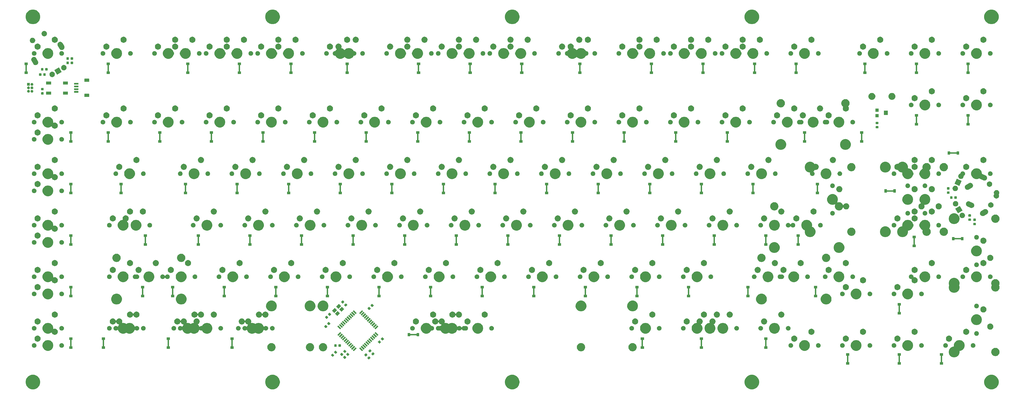
<source format=gbs>
G04 #@! TF.GenerationSoftware,KiCad,Pcbnew,(5.1.2)-1*
G04 #@! TF.CreationDate,2019-05-29T05:14:12-07:00*
G04 #@! TF.ProjectId,mad cat,6d616420-6361-4742-9e6b-696361645f70,rev?*
G04 #@! TF.SameCoordinates,Original*
G04 #@! TF.FileFunction,Soldermask,Bot*
G04 #@! TF.FilePolarity,Negative*
%FSLAX46Y46*%
G04 Gerber Fmt 4.6, Leading zero omitted, Abs format (unit mm)*
G04 Created by KiCad (PCBNEW (5.1.2)-1) date 2019-05-29 05:14:12*
%MOMM*%
%LPD*%
G04 APERTURE LIST*
%ADD10C,0.100000*%
G04 APERTURE END LIST*
D10*
G36*
X358737560Y-128403759D02*
G01*
X359188084Y-128590372D01*
X359228930Y-128607291D01*
X359671150Y-128902773D01*
X360047227Y-129278850D01*
X360101201Y-129359628D01*
X360342710Y-129721072D01*
X360546241Y-130212440D01*
X360650000Y-130734072D01*
X360650000Y-131265928D01*
X360546241Y-131787560D01*
X360384969Y-132176906D01*
X360342709Y-132278930D01*
X360047227Y-132721150D01*
X359671150Y-133097227D01*
X359228930Y-133392709D01*
X359228929Y-133392710D01*
X359228928Y-133392710D01*
X358737560Y-133596241D01*
X358215928Y-133700000D01*
X357684072Y-133700000D01*
X357162440Y-133596241D01*
X356671072Y-133392710D01*
X356671071Y-133392710D01*
X356671070Y-133392709D01*
X356228850Y-133097227D01*
X355852773Y-132721150D01*
X355557291Y-132278930D01*
X355515031Y-132176906D01*
X355353759Y-131787560D01*
X355250000Y-131265928D01*
X355250000Y-130734072D01*
X355353759Y-130212440D01*
X355557290Y-129721072D01*
X355798799Y-129359628D01*
X355852773Y-129278850D01*
X356228850Y-128902773D01*
X356671070Y-128607291D01*
X356711916Y-128590372D01*
X357162440Y-128403759D01*
X357684072Y-128300000D01*
X358215928Y-128300000D01*
X358737560Y-128403759D01*
X358737560Y-128403759D01*
G37*
G36*
X4787560Y-128403759D02*
G01*
X5238084Y-128590372D01*
X5278930Y-128607291D01*
X5721150Y-128902773D01*
X6097227Y-129278850D01*
X6151201Y-129359628D01*
X6392710Y-129721072D01*
X6596241Y-130212440D01*
X6700000Y-130734072D01*
X6700000Y-131265928D01*
X6596241Y-131787560D01*
X6434969Y-132176906D01*
X6392709Y-132278930D01*
X6097227Y-132721150D01*
X5721150Y-133097227D01*
X5278930Y-133392709D01*
X5278929Y-133392710D01*
X5278928Y-133392710D01*
X4787560Y-133596241D01*
X4265928Y-133700000D01*
X3734072Y-133700000D01*
X3212440Y-133596241D01*
X2721072Y-133392710D01*
X2721071Y-133392710D01*
X2721070Y-133392709D01*
X2278850Y-133097227D01*
X1902773Y-132721150D01*
X1607291Y-132278930D01*
X1565031Y-132176906D01*
X1403759Y-131787560D01*
X1300000Y-131265928D01*
X1300000Y-130734072D01*
X1403759Y-130212440D01*
X1607290Y-129721072D01*
X1848799Y-129359628D01*
X1902773Y-129278850D01*
X2278850Y-128902773D01*
X2721070Y-128607291D01*
X2761916Y-128590372D01*
X3212440Y-128403759D01*
X3734072Y-128300000D01*
X4265928Y-128300000D01*
X4787560Y-128403759D01*
X4787560Y-128403759D01*
G37*
G36*
X93275060Y-128403759D02*
G01*
X93725584Y-128590372D01*
X93766430Y-128607291D01*
X94208650Y-128902773D01*
X94584727Y-129278850D01*
X94638701Y-129359628D01*
X94880210Y-129721072D01*
X95083741Y-130212440D01*
X95187500Y-130734072D01*
X95187500Y-131265928D01*
X95083741Y-131787560D01*
X94922469Y-132176906D01*
X94880209Y-132278930D01*
X94584727Y-132721150D01*
X94208650Y-133097227D01*
X93766430Y-133392709D01*
X93766429Y-133392710D01*
X93766428Y-133392710D01*
X93275060Y-133596241D01*
X92753428Y-133700000D01*
X92221572Y-133700000D01*
X91699940Y-133596241D01*
X91208572Y-133392710D01*
X91208571Y-133392710D01*
X91208570Y-133392709D01*
X90766350Y-133097227D01*
X90390273Y-132721150D01*
X90094791Y-132278930D01*
X90052531Y-132176906D01*
X89891259Y-131787560D01*
X89787500Y-131265928D01*
X89787500Y-130734072D01*
X89891259Y-130212440D01*
X90094790Y-129721072D01*
X90336299Y-129359628D01*
X90390273Y-129278850D01*
X90766350Y-128902773D01*
X91208570Y-128607291D01*
X91249416Y-128590372D01*
X91699940Y-128403759D01*
X92221572Y-128300000D01*
X92753428Y-128300000D01*
X93275060Y-128403759D01*
X93275060Y-128403759D01*
G37*
G36*
X270250060Y-128403759D02*
G01*
X270700584Y-128590372D01*
X270741430Y-128607291D01*
X271183650Y-128902773D01*
X271559727Y-129278850D01*
X271613701Y-129359628D01*
X271855210Y-129721072D01*
X272058741Y-130212440D01*
X272162500Y-130734072D01*
X272162500Y-131265928D01*
X272058741Y-131787560D01*
X271897469Y-132176906D01*
X271855209Y-132278930D01*
X271559727Y-132721150D01*
X271183650Y-133097227D01*
X270741430Y-133392709D01*
X270741429Y-133392710D01*
X270741428Y-133392710D01*
X270250060Y-133596241D01*
X269728428Y-133700000D01*
X269196572Y-133700000D01*
X268674940Y-133596241D01*
X268183572Y-133392710D01*
X268183571Y-133392710D01*
X268183570Y-133392709D01*
X267741350Y-133097227D01*
X267365273Y-132721150D01*
X267069791Y-132278930D01*
X267027531Y-132176906D01*
X266866259Y-131787560D01*
X266762500Y-131265928D01*
X266762500Y-130734072D01*
X266866259Y-130212440D01*
X267069790Y-129721072D01*
X267311299Y-129359628D01*
X267365273Y-129278850D01*
X267741350Y-128902773D01*
X268183570Y-128607291D01*
X268224416Y-128590372D01*
X268674940Y-128403759D01*
X269196572Y-128300000D01*
X269728428Y-128300000D01*
X270250060Y-128403759D01*
X270250060Y-128403759D01*
G37*
G36*
X181762560Y-128403759D02*
G01*
X182213084Y-128590372D01*
X182253930Y-128607291D01*
X182696150Y-128902773D01*
X183072227Y-129278850D01*
X183126201Y-129359628D01*
X183367710Y-129721072D01*
X183571241Y-130212440D01*
X183675000Y-130734072D01*
X183675000Y-131265928D01*
X183571241Y-131787560D01*
X183409969Y-132176906D01*
X183367709Y-132278930D01*
X183072227Y-132721150D01*
X182696150Y-133097227D01*
X182253930Y-133392709D01*
X182253929Y-133392710D01*
X182253928Y-133392710D01*
X181762560Y-133596241D01*
X181240928Y-133700000D01*
X180709072Y-133700000D01*
X180187440Y-133596241D01*
X179696072Y-133392710D01*
X179696071Y-133392710D01*
X179696070Y-133392709D01*
X179253850Y-133097227D01*
X178877773Y-132721150D01*
X178582291Y-132278930D01*
X178540031Y-132176906D01*
X178378759Y-131787560D01*
X178275000Y-131265928D01*
X178275000Y-130734072D01*
X178378759Y-130212440D01*
X178582290Y-129721072D01*
X178823799Y-129359628D01*
X178877773Y-129278850D01*
X179253850Y-128902773D01*
X179696070Y-128607291D01*
X179736916Y-128590372D01*
X180187440Y-128403759D01*
X180709072Y-128300000D01*
X181240928Y-128300000D01*
X181762560Y-128403759D01*
X181762560Y-128403759D01*
G37*
G36*
X340100000Y-121250000D02*
G01*
X339879000Y-121250000D01*
X339854614Y-121252402D01*
X339831165Y-121259515D01*
X339809554Y-121271066D01*
X339790612Y-121286611D01*
X339775067Y-121305553D01*
X339763516Y-121327164D01*
X339756403Y-121350613D01*
X339754001Y-121374999D01*
X339754001Y-123525001D01*
X339756403Y-123549387D01*
X339763516Y-123572836D01*
X339775067Y-123594447D01*
X339790612Y-123613389D01*
X339809554Y-123628934D01*
X339831165Y-123640485D01*
X339854614Y-123647598D01*
X339879000Y-123650000D01*
X340100000Y-123650000D01*
X340100000Y-124550000D01*
X338900000Y-124550000D01*
X338900000Y-123650000D01*
X339121000Y-123650000D01*
X339145386Y-123647598D01*
X339168835Y-123640485D01*
X339190446Y-123628934D01*
X339209388Y-123613389D01*
X339224933Y-123594447D01*
X339236484Y-123572836D01*
X339243597Y-123549387D01*
X339245999Y-123525001D01*
X339245999Y-121374999D01*
X339243597Y-121350613D01*
X339236484Y-121327164D01*
X339224933Y-121305553D01*
X339209388Y-121286611D01*
X339190446Y-121271066D01*
X339168835Y-121259515D01*
X339145386Y-121252402D01*
X339121000Y-121250000D01*
X338900000Y-121250000D01*
X338900000Y-120350000D01*
X340100000Y-120350000D01*
X340100000Y-121250000D01*
X340100000Y-121250000D01*
G37*
G36*
X324475000Y-121250000D02*
G01*
X324254000Y-121250000D01*
X324229614Y-121252402D01*
X324206165Y-121259515D01*
X324184554Y-121271066D01*
X324165612Y-121286611D01*
X324150067Y-121305553D01*
X324138516Y-121327164D01*
X324131403Y-121350613D01*
X324129001Y-121374999D01*
X324129001Y-123525001D01*
X324131403Y-123549387D01*
X324138516Y-123572836D01*
X324150067Y-123594447D01*
X324165612Y-123613389D01*
X324184554Y-123628934D01*
X324206165Y-123640485D01*
X324229614Y-123647598D01*
X324254000Y-123650000D01*
X324475000Y-123650000D01*
X324475000Y-124550000D01*
X323275000Y-124550000D01*
X323275000Y-123650000D01*
X323496000Y-123650000D01*
X323520386Y-123647598D01*
X323543835Y-123640485D01*
X323565446Y-123628934D01*
X323584388Y-123613389D01*
X323599933Y-123594447D01*
X323611484Y-123572836D01*
X323618597Y-123549387D01*
X323620999Y-123525001D01*
X323620999Y-121374999D01*
X323618597Y-121350613D01*
X323611484Y-121327164D01*
X323599933Y-121305553D01*
X323584388Y-121286611D01*
X323565446Y-121271066D01*
X323543835Y-121259515D01*
X323520386Y-121252402D01*
X323496000Y-121250000D01*
X323275000Y-121250000D01*
X323275000Y-120350000D01*
X324475000Y-120350000D01*
X324475000Y-121250000D01*
X324475000Y-121250000D01*
G37*
G36*
X305425000Y-121250000D02*
G01*
X305204000Y-121250000D01*
X305179614Y-121252402D01*
X305156165Y-121259515D01*
X305134554Y-121271066D01*
X305115612Y-121286611D01*
X305100067Y-121305553D01*
X305088516Y-121327164D01*
X305081403Y-121350613D01*
X305079001Y-121374999D01*
X305079001Y-123525001D01*
X305081403Y-123549387D01*
X305088516Y-123572836D01*
X305100067Y-123594447D01*
X305115612Y-123613389D01*
X305134554Y-123628934D01*
X305156165Y-123640485D01*
X305179614Y-123647598D01*
X305204000Y-123650000D01*
X305425000Y-123650000D01*
X305425000Y-124550000D01*
X304225000Y-124550000D01*
X304225000Y-123650000D01*
X304446000Y-123650000D01*
X304470386Y-123647598D01*
X304493835Y-123640485D01*
X304515446Y-123628934D01*
X304534388Y-123613389D01*
X304549933Y-123594447D01*
X304561484Y-123572836D01*
X304568597Y-123549387D01*
X304570999Y-123525001D01*
X304570999Y-121374999D01*
X304568597Y-121350613D01*
X304561484Y-121327164D01*
X304549933Y-121305553D01*
X304534388Y-121286611D01*
X304515446Y-121271066D01*
X304493835Y-121259515D01*
X304470386Y-121252402D01*
X304446000Y-121250000D01*
X304225000Y-121250000D01*
X304225000Y-120350000D01*
X305425000Y-120350000D01*
X305425000Y-121250000D01*
X305425000Y-121250000D01*
G37*
G36*
X128113730Y-121479928D02*
G01*
X128142925Y-121488785D01*
X128169837Y-121503170D01*
X128198186Y-121526435D01*
X128238033Y-121566282D01*
X128238044Y-121566291D01*
X128547403Y-121875650D01*
X128547412Y-121875661D01*
X128587259Y-121915508D01*
X128610524Y-121943857D01*
X128624909Y-121970769D01*
X128633766Y-121999964D01*
X128636756Y-122030330D01*
X128633766Y-122060696D01*
X128624909Y-122089891D01*
X128610524Y-122116803D01*
X128587259Y-122145152D01*
X128547412Y-122184999D01*
X128547403Y-122185010D01*
X128185010Y-122547403D01*
X128184999Y-122547412D01*
X128145152Y-122587259D01*
X128116803Y-122610524D01*
X128089891Y-122624909D01*
X128060696Y-122633766D01*
X128030330Y-122636756D01*
X127999964Y-122633766D01*
X127970769Y-122624909D01*
X127943857Y-122610524D01*
X127915508Y-122587259D01*
X127875661Y-122547412D01*
X127875650Y-122547403D01*
X127566291Y-122238044D01*
X127566282Y-122238033D01*
X127526435Y-122198186D01*
X127503170Y-122169837D01*
X127488785Y-122142925D01*
X127479928Y-122113730D01*
X127476938Y-122083364D01*
X127479928Y-122052998D01*
X127488785Y-122023803D01*
X127503170Y-121996891D01*
X127526435Y-121968542D01*
X127566282Y-121928695D01*
X127566291Y-121928684D01*
X127928684Y-121566291D01*
X127928695Y-121566282D01*
X127968542Y-121526435D01*
X127996891Y-121503170D01*
X128023803Y-121488785D01*
X128052998Y-121479928D01*
X128083364Y-121476938D01*
X128113730Y-121479928D01*
X128113730Y-121479928D01*
G37*
G36*
X119147002Y-121279928D02*
G01*
X119176197Y-121288785D01*
X119203109Y-121303170D01*
X119231458Y-121326435D01*
X119271305Y-121366282D01*
X119271316Y-121366291D01*
X119633709Y-121728684D01*
X119633718Y-121728695D01*
X119673565Y-121768542D01*
X119696830Y-121796891D01*
X119711215Y-121823803D01*
X119720072Y-121852998D01*
X119723062Y-121883364D01*
X119720072Y-121913730D01*
X119711215Y-121942925D01*
X119696830Y-121969837D01*
X119673565Y-121998186D01*
X119633718Y-122038033D01*
X119633709Y-122038044D01*
X119324350Y-122347403D01*
X119324339Y-122347412D01*
X119284492Y-122387259D01*
X119256143Y-122410524D01*
X119229231Y-122424909D01*
X119200036Y-122433766D01*
X119169670Y-122436756D01*
X119139304Y-122433766D01*
X119110109Y-122424909D01*
X119083197Y-122410524D01*
X119054848Y-122387259D01*
X119015001Y-122347412D01*
X119014990Y-122347403D01*
X118652597Y-121985010D01*
X118652588Y-121984999D01*
X118612741Y-121945152D01*
X118589476Y-121916803D01*
X118575091Y-121889891D01*
X118566234Y-121860696D01*
X118563244Y-121830330D01*
X118566234Y-121799964D01*
X118575091Y-121770769D01*
X118589476Y-121743857D01*
X118612741Y-121715508D01*
X118652588Y-121675661D01*
X118652597Y-121675650D01*
X118961956Y-121366291D01*
X118961967Y-121366282D01*
X119001814Y-121326435D01*
X119030163Y-121303170D01*
X119057075Y-121288785D01*
X119086270Y-121279928D01*
X119116636Y-121276938D01*
X119147002Y-121279928D01*
X119147002Y-121279928D01*
G37*
G36*
X346326199Y-115492004D02*
G01*
X346656599Y-115557724D01*
X347019466Y-115708028D01*
X347346037Y-115926236D01*
X347623764Y-116203963D01*
X347841972Y-116530534D01*
X347992276Y-116893401D01*
X348037685Y-117121689D01*
X348068900Y-117278617D01*
X348068900Y-117671383D01*
X348058665Y-117722836D01*
X347992276Y-118056599D01*
X347841972Y-118419466D01*
X347623764Y-118746037D01*
X347346037Y-119023764D01*
X347019466Y-119241972D01*
X346656599Y-119392276D01*
X346353343Y-119452597D01*
X346270865Y-119469003D01*
X346247524Y-119471302D01*
X346224075Y-119478415D01*
X346202464Y-119489966D01*
X346183522Y-119505511D01*
X346167977Y-119524453D01*
X346156426Y-119546064D01*
X346149313Y-119569513D01*
X346146911Y-119593899D01*
X346149313Y-119618283D01*
X346163900Y-119691618D01*
X346163900Y-120084382D01*
X346087276Y-120469599D01*
X345936972Y-120832466D01*
X345718764Y-121159037D01*
X345441037Y-121436764D01*
X345114466Y-121654972D01*
X344751599Y-121805276D01*
X344421199Y-121870996D01*
X344366383Y-121881900D01*
X343973617Y-121881900D01*
X343918801Y-121870996D01*
X343588401Y-121805276D01*
X343225534Y-121654972D01*
X342898963Y-121436764D01*
X342621236Y-121159037D01*
X342403028Y-120832466D01*
X342252724Y-120469599D01*
X342176100Y-120084382D01*
X342176100Y-119691618D01*
X342252724Y-119306401D01*
X342403028Y-118943534D01*
X342621236Y-118616963D01*
X342898963Y-118339236D01*
X343225534Y-118121028D01*
X343588401Y-117970724D01*
X343927999Y-117903174D01*
X343974135Y-117893997D01*
X343997476Y-117891698D01*
X344020925Y-117884585D01*
X344042536Y-117873034D01*
X344061478Y-117857489D01*
X344077023Y-117838547D01*
X344088574Y-117816936D01*
X344095687Y-117793487D01*
X344098089Y-117769101D01*
X344095687Y-117744715D01*
X344095634Y-117744447D01*
X344081100Y-117671382D01*
X344081100Y-117278618D01*
X344157724Y-116893401D01*
X344308028Y-116530534D01*
X344526236Y-116203963D01*
X344803963Y-115926236D01*
X345130534Y-115708028D01*
X345493401Y-115557724D01*
X345823801Y-115492004D01*
X345878617Y-115481100D01*
X346271383Y-115481100D01*
X346326199Y-115492004D01*
X346326199Y-115492004D01*
G37*
G36*
X114647002Y-120479928D02*
G01*
X114676197Y-120488785D01*
X114703109Y-120503170D01*
X114731458Y-120526435D01*
X114771305Y-120566282D01*
X114771316Y-120566291D01*
X115133709Y-120928684D01*
X115133718Y-120928695D01*
X115173565Y-120968542D01*
X115196830Y-120996891D01*
X115211215Y-121023803D01*
X115220072Y-121052998D01*
X115223062Y-121083364D01*
X115220072Y-121113730D01*
X115211215Y-121142925D01*
X115196830Y-121169837D01*
X115173565Y-121198186D01*
X115133718Y-121238033D01*
X115133709Y-121238044D01*
X114824350Y-121547403D01*
X114824339Y-121547412D01*
X114784492Y-121587259D01*
X114756143Y-121610524D01*
X114729231Y-121624909D01*
X114700036Y-121633766D01*
X114669670Y-121636756D01*
X114639304Y-121633766D01*
X114610109Y-121624909D01*
X114583197Y-121610524D01*
X114554848Y-121587259D01*
X114515001Y-121547412D01*
X114514990Y-121547403D01*
X114152597Y-121185010D01*
X114152588Y-121184999D01*
X114112741Y-121145152D01*
X114089476Y-121116803D01*
X114075091Y-121089891D01*
X114066234Y-121060696D01*
X114063244Y-121030330D01*
X114066234Y-120999964D01*
X114075091Y-120970769D01*
X114089476Y-120943857D01*
X114112741Y-120915508D01*
X114152588Y-120875661D01*
X114152597Y-120875650D01*
X114461956Y-120566291D01*
X114461967Y-120566282D01*
X114501814Y-120526435D01*
X114530163Y-120503170D01*
X114557075Y-120488785D01*
X114586270Y-120479928D01*
X114616636Y-120476938D01*
X114647002Y-120479928D01*
X114647002Y-120479928D01*
G37*
G36*
X127000036Y-120366234D02*
G01*
X127029231Y-120375091D01*
X127056143Y-120389476D01*
X127084492Y-120412741D01*
X127124339Y-120452588D01*
X127124350Y-120452597D01*
X127433709Y-120761956D01*
X127433718Y-120761967D01*
X127473565Y-120801814D01*
X127496830Y-120830163D01*
X127511215Y-120857075D01*
X127520072Y-120886270D01*
X127523062Y-120916636D01*
X127520072Y-120947002D01*
X127511215Y-120976197D01*
X127496830Y-121003109D01*
X127473565Y-121031458D01*
X127433718Y-121071305D01*
X127433709Y-121071316D01*
X127071316Y-121433709D01*
X127071305Y-121433718D01*
X127031458Y-121473565D01*
X127003109Y-121496830D01*
X126976197Y-121511215D01*
X126947002Y-121520072D01*
X126916636Y-121523062D01*
X126886270Y-121520072D01*
X126857075Y-121511215D01*
X126830163Y-121496830D01*
X126801814Y-121473565D01*
X126761967Y-121433718D01*
X126761956Y-121433709D01*
X126452597Y-121124350D01*
X126452588Y-121124339D01*
X126412741Y-121084492D01*
X126389476Y-121056143D01*
X126375091Y-121029231D01*
X126366234Y-121000036D01*
X126363244Y-120969670D01*
X126366234Y-120939304D01*
X126375091Y-120910109D01*
X126389476Y-120883197D01*
X126412741Y-120854848D01*
X126452588Y-120815001D01*
X126452597Y-120814990D01*
X126814990Y-120452597D01*
X126815001Y-120452588D01*
X126854848Y-120412741D01*
X126883197Y-120389476D01*
X126910109Y-120375091D01*
X126939304Y-120366234D01*
X126969670Y-120363244D01*
X127000036Y-120366234D01*
X127000036Y-120366234D01*
G37*
G36*
X359696418Y-118391115D02*
G01*
X359854534Y-118422566D01*
X360131885Y-118537449D01*
X360381493Y-118704232D01*
X360593768Y-118916507D01*
X360760551Y-119166115D01*
X360875434Y-119443466D01*
X360897589Y-119554848D01*
X360934000Y-119737898D01*
X360934000Y-120038102D01*
X360930411Y-120056143D01*
X360875434Y-120332534D01*
X360818175Y-120470769D01*
X360771537Y-120583364D01*
X360760551Y-120609885D01*
X360593768Y-120859493D01*
X360381493Y-121071768D01*
X360131885Y-121238551D01*
X360131884Y-121238552D01*
X360131883Y-121238552D01*
X360104245Y-121250000D01*
X359854534Y-121353434D01*
X359707317Y-121382717D01*
X359560102Y-121412000D01*
X359259898Y-121412000D01*
X359112683Y-121382717D01*
X358965466Y-121353434D01*
X358715755Y-121250000D01*
X358688117Y-121238552D01*
X358688116Y-121238552D01*
X358688115Y-121238551D01*
X358438507Y-121071768D01*
X358226232Y-120859493D01*
X358059449Y-120609885D01*
X358048464Y-120583364D01*
X358001825Y-120470769D01*
X357944566Y-120332534D01*
X357889589Y-120056143D01*
X357886000Y-120038102D01*
X357886000Y-119737898D01*
X357922411Y-119554848D01*
X357944566Y-119443466D01*
X358059449Y-119166115D01*
X358226232Y-118916507D01*
X358438507Y-118704232D01*
X358688115Y-118537449D01*
X358965466Y-118422566D01*
X359123582Y-118391115D01*
X359259898Y-118364000D01*
X359560102Y-118364000D01*
X359696418Y-118391115D01*
X359696418Y-118391115D01*
G37*
G36*
X118047002Y-120179928D02*
G01*
X118076197Y-120188785D01*
X118103109Y-120203170D01*
X118131458Y-120226435D01*
X118171305Y-120266282D01*
X118171316Y-120266291D01*
X118533709Y-120628684D01*
X118533718Y-120628695D01*
X118573565Y-120668542D01*
X118596830Y-120696891D01*
X118611215Y-120723803D01*
X118620072Y-120752998D01*
X118623062Y-120783364D01*
X118620072Y-120813730D01*
X118611215Y-120842925D01*
X118596830Y-120869837D01*
X118573565Y-120898186D01*
X118533718Y-120938033D01*
X118533709Y-120938044D01*
X118224350Y-121247403D01*
X118224339Y-121247412D01*
X118184492Y-121287259D01*
X118156143Y-121310524D01*
X118129231Y-121324909D01*
X118100036Y-121333766D01*
X118069670Y-121336756D01*
X118039304Y-121333766D01*
X118010109Y-121324909D01*
X117983197Y-121310524D01*
X117954848Y-121287259D01*
X117915001Y-121247412D01*
X117914990Y-121247403D01*
X117552597Y-120885010D01*
X117552588Y-120884999D01*
X117512741Y-120845152D01*
X117489476Y-120816803D01*
X117475091Y-120789891D01*
X117466234Y-120760696D01*
X117463244Y-120730330D01*
X117466234Y-120699964D01*
X117475091Y-120670769D01*
X117489476Y-120643857D01*
X117512741Y-120615508D01*
X117552588Y-120575661D01*
X117552597Y-120575650D01*
X117861956Y-120266291D01*
X117861967Y-120266282D01*
X117901814Y-120226435D01*
X117930163Y-120203170D01*
X117957075Y-120188785D01*
X117986270Y-120179928D01*
X118016636Y-120176938D01*
X118047002Y-120179928D01*
X118047002Y-120179928D01*
G37*
G36*
X120260696Y-120166234D02*
G01*
X120289891Y-120175091D01*
X120316803Y-120189476D01*
X120345152Y-120212741D01*
X120384999Y-120252588D01*
X120385010Y-120252597D01*
X120747403Y-120614990D01*
X120747412Y-120615001D01*
X120787259Y-120654848D01*
X120810524Y-120683197D01*
X120824909Y-120710109D01*
X120833766Y-120739304D01*
X120836756Y-120769670D01*
X120833766Y-120800036D01*
X120824909Y-120829231D01*
X120810524Y-120856143D01*
X120787260Y-120884491D01*
X120747412Y-120924339D01*
X120747403Y-120924350D01*
X120438044Y-121233709D01*
X120438033Y-121233718D01*
X120398186Y-121273565D01*
X120369837Y-121296830D01*
X120342925Y-121311215D01*
X120313730Y-121320072D01*
X120283364Y-121323062D01*
X120252998Y-121320072D01*
X120223803Y-121311215D01*
X120196891Y-121296830D01*
X120168542Y-121273565D01*
X120128695Y-121233718D01*
X120128684Y-121233709D01*
X119766291Y-120871316D01*
X119766282Y-120871305D01*
X119726434Y-120831457D01*
X119703170Y-120803109D01*
X119688785Y-120776197D01*
X119679928Y-120747002D01*
X119676938Y-120716636D01*
X119679928Y-120686270D01*
X119688785Y-120657075D01*
X119703170Y-120630163D01*
X119726435Y-120601814D01*
X119766282Y-120561967D01*
X119766291Y-120561956D01*
X120075650Y-120252597D01*
X120075661Y-120252588D01*
X120115508Y-120212741D01*
X120143857Y-120189476D01*
X120170769Y-120175091D01*
X120199964Y-120166234D01*
X120230330Y-120163244D01*
X120260696Y-120166234D01*
X120260696Y-120166234D01*
G37*
G36*
X129613730Y-119979928D02*
G01*
X129642925Y-119988785D01*
X129669837Y-120003170D01*
X129698186Y-120026435D01*
X129738033Y-120066282D01*
X129738044Y-120066291D01*
X130047403Y-120375650D01*
X130047412Y-120375661D01*
X130087259Y-120415508D01*
X130110524Y-120443857D01*
X130124909Y-120470769D01*
X130133766Y-120499964D01*
X130136756Y-120530330D01*
X130133766Y-120560696D01*
X130124909Y-120589891D01*
X130110524Y-120616803D01*
X130087259Y-120645152D01*
X130047412Y-120684999D01*
X130047403Y-120685010D01*
X129685010Y-121047403D01*
X129684999Y-121047412D01*
X129645152Y-121087259D01*
X129616803Y-121110524D01*
X129589891Y-121124909D01*
X129560696Y-121133766D01*
X129530330Y-121136756D01*
X129499964Y-121133766D01*
X129470769Y-121124909D01*
X129443857Y-121110524D01*
X129415508Y-121087259D01*
X129375661Y-121047412D01*
X129375650Y-121047403D01*
X129066291Y-120738044D01*
X129066282Y-120738033D01*
X129026435Y-120698186D01*
X129003170Y-120669837D01*
X128988785Y-120642925D01*
X128979928Y-120613730D01*
X128976938Y-120583364D01*
X128979928Y-120552998D01*
X128988785Y-120523803D01*
X129003170Y-120496891D01*
X129026435Y-120468542D01*
X129066282Y-120428695D01*
X129066291Y-120428684D01*
X129428684Y-120066291D01*
X129428695Y-120066282D01*
X129468542Y-120026435D01*
X129496891Y-120003170D01*
X129523803Y-119988785D01*
X129552998Y-119979928D01*
X129583364Y-119976938D01*
X129613730Y-119979928D01*
X129613730Y-119979928D01*
G37*
G36*
X115760696Y-119366234D02*
G01*
X115789891Y-119375091D01*
X115816803Y-119389476D01*
X115845152Y-119412741D01*
X115884999Y-119452588D01*
X115885010Y-119452597D01*
X116247403Y-119814990D01*
X116247412Y-119815001D01*
X116287259Y-119854848D01*
X116310524Y-119883197D01*
X116324909Y-119910109D01*
X116333766Y-119939304D01*
X116336756Y-119969670D01*
X116333766Y-120000036D01*
X116324909Y-120029231D01*
X116310524Y-120056143D01*
X116287259Y-120084492D01*
X116247412Y-120124339D01*
X116247403Y-120124350D01*
X115938044Y-120433709D01*
X115938033Y-120433718D01*
X115898186Y-120473565D01*
X115869837Y-120496830D01*
X115842925Y-120511215D01*
X115813730Y-120520072D01*
X115783364Y-120523062D01*
X115752998Y-120520072D01*
X115723803Y-120511215D01*
X115696891Y-120496830D01*
X115668542Y-120473565D01*
X115628695Y-120433718D01*
X115628684Y-120433709D01*
X115266291Y-120071316D01*
X115266282Y-120071305D01*
X115226435Y-120031458D01*
X115203170Y-120003109D01*
X115188785Y-119976197D01*
X115179928Y-119947002D01*
X115176938Y-119916636D01*
X115179928Y-119886270D01*
X115188785Y-119857075D01*
X115203170Y-119830163D01*
X115226435Y-119801814D01*
X115266282Y-119761967D01*
X115266291Y-119761956D01*
X115575650Y-119452597D01*
X115575661Y-119452588D01*
X115615508Y-119412741D01*
X115643857Y-119389476D01*
X115670769Y-119375091D01*
X115699964Y-119366234D01*
X115730330Y-119363244D01*
X115760696Y-119366234D01*
X115760696Y-119366234D01*
G37*
G36*
X119160696Y-119066234D02*
G01*
X119189891Y-119075091D01*
X119216803Y-119089476D01*
X119245152Y-119112741D01*
X119284999Y-119152588D01*
X119285010Y-119152597D01*
X119647403Y-119514990D01*
X119647412Y-119515001D01*
X119687259Y-119554848D01*
X119710524Y-119583197D01*
X119724909Y-119610109D01*
X119733766Y-119639304D01*
X119736756Y-119669670D01*
X119733766Y-119700036D01*
X119724909Y-119729231D01*
X119710524Y-119756143D01*
X119687259Y-119784492D01*
X119647412Y-119824339D01*
X119647403Y-119824350D01*
X119338044Y-120133709D01*
X119338033Y-120133718D01*
X119298186Y-120173565D01*
X119269837Y-120196830D01*
X119242925Y-120211215D01*
X119213730Y-120220072D01*
X119183364Y-120223062D01*
X119152998Y-120220072D01*
X119123803Y-120211215D01*
X119096891Y-120196830D01*
X119068542Y-120173565D01*
X119028695Y-120133718D01*
X119028684Y-120133709D01*
X118666291Y-119771316D01*
X118666282Y-119771305D01*
X118626435Y-119731458D01*
X118603170Y-119703109D01*
X118588785Y-119676197D01*
X118579928Y-119647002D01*
X118576938Y-119616636D01*
X118579928Y-119586270D01*
X118588785Y-119557075D01*
X118603170Y-119530163D01*
X118626435Y-119501814D01*
X118666282Y-119461967D01*
X118666291Y-119461956D01*
X118975650Y-119152597D01*
X118975661Y-119152588D01*
X119015508Y-119112741D01*
X119043857Y-119089476D01*
X119070769Y-119075091D01*
X119099964Y-119066234D01*
X119130330Y-119063244D01*
X119160696Y-119066234D01*
X119160696Y-119066234D01*
G37*
G36*
X128500036Y-118866234D02*
G01*
X128529231Y-118875091D01*
X128556143Y-118889476D01*
X128584492Y-118912741D01*
X128624339Y-118952588D01*
X128624350Y-118952597D01*
X128933709Y-119261956D01*
X128933718Y-119261967D01*
X128973565Y-119301814D01*
X128996830Y-119330163D01*
X129011215Y-119357075D01*
X129020072Y-119386270D01*
X129023062Y-119416636D01*
X129020072Y-119447002D01*
X129011215Y-119476197D01*
X128996830Y-119503109D01*
X128973565Y-119531458D01*
X128933718Y-119571305D01*
X128933709Y-119571316D01*
X128571316Y-119933709D01*
X128571305Y-119933718D01*
X128531458Y-119973565D01*
X128503109Y-119996830D01*
X128476197Y-120011215D01*
X128447002Y-120020072D01*
X128416636Y-120023062D01*
X128386270Y-120020072D01*
X128357075Y-120011215D01*
X128330163Y-119996830D01*
X128301814Y-119973565D01*
X128261967Y-119933718D01*
X128261956Y-119933709D01*
X127952597Y-119624350D01*
X127952588Y-119624339D01*
X127912741Y-119584492D01*
X127889476Y-119556143D01*
X127875091Y-119529231D01*
X127866234Y-119500036D01*
X127863244Y-119469670D01*
X127866234Y-119439304D01*
X127875091Y-119410109D01*
X127889476Y-119383197D01*
X127912741Y-119354848D01*
X127952588Y-119315001D01*
X127952597Y-119314990D01*
X128314990Y-118952597D01*
X128315001Y-118952588D01*
X128354848Y-118912741D01*
X128383197Y-118889476D01*
X128410109Y-118875091D01*
X128439304Y-118866234D01*
X128469670Y-118863244D01*
X128500036Y-118866234D01*
X128500036Y-118866234D01*
G37*
G36*
X111420895Y-116615000D02*
G01*
X111569534Y-116644566D01*
X111690862Y-116694822D01*
X111792100Y-116736756D01*
X111846885Y-116759449D01*
X112096493Y-116926232D01*
X112308768Y-117138507D01*
X112402387Y-117278617D01*
X112475552Y-117388117D01*
X112509200Y-117469350D01*
X112590434Y-117665466D01*
X112649000Y-117959899D01*
X112649000Y-118260101D01*
X112590434Y-118554534D01*
X112475551Y-118831885D01*
X112308768Y-119081493D01*
X112096493Y-119293768D01*
X111846885Y-119460551D01*
X111846884Y-119460552D01*
X111846883Y-119460552D01*
X111803758Y-119478415D01*
X111569534Y-119575434D01*
X111422317Y-119604717D01*
X111275102Y-119634000D01*
X110974898Y-119634000D01*
X110827683Y-119604717D01*
X110680466Y-119575434D01*
X110446242Y-119478415D01*
X110403117Y-119460552D01*
X110403116Y-119460552D01*
X110403115Y-119460551D01*
X110153507Y-119293768D01*
X109941232Y-119081493D01*
X109774449Y-118831885D01*
X109659566Y-118554534D01*
X109601000Y-118260101D01*
X109601000Y-117959899D01*
X109659566Y-117665466D01*
X109740800Y-117469350D01*
X109774448Y-117388117D01*
X109847614Y-117278617D01*
X109941232Y-117138507D01*
X110153507Y-116926232D01*
X110403115Y-116759449D01*
X110457901Y-116736756D01*
X110559138Y-116694822D01*
X110680466Y-116644566D01*
X110829105Y-116615000D01*
X110974898Y-116586000D01*
X111275102Y-116586000D01*
X111420895Y-116615000D01*
X111420895Y-116615000D01*
G37*
G36*
X106626645Y-116615000D02*
G01*
X106775284Y-116644566D01*
X106896612Y-116694822D01*
X106997850Y-116736756D01*
X107052635Y-116759449D01*
X107302243Y-116926232D01*
X107514518Y-117138507D01*
X107608137Y-117278617D01*
X107681302Y-117388117D01*
X107714950Y-117469350D01*
X107796184Y-117665466D01*
X107854750Y-117959899D01*
X107854750Y-118260101D01*
X107796184Y-118554534D01*
X107681301Y-118831885D01*
X107514518Y-119081493D01*
X107302243Y-119293768D01*
X107052635Y-119460551D01*
X107052634Y-119460552D01*
X107052633Y-119460552D01*
X107009508Y-119478415D01*
X106775284Y-119575434D01*
X106628067Y-119604717D01*
X106480852Y-119634000D01*
X106180648Y-119634000D01*
X106033433Y-119604717D01*
X105886216Y-119575434D01*
X105651992Y-119478415D01*
X105608867Y-119460552D01*
X105608866Y-119460552D01*
X105608865Y-119460551D01*
X105359257Y-119293768D01*
X105146982Y-119081493D01*
X104980199Y-118831885D01*
X104865316Y-118554534D01*
X104806750Y-118260101D01*
X104806750Y-117959899D01*
X104865316Y-117665466D01*
X104946550Y-117469350D01*
X104980198Y-117388117D01*
X105053364Y-117278617D01*
X105146982Y-117138507D01*
X105359257Y-116926232D01*
X105608865Y-116759449D01*
X105663651Y-116736756D01*
X105764888Y-116694822D01*
X105886216Y-116644566D01*
X106034855Y-116615000D01*
X106180648Y-116586000D01*
X106480852Y-116586000D01*
X106626645Y-116615000D01*
X106626645Y-116615000D01*
G37*
G36*
X206702645Y-116615000D02*
G01*
X206851284Y-116644566D01*
X206972612Y-116694822D01*
X207073850Y-116736756D01*
X207128635Y-116759449D01*
X207378243Y-116926232D01*
X207590518Y-117138507D01*
X207684137Y-117278617D01*
X207757302Y-117388117D01*
X207790950Y-117469350D01*
X207872184Y-117665466D01*
X207930750Y-117959899D01*
X207930750Y-118260101D01*
X207872184Y-118554534D01*
X207757301Y-118831885D01*
X207590518Y-119081493D01*
X207378243Y-119293768D01*
X207128635Y-119460551D01*
X207128634Y-119460552D01*
X207128633Y-119460552D01*
X207085508Y-119478415D01*
X206851284Y-119575434D01*
X206704067Y-119604717D01*
X206556852Y-119634000D01*
X206224898Y-119634000D01*
X206077683Y-119604717D01*
X205930466Y-119575434D01*
X205696242Y-119478415D01*
X205653117Y-119460552D01*
X205653116Y-119460552D01*
X205653115Y-119460551D01*
X205403507Y-119293768D01*
X205191232Y-119081493D01*
X205024449Y-118831885D01*
X204909566Y-118554534D01*
X204851000Y-118260101D01*
X204851000Y-117959899D01*
X204909566Y-117665466D01*
X204990800Y-117469350D01*
X205024448Y-117388117D01*
X205097614Y-117278617D01*
X205191232Y-117138507D01*
X205403507Y-116926232D01*
X205653115Y-116759449D01*
X205707901Y-116736756D01*
X205809138Y-116694822D01*
X205930466Y-116644566D01*
X206079105Y-116615000D01*
X206224898Y-116586000D01*
X206556852Y-116586000D01*
X206702645Y-116615000D01*
X206702645Y-116615000D01*
G37*
G36*
X225720895Y-116615000D02*
G01*
X225869534Y-116644566D01*
X225990862Y-116694822D01*
X226092100Y-116736756D01*
X226146885Y-116759449D01*
X226396493Y-116926232D01*
X226608768Y-117138507D01*
X226702387Y-117278617D01*
X226775552Y-117388117D01*
X226809200Y-117469350D01*
X226890434Y-117665466D01*
X226949000Y-117959899D01*
X226949000Y-118260101D01*
X226890434Y-118554534D01*
X226775551Y-118831885D01*
X226608768Y-119081493D01*
X226396493Y-119293768D01*
X226146885Y-119460551D01*
X226146884Y-119460552D01*
X226146883Y-119460552D01*
X226103758Y-119478415D01*
X225869534Y-119575434D01*
X225722317Y-119604717D01*
X225575102Y-119634000D01*
X225274898Y-119634000D01*
X225127683Y-119604717D01*
X224980466Y-119575434D01*
X224746242Y-119478415D01*
X224703117Y-119460552D01*
X224703116Y-119460552D01*
X224703115Y-119460551D01*
X224453507Y-119293768D01*
X224241232Y-119081493D01*
X224074449Y-118831885D01*
X223959566Y-118554534D01*
X223901000Y-118260101D01*
X223901000Y-117959899D01*
X223959566Y-117665466D01*
X224040800Y-117469350D01*
X224074448Y-117388117D01*
X224147614Y-117278617D01*
X224241232Y-117138507D01*
X224453507Y-116926232D01*
X224703115Y-116759449D01*
X224757901Y-116736756D01*
X224859138Y-116694822D01*
X224980466Y-116644566D01*
X225129105Y-116615000D01*
X225274898Y-116586000D01*
X225575102Y-116586000D01*
X225720895Y-116615000D01*
X225720895Y-116615000D01*
G37*
G36*
X92370895Y-116615000D02*
G01*
X92519534Y-116644566D01*
X92640862Y-116694822D01*
X92742100Y-116736756D01*
X92796885Y-116759449D01*
X93046493Y-116926232D01*
X93258768Y-117138507D01*
X93352387Y-117278617D01*
X93425552Y-117388117D01*
X93459200Y-117469350D01*
X93540434Y-117665466D01*
X93599000Y-117959899D01*
X93599000Y-118260101D01*
X93540434Y-118554534D01*
X93425551Y-118831885D01*
X93258768Y-119081493D01*
X93046493Y-119293768D01*
X92796885Y-119460551D01*
X92796884Y-119460552D01*
X92796883Y-119460552D01*
X92753758Y-119478415D01*
X92519534Y-119575434D01*
X92372317Y-119604717D01*
X92225102Y-119634000D01*
X91924898Y-119634000D01*
X91777683Y-119604717D01*
X91630466Y-119575434D01*
X91396242Y-119478415D01*
X91353117Y-119460552D01*
X91353116Y-119460552D01*
X91353115Y-119460551D01*
X91103507Y-119293768D01*
X90891232Y-119081493D01*
X90724449Y-118831885D01*
X90609566Y-118554534D01*
X90551000Y-118260101D01*
X90551000Y-117959899D01*
X90609566Y-117665466D01*
X90690800Y-117469350D01*
X90724448Y-117388117D01*
X90797614Y-117278617D01*
X90891232Y-117138507D01*
X91103507Y-116926232D01*
X91353115Y-116759449D01*
X91407901Y-116736756D01*
X91509138Y-116694822D01*
X91630466Y-116644566D01*
X91779105Y-116615000D01*
X91924898Y-116586000D01*
X92225102Y-116586000D01*
X92370895Y-116615000D01*
X92370895Y-116615000D01*
G37*
G36*
X125926866Y-119194812D02*
G01*
X125537958Y-119583720D01*
X124477298Y-118523060D01*
X124866206Y-118134152D01*
X125926866Y-119194812D01*
X125926866Y-119194812D01*
G37*
G36*
X123522702Y-118523060D02*
G01*
X122462042Y-119583720D01*
X122073134Y-119194812D01*
X123133794Y-118134152D01*
X123522702Y-118523060D01*
X123522702Y-118523060D01*
G37*
G36*
X289176199Y-115492004D02*
G01*
X289506599Y-115557724D01*
X289869466Y-115708028D01*
X290196037Y-115926236D01*
X290473764Y-116203963D01*
X290691972Y-116530534D01*
X290842276Y-116893401D01*
X290887685Y-117121689D01*
X290918900Y-117278617D01*
X290918900Y-117671383D01*
X290908665Y-117722836D01*
X290842276Y-118056599D01*
X290691972Y-118419466D01*
X290473764Y-118746037D01*
X290196037Y-119023764D01*
X289869466Y-119241972D01*
X289506599Y-119392276D01*
X289203343Y-119452597D01*
X289121383Y-119468900D01*
X288728617Y-119468900D01*
X288646657Y-119452597D01*
X288343401Y-119392276D01*
X287980534Y-119241972D01*
X287653963Y-119023764D01*
X287376236Y-118746037D01*
X287158028Y-118419466D01*
X287007724Y-118056599D01*
X286941335Y-117722836D01*
X286931100Y-117671383D01*
X286931100Y-117278617D01*
X286962315Y-117121689D01*
X287007724Y-116893401D01*
X287158028Y-116530534D01*
X287376236Y-116203963D01*
X287653963Y-115926236D01*
X287980534Y-115708028D01*
X288343401Y-115557724D01*
X288673801Y-115492004D01*
X288728617Y-115481100D01*
X289121383Y-115481100D01*
X289176199Y-115492004D01*
X289176199Y-115492004D01*
G37*
G36*
X308226199Y-115492004D02*
G01*
X308556599Y-115557724D01*
X308919466Y-115708028D01*
X309246037Y-115926236D01*
X309523764Y-116203963D01*
X309741972Y-116530534D01*
X309892276Y-116893401D01*
X309937685Y-117121689D01*
X309968900Y-117278617D01*
X309968900Y-117671383D01*
X309958665Y-117722836D01*
X309892276Y-118056599D01*
X309741972Y-118419466D01*
X309523764Y-118746037D01*
X309246037Y-119023764D01*
X308919466Y-119241972D01*
X308556599Y-119392276D01*
X308253343Y-119452597D01*
X308171383Y-119468900D01*
X307778617Y-119468900D01*
X307696657Y-119452597D01*
X307393401Y-119392276D01*
X307030534Y-119241972D01*
X306703963Y-119023764D01*
X306426236Y-118746037D01*
X306208028Y-118419466D01*
X306057724Y-118056599D01*
X305991335Y-117722836D01*
X305981100Y-117671383D01*
X305981100Y-117278617D01*
X306012315Y-117121689D01*
X306057724Y-116893401D01*
X306208028Y-116530534D01*
X306426236Y-116203963D01*
X306703963Y-115926236D01*
X307030534Y-115708028D01*
X307393401Y-115557724D01*
X307723801Y-115492004D01*
X307778617Y-115481100D01*
X308171383Y-115481100D01*
X308226199Y-115492004D01*
X308226199Y-115492004D01*
G37*
G36*
X327276199Y-115492004D02*
G01*
X327606599Y-115557724D01*
X327969466Y-115708028D01*
X328296037Y-115926236D01*
X328573764Y-116203963D01*
X328791972Y-116530534D01*
X328942276Y-116893401D01*
X328987685Y-117121689D01*
X329018900Y-117278617D01*
X329018900Y-117671383D01*
X329008665Y-117722836D01*
X328942276Y-118056599D01*
X328791972Y-118419466D01*
X328573764Y-118746037D01*
X328296037Y-119023764D01*
X327969466Y-119241972D01*
X327606599Y-119392276D01*
X327303343Y-119452597D01*
X327221383Y-119468900D01*
X326828617Y-119468900D01*
X326746657Y-119452597D01*
X326443401Y-119392276D01*
X326080534Y-119241972D01*
X325753963Y-119023764D01*
X325476236Y-118746037D01*
X325258028Y-118419466D01*
X325107724Y-118056599D01*
X325041335Y-117722836D01*
X325031100Y-117671383D01*
X325031100Y-117278617D01*
X325062315Y-117121689D01*
X325107724Y-116893401D01*
X325258028Y-116530534D01*
X325476236Y-116203963D01*
X325753963Y-115926236D01*
X326080534Y-115708028D01*
X326443401Y-115557724D01*
X326773801Y-115492004D01*
X326828617Y-115481100D01*
X327221383Y-115481100D01*
X327276199Y-115492004D01*
X327276199Y-115492004D01*
G37*
G36*
X9776199Y-115492004D02*
G01*
X10106599Y-115557724D01*
X10469466Y-115708028D01*
X10796037Y-115926236D01*
X11073764Y-116203963D01*
X11291972Y-116530534D01*
X11442276Y-116893401D01*
X11487685Y-117121689D01*
X11518900Y-117278617D01*
X11518900Y-117671383D01*
X11508665Y-117722836D01*
X11442276Y-118056599D01*
X11291972Y-118419466D01*
X11073764Y-118746037D01*
X10796037Y-119023764D01*
X10469466Y-119241972D01*
X10106599Y-119392276D01*
X9803343Y-119452597D01*
X9721383Y-119468900D01*
X9328617Y-119468900D01*
X9246657Y-119452597D01*
X8943401Y-119392276D01*
X8580534Y-119241972D01*
X8253963Y-119023764D01*
X7976236Y-118746037D01*
X7758028Y-118419466D01*
X7607724Y-118056599D01*
X7541335Y-117722836D01*
X7531100Y-117671383D01*
X7531100Y-117278617D01*
X7562315Y-117121689D01*
X7607724Y-116893401D01*
X7758028Y-116530534D01*
X7976236Y-116203963D01*
X8253963Y-115926236D01*
X8580534Y-115708028D01*
X8943401Y-115557724D01*
X9273801Y-115492004D01*
X9328617Y-115481100D01*
X9721383Y-115481100D01*
X9776199Y-115492004D01*
X9776199Y-115492004D01*
G37*
G36*
X126492551Y-118629126D02*
G01*
X126103643Y-119018034D01*
X125042983Y-117957374D01*
X125431891Y-117568466D01*
X126492551Y-118629126D01*
X126492551Y-118629126D01*
G37*
G36*
X122957017Y-117957374D02*
G01*
X121896357Y-119018034D01*
X121507449Y-118629126D01*
X122568109Y-117568466D01*
X122957017Y-117957374D01*
X122957017Y-117957374D01*
G37*
G36*
X18600000Y-115400000D02*
G01*
X18379000Y-115400000D01*
X18354614Y-115402402D01*
X18331165Y-115409515D01*
X18309554Y-115421066D01*
X18290612Y-115436611D01*
X18275067Y-115455553D01*
X18263516Y-115477164D01*
X18256403Y-115500613D01*
X18254001Y-115524999D01*
X18254001Y-117675001D01*
X18256403Y-117699387D01*
X18263516Y-117722836D01*
X18275067Y-117744447D01*
X18290612Y-117763389D01*
X18309554Y-117778934D01*
X18331165Y-117790485D01*
X18354614Y-117797598D01*
X18379000Y-117800000D01*
X18600000Y-117800000D01*
X18600000Y-118700000D01*
X17400000Y-118700000D01*
X17400000Y-117800000D01*
X17621000Y-117800000D01*
X17645386Y-117797598D01*
X17668835Y-117790485D01*
X17690446Y-117778934D01*
X17709388Y-117763389D01*
X17724933Y-117744447D01*
X17736484Y-117722836D01*
X17743597Y-117699387D01*
X17745999Y-117675001D01*
X17745999Y-115524999D01*
X17743597Y-115500613D01*
X17736484Y-115477164D01*
X17724933Y-115455553D01*
X17709388Y-115436611D01*
X17690446Y-115421066D01*
X17668835Y-115409515D01*
X17645386Y-115402402D01*
X17621000Y-115400000D01*
X17400000Y-115400000D01*
X17400000Y-114500000D01*
X18600000Y-114500000D01*
X18600000Y-115400000D01*
X18600000Y-115400000D01*
G37*
G36*
X30600000Y-115400000D02*
G01*
X30379000Y-115400000D01*
X30354614Y-115402402D01*
X30331165Y-115409515D01*
X30309554Y-115421066D01*
X30290612Y-115436611D01*
X30275067Y-115455553D01*
X30263516Y-115477164D01*
X30256403Y-115500613D01*
X30254001Y-115524999D01*
X30254001Y-117675001D01*
X30256403Y-117699387D01*
X30263516Y-117722836D01*
X30275067Y-117744447D01*
X30290612Y-117763389D01*
X30309554Y-117778934D01*
X30331165Y-117790485D01*
X30354614Y-117797598D01*
X30379000Y-117800000D01*
X30600000Y-117800000D01*
X30600000Y-118700000D01*
X29400000Y-118700000D01*
X29400000Y-117800000D01*
X29621000Y-117800000D01*
X29645386Y-117797598D01*
X29668835Y-117790485D01*
X29690446Y-117778934D01*
X29709388Y-117763389D01*
X29724933Y-117744447D01*
X29736484Y-117722836D01*
X29743597Y-117699387D01*
X29745999Y-117675001D01*
X29745999Y-115524999D01*
X29743597Y-115500613D01*
X29736484Y-115477164D01*
X29724933Y-115455553D01*
X29709388Y-115436611D01*
X29690446Y-115421066D01*
X29668835Y-115409515D01*
X29645386Y-115402402D01*
X29621000Y-115400000D01*
X29400000Y-115400000D01*
X29400000Y-114500000D01*
X30600000Y-114500000D01*
X30600000Y-115400000D01*
X30600000Y-115400000D01*
G37*
G36*
X251450000Y-115400000D02*
G01*
X251229000Y-115400000D01*
X251204614Y-115402402D01*
X251181165Y-115409515D01*
X251159554Y-115421066D01*
X251140612Y-115436611D01*
X251125067Y-115455553D01*
X251113516Y-115477164D01*
X251106403Y-115500613D01*
X251104001Y-115524999D01*
X251104001Y-117675001D01*
X251106403Y-117699387D01*
X251113516Y-117722836D01*
X251125067Y-117744447D01*
X251140612Y-117763389D01*
X251159554Y-117778934D01*
X251181165Y-117790485D01*
X251204614Y-117797598D01*
X251229000Y-117800000D01*
X251450000Y-117800000D01*
X251450000Y-118700000D01*
X250250000Y-118700000D01*
X250250000Y-117800000D01*
X250471000Y-117800000D01*
X250495386Y-117797598D01*
X250518835Y-117790485D01*
X250540446Y-117778934D01*
X250559388Y-117763389D01*
X250574933Y-117744447D01*
X250586484Y-117722836D01*
X250593597Y-117699387D01*
X250595999Y-117675001D01*
X250595999Y-115524999D01*
X250593597Y-115500613D01*
X250586484Y-115477164D01*
X250574933Y-115455553D01*
X250559388Y-115436611D01*
X250540446Y-115421066D01*
X250518835Y-115409515D01*
X250495386Y-115402402D01*
X250471000Y-115400000D01*
X250250000Y-115400000D01*
X250250000Y-114500000D01*
X251450000Y-114500000D01*
X251450000Y-115400000D01*
X251450000Y-115400000D01*
G37*
G36*
X54600000Y-115400000D02*
G01*
X54379000Y-115400000D01*
X54354614Y-115402402D01*
X54331165Y-115409515D01*
X54309554Y-115421066D01*
X54290612Y-115436611D01*
X54275067Y-115455553D01*
X54263516Y-115477164D01*
X54256403Y-115500613D01*
X54254001Y-115524999D01*
X54254001Y-117675001D01*
X54256403Y-117699387D01*
X54263516Y-117722836D01*
X54275067Y-117744447D01*
X54290612Y-117763389D01*
X54309554Y-117778934D01*
X54331165Y-117790485D01*
X54354614Y-117797598D01*
X54379000Y-117800000D01*
X54600000Y-117800000D01*
X54600000Y-118700000D01*
X53400000Y-118700000D01*
X53400000Y-117800000D01*
X53621000Y-117800000D01*
X53645386Y-117797598D01*
X53668835Y-117790485D01*
X53690446Y-117778934D01*
X53709388Y-117763389D01*
X53724933Y-117744447D01*
X53736484Y-117722836D01*
X53743597Y-117699387D01*
X53745999Y-117675001D01*
X53745999Y-115524999D01*
X53743597Y-115500613D01*
X53736484Y-115477164D01*
X53724933Y-115455553D01*
X53709388Y-115436611D01*
X53690446Y-115421066D01*
X53668835Y-115409515D01*
X53645386Y-115402402D01*
X53621000Y-115400000D01*
X53400000Y-115400000D01*
X53400000Y-114500000D01*
X54600000Y-114500000D01*
X54600000Y-115400000D01*
X54600000Y-115400000D01*
G37*
G36*
X78100000Y-115400000D02*
G01*
X77879000Y-115400000D01*
X77854614Y-115402402D01*
X77831165Y-115409515D01*
X77809554Y-115421066D01*
X77790612Y-115436611D01*
X77775067Y-115455553D01*
X77763516Y-115477164D01*
X77756403Y-115500613D01*
X77754001Y-115524999D01*
X77754001Y-117675001D01*
X77756403Y-117699387D01*
X77763516Y-117722836D01*
X77775067Y-117744447D01*
X77790612Y-117763389D01*
X77809554Y-117778934D01*
X77831165Y-117790485D01*
X77854614Y-117797598D01*
X77879000Y-117800000D01*
X78100000Y-117800000D01*
X78100000Y-118700000D01*
X76900000Y-118700000D01*
X76900000Y-117800000D01*
X77121000Y-117800000D01*
X77145386Y-117797598D01*
X77168835Y-117790485D01*
X77190446Y-117778934D01*
X77209388Y-117763389D01*
X77224933Y-117744447D01*
X77236484Y-117722836D01*
X77243597Y-117699387D01*
X77245999Y-117675001D01*
X77245999Y-115524999D01*
X77243597Y-115500613D01*
X77236484Y-115477164D01*
X77224933Y-115455553D01*
X77209388Y-115436611D01*
X77190446Y-115421066D01*
X77168835Y-115409515D01*
X77145386Y-115402402D01*
X77121000Y-115400000D01*
X76900000Y-115400000D01*
X76900000Y-114500000D01*
X78100000Y-114500000D01*
X78100000Y-115400000D01*
X78100000Y-115400000D01*
G37*
G36*
X229637500Y-115400000D02*
G01*
X229416500Y-115400000D01*
X229392114Y-115402402D01*
X229368665Y-115409515D01*
X229347054Y-115421066D01*
X229328112Y-115436611D01*
X229312567Y-115455553D01*
X229301016Y-115477164D01*
X229293903Y-115500613D01*
X229291501Y-115524999D01*
X229291501Y-117675001D01*
X229293903Y-117699387D01*
X229301016Y-117722836D01*
X229312567Y-117744447D01*
X229328112Y-117763389D01*
X229347054Y-117778934D01*
X229368665Y-117790485D01*
X229392114Y-117797598D01*
X229416500Y-117800000D01*
X229637500Y-117800000D01*
X229637500Y-118700000D01*
X228437500Y-118700000D01*
X228437500Y-117800000D01*
X228658500Y-117800000D01*
X228682886Y-117797598D01*
X228706335Y-117790485D01*
X228727946Y-117778934D01*
X228746888Y-117763389D01*
X228762433Y-117744447D01*
X228773984Y-117722836D01*
X228781097Y-117699387D01*
X228783499Y-117675001D01*
X228783499Y-115524999D01*
X228781097Y-115500613D01*
X228773984Y-115477164D01*
X228762433Y-115455553D01*
X228746888Y-115436611D01*
X228727946Y-115421066D01*
X228706335Y-115409515D01*
X228682886Y-115402402D01*
X228658500Y-115400000D01*
X228437500Y-115400000D01*
X228437500Y-114500000D01*
X229637500Y-114500000D01*
X229637500Y-115400000D01*
X229637500Y-115400000D01*
G37*
G36*
X275262500Y-115400000D02*
G01*
X275041500Y-115400000D01*
X275017114Y-115402402D01*
X274993665Y-115409515D01*
X274972054Y-115421066D01*
X274953112Y-115436611D01*
X274937567Y-115455553D01*
X274926016Y-115477164D01*
X274918903Y-115500613D01*
X274916501Y-115524999D01*
X274916501Y-117675001D01*
X274918903Y-117699387D01*
X274926016Y-117722836D01*
X274937567Y-117744447D01*
X274953112Y-117763389D01*
X274972054Y-117778934D01*
X274993665Y-117790485D01*
X275017114Y-117797598D01*
X275041500Y-117800000D01*
X275262500Y-117800000D01*
X275262500Y-118700000D01*
X274062500Y-118700000D01*
X274062500Y-117800000D01*
X274283500Y-117800000D01*
X274307886Y-117797598D01*
X274331335Y-117790485D01*
X274352946Y-117778934D01*
X274371888Y-117763389D01*
X274387433Y-117744447D01*
X274398984Y-117722836D01*
X274406097Y-117699387D01*
X274408499Y-117675001D01*
X274408499Y-115524999D01*
X274406097Y-115500613D01*
X274398984Y-115477164D01*
X274387433Y-115455553D01*
X274371888Y-115436611D01*
X274352946Y-115421066D01*
X274331335Y-115409515D01*
X274307886Y-115402402D01*
X274283500Y-115400000D01*
X274062500Y-115400000D01*
X274062500Y-114500000D01*
X275262500Y-114500000D01*
X275262500Y-115400000D01*
X275262500Y-115400000D01*
G37*
G36*
X127058236Y-118063441D02*
G01*
X126669328Y-118452349D01*
X125608668Y-117391689D01*
X125997576Y-117002781D01*
X127058236Y-118063441D01*
X127058236Y-118063441D01*
G37*
G36*
X122391332Y-117391689D02*
G01*
X121330672Y-118452349D01*
X120941764Y-118063441D01*
X122002424Y-117002781D01*
X122391332Y-117391689D01*
X122391332Y-117391689D01*
G37*
G36*
X322112778Y-116631525D02*
G01*
X322195853Y-116648049D01*
X322352363Y-116712878D01*
X322415841Y-116755293D01*
X322493217Y-116806994D01*
X322613006Y-116926783D01*
X322659744Y-116996731D01*
X322707122Y-117067637D01*
X322762394Y-117201074D01*
X322771951Y-117224148D01*
X322805000Y-117390296D01*
X322805000Y-117559704D01*
X322771951Y-117725852D01*
X322708801Y-117878311D01*
X322707122Y-117882363D01*
X322659744Y-117953269D01*
X322645224Y-117975000D01*
X322613005Y-118023218D01*
X322493218Y-118143005D01*
X322352363Y-118237122D01*
X322195853Y-118301951D01*
X322112778Y-118318476D01*
X322029704Y-118335000D01*
X321860296Y-118335000D01*
X321777222Y-118318476D01*
X321694147Y-118301951D01*
X321537637Y-118237122D01*
X321396782Y-118143005D01*
X321276995Y-118023218D01*
X321244777Y-117975000D01*
X321230256Y-117953269D01*
X321182878Y-117882363D01*
X321181200Y-117878311D01*
X321118049Y-117725852D01*
X321085000Y-117559704D01*
X321085000Y-117390296D01*
X321118049Y-117224148D01*
X321127607Y-117201074D01*
X321182878Y-117067637D01*
X321230256Y-116996731D01*
X321276994Y-116926783D01*
X321396783Y-116806994D01*
X321474159Y-116755293D01*
X321537637Y-116712878D01*
X321694147Y-116648049D01*
X321777222Y-116631525D01*
X321860296Y-116615000D01*
X322029704Y-116615000D01*
X322112778Y-116631525D01*
X322112778Y-116631525D01*
G37*
G36*
X284012778Y-116631525D02*
G01*
X284095853Y-116648049D01*
X284252363Y-116712878D01*
X284315841Y-116755293D01*
X284393217Y-116806994D01*
X284513006Y-116926783D01*
X284559744Y-116996731D01*
X284607122Y-117067637D01*
X284662394Y-117201074D01*
X284671951Y-117224148D01*
X284705000Y-117390296D01*
X284705000Y-117559704D01*
X284671951Y-117725852D01*
X284608801Y-117878311D01*
X284607122Y-117882363D01*
X284559744Y-117953269D01*
X284545224Y-117975000D01*
X284513005Y-118023218D01*
X284393218Y-118143005D01*
X284252363Y-118237122D01*
X284095853Y-118301951D01*
X284012778Y-118318476D01*
X283929704Y-118335000D01*
X283760296Y-118335000D01*
X283677222Y-118318476D01*
X283594147Y-118301951D01*
X283437637Y-118237122D01*
X283296782Y-118143005D01*
X283176995Y-118023218D01*
X283144777Y-117975000D01*
X283130256Y-117953269D01*
X283082878Y-117882363D01*
X283081200Y-117878311D01*
X283018049Y-117725852D01*
X282985000Y-117559704D01*
X282985000Y-117390296D01*
X283018049Y-117224148D01*
X283027607Y-117201074D01*
X283082878Y-117067637D01*
X283130256Y-116996731D01*
X283176994Y-116926783D01*
X283296783Y-116806994D01*
X283374159Y-116755293D01*
X283437637Y-116712878D01*
X283594147Y-116648049D01*
X283677222Y-116631525D01*
X283760296Y-116615000D01*
X283929704Y-116615000D01*
X284012778Y-116631525D01*
X284012778Y-116631525D01*
G37*
G36*
X294172778Y-116631525D02*
G01*
X294255853Y-116648049D01*
X294412363Y-116712878D01*
X294475841Y-116755293D01*
X294553217Y-116806994D01*
X294673006Y-116926783D01*
X294719744Y-116996731D01*
X294767122Y-117067637D01*
X294822394Y-117201074D01*
X294831951Y-117224148D01*
X294865000Y-117390296D01*
X294865000Y-117559704D01*
X294831951Y-117725852D01*
X294768801Y-117878311D01*
X294767122Y-117882363D01*
X294719744Y-117953269D01*
X294705224Y-117975000D01*
X294673005Y-118023218D01*
X294553218Y-118143005D01*
X294412363Y-118237122D01*
X294255853Y-118301951D01*
X294172778Y-118318476D01*
X294089704Y-118335000D01*
X293920296Y-118335000D01*
X293837222Y-118318476D01*
X293754147Y-118301951D01*
X293597637Y-118237122D01*
X293456782Y-118143005D01*
X293336995Y-118023218D01*
X293304777Y-117975000D01*
X293290256Y-117953269D01*
X293242878Y-117882363D01*
X293241200Y-117878311D01*
X293178049Y-117725852D01*
X293145000Y-117559704D01*
X293145000Y-117390296D01*
X293178049Y-117224148D01*
X293187607Y-117201074D01*
X293242878Y-117067637D01*
X293290256Y-116996731D01*
X293336994Y-116926783D01*
X293456783Y-116806994D01*
X293534159Y-116755293D01*
X293597637Y-116712878D01*
X293754147Y-116648049D01*
X293837222Y-116631525D01*
X293920296Y-116615000D01*
X294089704Y-116615000D01*
X294172778Y-116631525D01*
X294172778Y-116631525D01*
G37*
G36*
X4612778Y-116631525D02*
G01*
X4695853Y-116648049D01*
X4852363Y-116712878D01*
X4915841Y-116755293D01*
X4993217Y-116806994D01*
X5113006Y-116926783D01*
X5159744Y-116996731D01*
X5207122Y-117067637D01*
X5262394Y-117201074D01*
X5271951Y-117224148D01*
X5305000Y-117390296D01*
X5305000Y-117559704D01*
X5271951Y-117725852D01*
X5208801Y-117878311D01*
X5207122Y-117882363D01*
X5159744Y-117953269D01*
X5145224Y-117975000D01*
X5113005Y-118023218D01*
X4993218Y-118143005D01*
X4852363Y-118237122D01*
X4695853Y-118301951D01*
X4612778Y-118318476D01*
X4529704Y-118335000D01*
X4360296Y-118335000D01*
X4277222Y-118318476D01*
X4194147Y-118301951D01*
X4037637Y-118237122D01*
X3896782Y-118143005D01*
X3776995Y-118023218D01*
X3744777Y-117975000D01*
X3730256Y-117953269D01*
X3682878Y-117882363D01*
X3681200Y-117878311D01*
X3618049Y-117725852D01*
X3585000Y-117559704D01*
X3585000Y-117390296D01*
X3618049Y-117224148D01*
X3627607Y-117201074D01*
X3682878Y-117067637D01*
X3730256Y-116996731D01*
X3776994Y-116926783D01*
X3896783Y-116806994D01*
X3974159Y-116755293D01*
X4037637Y-116712878D01*
X4194147Y-116648049D01*
X4277222Y-116631525D01*
X4360296Y-116615000D01*
X4529704Y-116615000D01*
X4612778Y-116631525D01*
X4612778Y-116631525D01*
G37*
G36*
X14772778Y-116631525D02*
G01*
X14855853Y-116648049D01*
X15012363Y-116712878D01*
X15075841Y-116755293D01*
X15153217Y-116806994D01*
X15273006Y-116926783D01*
X15319744Y-116996731D01*
X15367122Y-117067637D01*
X15422394Y-117201074D01*
X15431951Y-117224148D01*
X15465000Y-117390296D01*
X15465000Y-117559704D01*
X15431951Y-117725852D01*
X15368801Y-117878311D01*
X15367122Y-117882363D01*
X15319744Y-117953269D01*
X15305224Y-117975000D01*
X15273005Y-118023218D01*
X15153218Y-118143005D01*
X15012363Y-118237122D01*
X14855853Y-118301951D01*
X14772778Y-118318476D01*
X14689704Y-118335000D01*
X14520296Y-118335000D01*
X14437222Y-118318476D01*
X14354147Y-118301951D01*
X14197637Y-118237122D01*
X14056782Y-118143005D01*
X13936995Y-118023218D01*
X13904777Y-117975000D01*
X13890256Y-117953269D01*
X13842878Y-117882363D01*
X13841200Y-117878311D01*
X13778049Y-117725852D01*
X13745000Y-117559704D01*
X13745000Y-117390296D01*
X13778049Y-117224148D01*
X13787607Y-117201074D01*
X13842878Y-117067637D01*
X13890256Y-116996731D01*
X13936994Y-116926783D01*
X14056783Y-116806994D01*
X14134159Y-116755293D01*
X14197637Y-116712878D01*
X14354147Y-116648049D01*
X14437222Y-116631525D01*
X14520296Y-116615000D01*
X14689704Y-116615000D01*
X14772778Y-116631525D01*
X14772778Y-116631525D01*
G37*
G36*
X332272778Y-116631525D02*
G01*
X332355853Y-116648049D01*
X332512363Y-116712878D01*
X332575841Y-116755293D01*
X332653217Y-116806994D01*
X332773006Y-116926783D01*
X332819744Y-116996731D01*
X332867122Y-117067637D01*
X332922394Y-117201074D01*
X332931951Y-117224148D01*
X332965000Y-117390296D01*
X332965000Y-117559704D01*
X332931951Y-117725852D01*
X332868801Y-117878311D01*
X332867122Y-117882363D01*
X332819744Y-117953269D01*
X332805224Y-117975000D01*
X332773005Y-118023218D01*
X332653218Y-118143005D01*
X332512363Y-118237122D01*
X332355853Y-118301951D01*
X332272778Y-118318476D01*
X332189704Y-118335000D01*
X332020296Y-118335000D01*
X331937222Y-118318476D01*
X331854147Y-118301951D01*
X331697637Y-118237122D01*
X331556782Y-118143005D01*
X331436995Y-118023218D01*
X331404777Y-117975000D01*
X331390256Y-117953269D01*
X331342878Y-117882363D01*
X331341200Y-117878311D01*
X331278049Y-117725852D01*
X331245000Y-117559704D01*
X331245000Y-117390296D01*
X331278049Y-117224148D01*
X331287607Y-117201074D01*
X331342878Y-117067637D01*
X331390256Y-116996731D01*
X331436994Y-116926783D01*
X331556783Y-116806994D01*
X331634159Y-116755293D01*
X331697637Y-116712878D01*
X331854147Y-116648049D01*
X331937222Y-116631525D01*
X332020296Y-116615000D01*
X332189704Y-116615000D01*
X332272778Y-116631525D01*
X332272778Y-116631525D01*
G37*
G36*
X341162778Y-116631525D02*
G01*
X341245853Y-116648049D01*
X341402363Y-116712878D01*
X341465841Y-116755293D01*
X341543217Y-116806994D01*
X341663006Y-116926783D01*
X341709744Y-116996731D01*
X341757122Y-117067637D01*
X341812394Y-117201074D01*
X341821951Y-117224148D01*
X341855000Y-117390296D01*
X341855000Y-117559704D01*
X341821951Y-117725852D01*
X341758801Y-117878311D01*
X341757122Y-117882363D01*
X341709744Y-117953269D01*
X341695224Y-117975000D01*
X341663005Y-118023218D01*
X341543218Y-118143005D01*
X341402363Y-118237122D01*
X341245853Y-118301951D01*
X341162778Y-118318476D01*
X341079704Y-118335000D01*
X340910296Y-118335000D01*
X340827222Y-118318476D01*
X340744147Y-118301951D01*
X340587637Y-118237122D01*
X340446782Y-118143005D01*
X340326995Y-118023218D01*
X340294777Y-117975000D01*
X340280256Y-117953269D01*
X340232878Y-117882363D01*
X340231200Y-117878311D01*
X340168049Y-117725852D01*
X340135000Y-117559704D01*
X340135000Y-117390296D01*
X340168049Y-117224148D01*
X340177607Y-117201074D01*
X340232878Y-117067637D01*
X340280256Y-116996731D01*
X340326994Y-116926783D01*
X340446783Y-116806994D01*
X340524159Y-116755293D01*
X340587637Y-116712878D01*
X340744147Y-116648049D01*
X340827222Y-116631525D01*
X340910296Y-116615000D01*
X341079704Y-116615000D01*
X341162778Y-116631525D01*
X341162778Y-116631525D01*
G37*
G36*
X351322778Y-116631525D02*
G01*
X351405853Y-116648049D01*
X351562363Y-116712878D01*
X351625841Y-116755293D01*
X351703217Y-116806994D01*
X351823006Y-116926783D01*
X351869744Y-116996731D01*
X351917122Y-117067637D01*
X351972394Y-117201074D01*
X351981951Y-117224148D01*
X352015000Y-117390296D01*
X352015000Y-117559704D01*
X351981951Y-117725852D01*
X351918801Y-117878311D01*
X351917122Y-117882363D01*
X351869744Y-117953269D01*
X351855224Y-117975000D01*
X351823005Y-118023218D01*
X351703218Y-118143005D01*
X351562363Y-118237122D01*
X351405853Y-118301951D01*
X351322778Y-118318476D01*
X351239704Y-118335000D01*
X351070296Y-118335000D01*
X350987222Y-118318476D01*
X350904147Y-118301951D01*
X350747637Y-118237122D01*
X350606782Y-118143005D01*
X350486995Y-118023218D01*
X350454777Y-117975000D01*
X350440256Y-117953269D01*
X350392878Y-117882363D01*
X350391200Y-117878311D01*
X350328049Y-117725852D01*
X350295000Y-117559704D01*
X350295000Y-117390296D01*
X350328049Y-117224148D01*
X350337607Y-117201074D01*
X350392878Y-117067637D01*
X350440256Y-116996731D01*
X350486994Y-116926783D01*
X350606783Y-116806994D01*
X350684159Y-116755293D01*
X350747637Y-116712878D01*
X350904147Y-116648049D01*
X350987222Y-116631525D01*
X351070296Y-116615000D01*
X351239704Y-116615000D01*
X351322778Y-116631525D01*
X351322778Y-116631525D01*
G37*
G36*
X303062778Y-116631525D02*
G01*
X303145853Y-116648049D01*
X303302363Y-116712878D01*
X303365841Y-116755293D01*
X303443217Y-116806994D01*
X303563006Y-116926783D01*
X303609744Y-116996731D01*
X303657122Y-117067637D01*
X303712394Y-117201074D01*
X303721951Y-117224148D01*
X303755000Y-117390296D01*
X303755000Y-117559704D01*
X303721951Y-117725852D01*
X303658801Y-117878311D01*
X303657122Y-117882363D01*
X303609744Y-117953269D01*
X303595224Y-117975000D01*
X303563005Y-118023218D01*
X303443218Y-118143005D01*
X303302363Y-118237122D01*
X303145853Y-118301951D01*
X303062778Y-118318476D01*
X302979704Y-118335000D01*
X302810296Y-118335000D01*
X302727222Y-118318476D01*
X302644147Y-118301951D01*
X302487637Y-118237122D01*
X302346782Y-118143005D01*
X302226995Y-118023218D01*
X302194777Y-117975000D01*
X302180256Y-117953269D01*
X302132878Y-117882363D01*
X302131200Y-117878311D01*
X302068049Y-117725852D01*
X302035000Y-117559704D01*
X302035000Y-117390296D01*
X302068049Y-117224148D01*
X302077607Y-117201074D01*
X302132878Y-117067637D01*
X302180256Y-116996731D01*
X302226994Y-116926783D01*
X302346783Y-116806994D01*
X302424159Y-116755293D01*
X302487637Y-116712878D01*
X302644147Y-116648049D01*
X302727222Y-116631525D01*
X302810296Y-116615000D01*
X302979704Y-116615000D01*
X303062778Y-116631525D01*
X303062778Y-116631525D01*
G37*
G36*
X313222778Y-116631525D02*
G01*
X313305853Y-116648049D01*
X313462363Y-116712878D01*
X313525841Y-116755293D01*
X313603217Y-116806994D01*
X313723006Y-116926783D01*
X313769744Y-116996731D01*
X313817122Y-117067637D01*
X313872394Y-117201074D01*
X313881951Y-117224148D01*
X313915000Y-117390296D01*
X313915000Y-117559704D01*
X313881951Y-117725852D01*
X313818801Y-117878311D01*
X313817122Y-117882363D01*
X313769744Y-117953269D01*
X313755224Y-117975000D01*
X313723005Y-118023218D01*
X313603218Y-118143005D01*
X313462363Y-118237122D01*
X313305853Y-118301951D01*
X313222778Y-118318476D01*
X313139704Y-118335000D01*
X312970296Y-118335000D01*
X312887222Y-118318476D01*
X312804147Y-118301951D01*
X312647637Y-118237122D01*
X312506782Y-118143005D01*
X312386995Y-118023218D01*
X312354777Y-117975000D01*
X312340256Y-117953269D01*
X312292878Y-117882363D01*
X312291200Y-117878311D01*
X312228049Y-117725852D01*
X312195000Y-117559704D01*
X312195000Y-117390296D01*
X312228049Y-117224148D01*
X312237607Y-117201074D01*
X312292878Y-117067637D01*
X312340256Y-116996731D01*
X312386994Y-116926783D01*
X312506783Y-116806994D01*
X312584159Y-116755293D01*
X312647637Y-116712878D01*
X312804147Y-116648049D01*
X312887222Y-116631525D01*
X312970296Y-116615000D01*
X313139704Y-116615000D01*
X313222778Y-116631525D01*
X313222778Y-116631525D01*
G37*
G36*
X117599116Y-117028595D02*
G01*
X117628311Y-117037452D01*
X117655223Y-117051837D01*
X117678808Y-117071192D01*
X117698163Y-117094777D01*
X117712548Y-117121689D01*
X117721405Y-117150884D01*
X117725000Y-117187390D01*
X117725000Y-117812610D01*
X117721405Y-117849116D01*
X117712548Y-117878311D01*
X117698163Y-117905223D01*
X117678808Y-117928808D01*
X117655223Y-117948163D01*
X117628311Y-117962548D01*
X117599116Y-117971405D01*
X117562610Y-117975000D01*
X117012390Y-117975000D01*
X116975884Y-117971405D01*
X116946689Y-117962548D01*
X116919777Y-117948163D01*
X116896192Y-117928808D01*
X116876837Y-117905223D01*
X116862452Y-117878311D01*
X116853595Y-117849116D01*
X116850000Y-117812610D01*
X116850000Y-117187390D01*
X116853595Y-117150884D01*
X116862452Y-117121689D01*
X116876837Y-117094777D01*
X116896192Y-117071192D01*
X116919777Y-117051837D01*
X116946689Y-117037452D01*
X116975884Y-117028595D01*
X117012390Y-117025000D01*
X117562610Y-117025000D01*
X117599116Y-117028595D01*
X117599116Y-117028595D01*
G37*
G36*
X116024116Y-117028595D02*
G01*
X116053311Y-117037452D01*
X116080223Y-117051837D01*
X116103808Y-117071192D01*
X116123163Y-117094777D01*
X116137548Y-117121689D01*
X116146405Y-117150884D01*
X116150000Y-117187390D01*
X116150000Y-117812610D01*
X116146405Y-117849116D01*
X116137548Y-117878311D01*
X116123163Y-117905223D01*
X116103808Y-117928808D01*
X116080223Y-117948163D01*
X116053311Y-117962548D01*
X116024116Y-117971405D01*
X115987610Y-117975000D01*
X115437390Y-117975000D01*
X115400884Y-117971405D01*
X115371689Y-117962548D01*
X115344777Y-117948163D01*
X115321192Y-117928808D01*
X115301837Y-117905223D01*
X115287452Y-117878311D01*
X115278595Y-117849116D01*
X115275000Y-117812610D01*
X115275000Y-117187390D01*
X115278595Y-117150884D01*
X115287452Y-117121689D01*
X115301837Y-117094777D01*
X115321192Y-117071192D01*
X115344777Y-117051837D01*
X115371689Y-117037452D01*
X115400884Y-117028595D01*
X115437390Y-117025000D01*
X115987610Y-117025000D01*
X116024116Y-117028595D01*
X116024116Y-117028595D01*
G37*
G36*
X127623922Y-117497756D02*
G01*
X127235014Y-117886664D01*
X126174354Y-116826004D01*
X126563262Y-116437096D01*
X127623922Y-117497756D01*
X127623922Y-117497756D01*
G37*
G36*
X121825646Y-116826004D02*
G01*
X120764986Y-117886664D01*
X120376078Y-117497756D01*
X121436738Y-116437096D01*
X121825646Y-116826004D01*
X121825646Y-116826004D01*
G37*
G36*
X121259961Y-116260318D02*
G01*
X120199301Y-117320978D01*
X119810393Y-116932070D01*
X120871053Y-115871410D01*
X121259961Y-116260318D01*
X121259961Y-116260318D01*
G37*
G36*
X128189607Y-116932070D02*
G01*
X127800699Y-117320978D01*
X126740039Y-116260318D01*
X127128947Y-115871410D01*
X128189607Y-116932070D01*
X128189607Y-116932070D01*
G37*
G36*
X120694275Y-115694633D02*
G01*
X119633615Y-116755293D01*
X119244707Y-116366385D01*
X120305367Y-115305725D01*
X120694275Y-115694633D01*
X120694275Y-115694633D01*
G37*
G36*
X128755293Y-116366385D02*
G01*
X128366385Y-116755293D01*
X127305725Y-115694633D01*
X127694633Y-115305725D01*
X128755293Y-116366385D01*
X128755293Y-116366385D01*
G37*
G36*
X131947002Y-115579928D02*
G01*
X131976197Y-115588785D01*
X132003109Y-115603170D01*
X132031458Y-115626435D01*
X132071305Y-115666282D01*
X132071316Y-115666291D01*
X132433709Y-116028684D01*
X132433718Y-116028695D01*
X132473565Y-116068542D01*
X132496830Y-116096891D01*
X132511215Y-116123803D01*
X132520072Y-116152998D01*
X132523062Y-116183364D01*
X132520072Y-116213730D01*
X132511215Y-116242925D01*
X132496830Y-116269837D01*
X132473565Y-116298186D01*
X132433718Y-116338033D01*
X132433709Y-116338044D01*
X132124350Y-116647403D01*
X132124339Y-116647412D01*
X132084492Y-116687259D01*
X132056143Y-116710524D01*
X132029231Y-116724909D01*
X132000036Y-116733766D01*
X131969670Y-116736756D01*
X131939304Y-116733766D01*
X131910109Y-116724909D01*
X131883197Y-116710524D01*
X131854848Y-116687259D01*
X131815001Y-116647412D01*
X131814990Y-116647403D01*
X131452597Y-116285010D01*
X131452588Y-116284999D01*
X131412741Y-116245152D01*
X131389476Y-116216803D01*
X131375091Y-116189891D01*
X131366234Y-116160696D01*
X131363244Y-116130330D01*
X131366234Y-116099964D01*
X131375091Y-116070769D01*
X131389476Y-116043857D01*
X131412741Y-116015508D01*
X131452588Y-115975661D01*
X131452597Y-115975650D01*
X131761956Y-115666291D01*
X131761967Y-115666282D01*
X131801814Y-115626435D01*
X131830163Y-115603170D01*
X131857075Y-115588785D01*
X131886270Y-115579928D01*
X131916636Y-115576938D01*
X131947002Y-115579928D01*
X131947002Y-115579928D01*
G37*
G36*
X120128590Y-115128947D02*
G01*
X119067930Y-116189607D01*
X118679022Y-115800699D01*
X119739682Y-114740039D01*
X120128590Y-115128947D01*
X120128590Y-115128947D01*
G37*
G36*
X129320978Y-115800699D02*
G01*
X128932070Y-116189607D01*
X127871410Y-115128947D01*
X128260318Y-114740039D01*
X129320978Y-115800699D01*
X129320978Y-115800699D01*
G37*
G36*
X5932207Y-113831165D02*
G01*
X6043150Y-113853233D01*
X6131913Y-113890000D01*
X6220916Y-113926866D01*
X6247887Y-113938038D01*
X6432145Y-114061156D01*
X6588844Y-114217855D01*
X6711962Y-114402113D01*
X6796767Y-114606850D01*
X6840000Y-114824197D01*
X6840000Y-115045803D01*
X6802364Y-115235014D01*
X6796767Y-115263149D01*
X6711963Y-115467885D01*
X6611077Y-115618872D01*
X6588844Y-115652145D01*
X6432145Y-115808844D01*
X6247887Y-115931962D01*
X6043150Y-116016767D01*
X5983239Y-116028684D01*
X5825804Y-116060000D01*
X5604196Y-116060000D01*
X5446761Y-116028684D01*
X5386850Y-116016767D01*
X5182113Y-115931962D01*
X4997855Y-115808844D01*
X4841156Y-115652145D01*
X4818924Y-115618872D01*
X4718037Y-115467885D01*
X4633233Y-115263149D01*
X4627637Y-115235014D01*
X4590000Y-115045803D01*
X4590000Y-114824197D01*
X4633233Y-114606850D01*
X4718038Y-114402113D01*
X4841156Y-114217855D01*
X4997855Y-114061156D01*
X5182113Y-113938038D01*
X5209085Y-113926866D01*
X5298087Y-113890000D01*
X5386850Y-113853233D01*
X5497793Y-113831165D01*
X5604196Y-113810000D01*
X5825804Y-113810000D01*
X5932207Y-113831165D01*
X5932207Y-113831165D01*
G37*
G36*
X323432207Y-113831165D02*
G01*
X323543150Y-113853233D01*
X323631913Y-113890000D01*
X323720916Y-113926866D01*
X323747887Y-113938038D01*
X323932145Y-114061156D01*
X324088844Y-114217855D01*
X324211962Y-114402113D01*
X324296767Y-114606850D01*
X324340000Y-114824197D01*
X324340000Y-115045803D01*
X324302364Y-115235014D01*
X324296767Y-115263149D01*
X324211963Y-115467885D01*
X324111077Y-115618872D01*
X324088844Y-115652145D01*
X323932145Y-115808844D01*
X323747887Y-115931962D01*
X323543150Y-116016767D01*
X323483239Y-116028684D01*
X323325804Y-116060000D01*
X323104196Y-116060000D01*
X322946761Y-116028684D01*
X322886850Y-116016767D01*
X322682113Y-115931962D01*
X322497855Y-115808844D01*
X322341156Y-115652145D01*
X322318924Y-115618872D01*
X322218037Y-115467885D01*
X322133233Y-115263149D01*
X322127637Y-115235014D01*
X322090000Y-115045803D01*
X322090000Y-114824197D01*
X322133233Y-114606850D01*
X322218038Y-114402113D01*
X322341156Y-114217855D01*
X322497855Y-114061156D01*
X322682113Y-113938038D01*
X322709085Y-113926866D01*
X322798087Y-113890000D01*
X322886850Y-113853233D01*
X322997793Y-113831165D01*
X323104196Y-113810000D01*
X323325804Y-113810000D01*
X323432207Y-113831165D01*
X323432207Y-113831165D01*
G37*
G36*
X342482207Y-113831165D02*
G01*
X342593150Y-113853233D01*
X342681913Y-113890000D01*
X342770916Y-113926866D01*
X342797887Y-113938038D01*
X342982145Y-114061156D01*
X343138844Y-114217855D01*
X343261962Y-114402113D01*
X343346767Y-114606850D01*
X343390000Y-114824197D01*
X343390000Y-115045803D01*
X343352364Y-115235014D01*
X343346767Y-115263149D01*
X343261963Y-115467885D01*
X343161077Y-115618872D01*
X343138844Y-115652145D01*
X342982145Y-115808844D01*
X342797887Y-115931962D01*
X342593150Y-116016767D01*
X342533239Y-116028684D01*
X342375804Y-116060000D01*
X342154196Y-116060000D01*
X341996761Y-116028684D01*
X341936850Y-116016767D01*
X341732113Y-115931962D01*
X341547855Y-115808844D01*
X341391156Y-115652145D01*
X341368924Y-115618872D01*
X341268037Y-115467885D01*
X341183233Y-115263149D01*
X341177637Y-115235014D01*
X341140000Y-115045803D01*
X341140000Y-114824197D01*
X341183233Y-114606850D01*
X341268038Y-114402113D01*
X341391156Y-114217855D01*
X341547855Y-114061156D01*
X341732113Y-113938038D01*
X341759085Y-113926866D01*
X341848087Y-113890000D01*
X341936850Y-113853233D01*
X342047793Y-113831165D01*
X342154196Y-113810000D01*
X342375804Y-113810000D01*
X342482207Y-113831165D01*
X342482207Y-113831165D01*
G37*
G36*
X304382207Y-113831165D02*
G01*
X304493150Y-113853233D01*
X304581913Y-113890000D01*
X304670916Y-113926866D01*
X304697887Y-113938038D01*
X304882145Y-114061156D01*
X305038844Y-114217855D01*
X305161962Y-114402113D01*
X305246767Y-114606850D01*
X305290000Y-114824197D01*
X305290000Y-115045803D01*
X305252364Y-115235014D01*
X305246767Y-115263149D01*
X305161963Y-115467885D01*
X305061077Y-115618872D01*
X305038844Y-115652145D01*
X304882145Y-115808844D01*
X304697887Y-115931962D01*
X304493150Y-116016767D01*
X304433239Y-116028684D01*
X304275804Y-116060000D01*
X304054196Y-116060000D01*
X303896761Y-116028684D01*
X303836850Y-116016767D01*
X303632113Y-115931962D01*
X303447855Y-115808844D01*
X303291156Y-115652145D01*
X303268924Y-115618872D01*
X303168037Y-115467885D01*
X303083233Y-115263149D01*
X303077637Y-115235014D01*
X303040000Y-115045803D01*
X303040000Y-114824197D01*
X303083233Y-114606850D01*
X303168038Y-114402113D01*
X303291156Y-114217855D01*
X303447855Y-114061156D01*
X303632113Y-113938038D01*
X303659085Y-113926866D01*
X303748087Y-113890000D01*
X303836850Y-113853233D01*
X303947793Y-113831165D01*
X304054196Y-113810000D01*
X304275804Y-113810000D01*
X304382207Y-113831165D01*
X304382207Y-113831165D01*
G37*
G36*
X285332207Y-113831165D02*
G01*
X285443150Y-113853233D01*
X285531913Y-113890000D01*
X285620916Y-113926866D01*
X285647887Y-113938038D01*
X285832145Y-114061156D01*
X285988844Y-114217855D01*
X286111962Y-114402113D01*
X286196767Y-114606850D01*
X286240000Y-114824197D01*
X286240000Y-115045803D01*
X286202364Y-115235014D01*
X286196767Y-115263149D01*
X286111963Y-115467885D01*
X286011077Y-115618872D01*
X285988844Y-115652145D01*
X285832145Y-115808844D01*
X285647887Y-115931962D01*
X285443150Y-116016767D01*
X285383239Y-116028684D01*
X285225804Y-116060000D01*
X285004196Y-116060000D01*
X284846761Y-116028684D01*
X284786850Y-116016767D01*
X284582113Y-115931962D01*
X284397855Y-115808844D01*
X284241156Y-115652145D01*
X284218924Y-115618872D01*
X284118037Y-115467885D01*
X284033233Y-115263149D01*
X284027637Y-115235014D01*
X283990000Y-115045803D01*
X283990000Y-114824197D01*
X284033233Y-114606850D01*
X284118038Y-114402113D01*
X284241156Y-114217855D01*
X284397855Y-114061156D01*
X284582113Y-113938038D01*
X284609085Y-113926866D01*
X284698087Y-113890000D01*
X284786850Y-113853233D01*
X284897793Y-113831165D01*
X285004196Y-113810000D01*
X285225804Y-113810000D01*
X285332207Y-113831165D01*
X285332207Y-113831165D01*
G37*
G36*
X129886664Y-115235014D02*
G01*
X129497756Y-115623922D01*
X128437096Y-114563262D01*
X128826004Y-114174354D01*
X129886664Y-115235014D01*
X129886664Y-115235014D01*
G37*
G36*
X119562904Y-114563262D02*
G01*
X118502244Y-115623922D01*
X118113336Y-115235014D01*
X119173996Y-114174354D01*
X119562904Y-114563262D01*
X119562904Y-114563262D01*
G37*
G36*
X133060696Y-114466234D02*
G01*
X133089891Y-114475091D01*
X133116803Y-114489476D01*
X133145152Y-114512741D01*
X133184999Y-114552588D01*
X133185010Y-114552597D01*
X133547403Y-114914990D01*
X133547412Y-114915001D01*
X133587259Y-114954848D01*
X133610524Y-114983197D01*
X133624909Y-115010109D01*
X133633766Y-115039304D01*
X133636756Y-115069670D01*
X133633766Y-115100036D01*
X133624909Y-115129231D01*
X133610524Y-115156143D01*
X133587259Y-115184492D01*
X133547412Y-115224339D01*
X133547403Y-115224350D01*
X133238044Y-115533709D01*
X133238033Y-115533718D01*
X133198186Y-115573565D01*
X133169837Y-115596830D01*
X133142925Y-115611215D01*
X133113730Y-115620072D01*
X133083364Y-115623062D01*
X133052998Y-115620072D01*
X133023803Y-115611215D01*
X132996891Y-115596830D01*
X132968542Y-115573565D01*
X132928695Y-115533718D01*
X132928684Y-115533709D01*
X132566291Y-115171316D01*
X132566282Y-115171305D01*
X132526435Y-115131458D01*
X132503170Y-115103109D01*
X132488785Y-115076197D01*
X132479928Y-115047002D01*
X132476938Y-115016636D01*
X132479928Y-114986270D01*
X132488785Y-114957075D01*
X132503170Y-114930163D01*
X132526435Y-114901814D01*
X132566282Y-114861967D01*
X132566291Y-114861956D01*
X132875650Y-114552597D01*
X132875661Y-114552588D01*
X132915508Y-114512741D01*
X132943857Y-114489476D01*
X132970769Y-114475091D01*
X132999964Y-114466234D01*
X133030330Y-114463244D01*
X133060696Y-114466234D01*
X133060696Y-114466234D01*
G37*
G36*
X130452349Y-114669328D02*
G01*
X130063441Y-115058236D01*
X129002781Y-113997576D01*
X129391689Y-113608668D01*
X130452349Y-114669328D01*
X130452349Y-114669328D01*
G37*
G36*
X118997219Y-113997576D02*
G01*
X117936559Y-115058236D01*
X117547651Y-114669328D01*
X118608311Y-113608668D01*
X118997219Y-113997576D01*
X118997219Y-113997576D01*
G37*
G36*
X131018034Y-114103643D02*
G01*
X130629126Y-114492551D01*
X129568466Y-113431891D01*
X129957374Y-113042983D01*
X131018034Y-114103643D01*
X131018034Y-114103643D01*
G37*
G36*
X118431534Y-113431891D02*
G01*
X117370874Y-114492551D01*
X116981966Y-114103643D01*
X118042626Y-113042983D01*
X118431534Y-113431891D01*
X118431534Y-113431891D01*
G37*
G36*
X143300000Y-113121000D02*
G01*
X143302402Y-113145386D01*
X143309515Y-113168835D01*
X143321066Y-113190446D01*
X143336611Y-113209388D01*
X143355553Y-113224933D01*
X143377164Y-113236484D01*
X143400613Y-113243597D01*
X143424999Y-113245999D01*
X145575001Y-113245999D01*
X145599387Y-113243597D01*
X145622836Y-113236484D01*
X145644447Y-113224933D01*
X145663389Y-113209388D01*
X145678934Y-113190446D01*
X145690485Y-113168835D01*
X145697598Y-113145386D01*
X145700000Y-113121000D01*
X145700000Y-112900000D01*
X146600000Y-112900000D01*
X146600000Y-114100000D01*
X145700000Y-114100000D01*
X145700000Y-113879000D01*
X145697598Y-113854614D01*
X145690485Y-113831165D01*
X145678934Y-113809554D01*
X145663389Y-113790612D01*
X145644447Y-113775067D01*
X145622836Y-113763516D01*
X145599387Y-113756403D01*
X145575001Y-113754001D01*
X143424999Y-113754001D01*
X143400613Y-113756403D01*
X143377164Y-113763516D01*
X143355553Y-113775067D01*
X143336611Y-113790612D01*
X143321066Y-113809554D01*
X143309515Y-113831165D01*
X143302402Y-113854614D01*
X143300000Y-113879000D01*
X143300000Y-114100000D01*
X142400000Y-114100000D01*
X142400000Y-112900000D01*
X143300000Y-112900000D01*
X143300000Y-113121000D01*
X143300000Y-113121000D01*
G37*
G36*
X131583720Y-113537958D02*
G01*
X131194812Y-113926866D01*
X130134152Y-112866206D01*
X130523060Y-112477298D01*
X131583720Y-113537958D01*
X131583720Y-113537958D01*
G37*
G36*
X117865848Y-112866206D02*
G01*
X116805188Y-113926866D01*
X116416280Y-113537958D01*
X117476940Y-112477298D01*
X117865848Y-112866206D01*
X117865848Y-112866206D01*
G37*
G36*
X352592778Y-112186525D02*
G01*
X352675853Y-112203049D01*
X352832363Y-112267878D01*
X352856784Y-112284196D01*
X352973217Y-112361994D01*
X353093006Y-112481783D01*
X353109056Y-112505804D01*
X353187122Y-112622637D01*
X353249776Y-112773895D01*
X353251951Y-112779148D01*
X353285000Y-112945296D01*
X353285000Y-113114704D01*
X353278897Y-113145386D01*
X353251951Y-113280853D01*
X353235572Y-113320394D01*
X353187123Y-113437361D01*
X353093006Y-113578217D01*
X352973217Y-113698006D01*
X352918351Y-113734666D01*
X352832363Y-113792122D01*
X352675853Y-113856951D01*
X352592778Y-113873475D01*
X352509704Y-113890000D01*
X352340296Y-113890000D01*
X352257222Y-113873475D01*
X352174147Y-113856951D01*
X352017637Y-113792122D01*
X351931649Y-113734666D01*
X351876783Y-113698006D01*
X351756994Y-113578217D01*
X351662877Y-113437361D01*
X351614428Y-113320394D01*
X351598049Y-113280853D01*
X351571103Y-113145386D01*
X351565000Y-113114704D01*
X351565000Y-112945296D01*
X351598049Y-112779148D01*
X351600225Y-112773895D01*
X351662878Y-112622637D01*
X351740944Y-112505804D01*
X351756994Y-112481783D01*
X351876783Y-112361994D01*
X351993216Y-112284196D01*
X352017637Y-112267878D01*
X352174147Y-112203049D01*
X352257222Y-112186525D01*
X352340296Y-112170000D01*
X352509704Y-112170000D01*
X352592778Y-112186525D01*
X352592778Y-112186525D01*
G37*
G36*
X348834476Y-111291616D02*
G01*
X348943150Y-111313233D01*
X349147887Y-111398038D01*
X349240642Y-111460015D01*
X349304442Y-111502645D01*
X349332145Y-111521156D01*
X349488844Y-111677855D01*
X349611962Y-111862113D01*
X349696767Y-112066850D01*
X349740000Y-112284197D01*
X349740000Y-112505803D01*
X349696767Y-112723150D01*
X349611962Y-112927887D01*
X349600329Y-112945297D01*
X349488845Y-113112144D01*
X349332144Y-113268845D01*
X349240642Y-113329985D01*
X349147887Y-113391962D01*
X348943150Y-113476767D01*
X348834476Y-113498384D01*
X348725804Y-113520000D01*
X348504196Y-113520000D01*
X348395524Y-113498384D01*
X348286850Y-113476767D01*
X348082113Y-113391962D01*
X347989358Y-113329985D01*
X347897856Y-113268845D01*
X347741155Y-113112144D01*
X347629671Y-112945297D01*
X347618038Y-112927887D01*
X347533233Y-112723150D01*
X347490000Y-112505803D01*
X347490000Y-112284197D01*
X347533233Y-112066850D01*
X347618038Y-111862113D01*
X347741156Y-111677855D01*
X347897855Y-111521156D01*
X347925559Y-111502645D01*
X347989358Y-111460015D01*
X348082113Y-111398038D01*
X348286850Y-111313233D01*
X348395524Y-111291616D01*
X348504196Y-111270000D01*
X348725804Y-111270000D01*
X348834476Y-111291616D01*
X348834476Y-111291616D01*
G37*
G36*
X329784476Y-111291616D02*
G01*
X329893150Y-111313233D01*
X330097887Y-111398038D01*
X330190642Y-111460015D01*
X330254442Y-111502645D01*
X330282145Y-111521156D01*
X330438844Y-111677855D01*
X330561962Y-111862113D01*
X330646767Y-112066850D01*
X330690000Y-112284197D01*
X330690000Y-112505803D01*
X330646767Y-112723150D01*
X330561962Y-112927887D01*
X330550329Y-112945297D01*
X330438845Y-113112144D01*
X330282144Y-113268845D01*
X330190642Y-113329985D01*
X330097887Y-113391962D01*
X329893150Y-113476767D01*
X329784476Y-113498384D01*
X329675804Y-113520000D01*
X329454196Y-113520000D01*
X329345524Y-113498384D01*
X329236850Y-113476767D01*
X329032113Y-113391962D01*
X328939358Y-113329985D01*
X328847856Y-113268845D01*
X328691155Y-113112144D01*
X328579671Y-112945297D01*
X328568038Y-112927887D01*
X328483233Y-112723150D01*
X328440000Y-112505803D01*
X328440000Y-112284197D01*
X328483233Y-112066850D01*
X328568038Y-111862113D01*
X328691156Y-111677855D01*
X328847855Y-111521156D01*
X328875559Y-111502645D01*
X328939358Y-111460015D01*
X329032113Y-111398038D01*
X329236850Y-111313233D01*
X329345524Y-111291616D01*
X329454196Y-111270000D01*
X329675804Y-111270000D01*
X329784476Y-111291616D01*
X329784476Y-111291616D01*
G37*
G36*
X310734476Y-111291616D02*
G01*
X310843150Y-111313233D01*
X311047887Y-111398038D01*
X311140642Y-111460015D01*
X311204442Y-111502645D01*
X311232145Y-111521156D01*
X311388844Y-111677855D01*
X311511962Y-111862113D01*
X311596767Y-112066850D01*
X311640000Y-112284197D01*
X311640000Y-112505803D01*
X311596767Y-112723150D01*
X311511962Y-112927887D01*
X311500329Y-112945297D01*
X311388845Y-113112144D01*
X311232144Y-113268845D01*
X311140642Y-113329985D01*
X311047887Y-113391962D01*
X310843150Y-113476767D01*
X310734476Y-113498384D01*
X310625804Y-113520000D01*
X310404196Y-113520000D01*
X310295524Y-113498384D01*
X310186850Y-113476767D01*
X309982113Y-113391962D01*
X309889358Y-113329985D01*
X309797856Y-113268845D01*
X309641155Y-113112144D01*
X309529671Y-112945297D01*
X309518038Y-112927887D01*
X309433233Y-112723150D01*
X309390000Y-112505803D01*
X309390000Y-112284197D01*
X309433233Y-112066850D01*
X309518038Y-111862113D01*
X309641156Y-111677855D01*
X309797855Y-111521156D01*
X309825559Y-111502645D01*
X309889358Y-111460015D01*
X309982113Y-111398038D01*
X310186850Y-111313233D01*
X310295524Y-111291616D01*
X310404196Y-111270000D01*
X310625804Y-111270000D01*
X310734476Y-111291616D01*
X310734476Y-111291616D01*
G37*
G36*
X9766603Y-109140095D02*
G01*
X10106599Y-109207724D01*
X10469466Y-109358028D01*
X10796037Y-109576236D01*
X11073764Y-109853963D01*
X11291972Y-110180534D01*
X11442276Y-110543401D01*
X11507996Y-110873801D01*
X11518900Y-110928617D01*
X11518900Y-111216437D01*
X11521302Y-111240823D01*
X11528415Y-111264272D01*
X11539966Y-111285883D01*
X11555511Y-111304825D01*
X11574453Y-111320370D01*
X11596064Y-111331921D01*
X11619513Y-111339034D01*
X11643899Y-111341436D01*
X11668285Y-111339034D01*
X11691731Y-111331922D01*
X11736850Y-111313233D01*
X11845524Y-111291616D01*
X11954196Y-111270000D01*
X12175804Y-111270000D01*
X12284476Y-111291616D01*
X12393150Y-111313233D01*
X12597887Y-111398038D01*
X12690642Y-111460015D01*
X12754442Y-111502645D01*
X12782145Y-111521156D01*
X12938844Y-111677855D01*
X13061962Y-111862113D01*
X13146767Y-112066850D01*
X13190000Y-112284197D01*
X13190000Y-112505803D01*
X13146767Y-112723150D01*
X13061962Y-112927887D01*
X13050329Y-112945297D01*
X12938845Y-113112144D01*
X12782144Y-113268845D01*
X12690642Y-113329985D01*
X12597887Y-113391962D01*
X12393150Y-113476767D01*
X12284476Y-113498384D01*
X12175804Y-113520000D01*
X11954196Y-113520000D01*
X11845524Y-113498384D01*
X11736850Y-113476767D01*
X11532113Y-113391962D01*
X11439358Y-113329985D01*
X11347856Y-113268845D01*
X11191155Y-113112144D01*
X11079671Y-112945297D01*
X11068038Y-112927887D01*
X10984918Y-112727219D01*
X10973368Y-112705609D01*
X10957823Y-112686667D01*
X10938881Y-112671122D01*
X10917270Y-112659571D01*
X10893821Y-112652458D01*
X10869435Y-112650056D01*
X10845049Y-112652458D01*
X10821600Y-112659571D01*
X10799989Y-112671122D01*
X10796041Y-112673760D01*
X10796037Y-112673764D01*
X10469466Y-112891972D01*
X10106599Y-113042276D01*
X9776199Y-113107996D01*
X9721383Y-113118900D01*
X9328617Y-113118900D01*
X9273801Y-113107996D01*
X8943401Y-113042276D01*
X8580534Y-112891972D01*
X8253963Y-112673764D01*
X7976236Y-112396037D01*
X7758028Y-112069466D01*
X7607724Y-111706599D01*
X7531100Y-111321382D01*
X7531100Y-110928618D01*
X7607724Y-110543401D01*
X7758028Y-110180534D01*
X7976236Y-109853963D01*
X8253963Y-109576236D01*
X8580534Y-109358028D01*
X8943401Y-109207724D01*
X9283397Y-109140095D01*
X9328617Y-109131100D01*
X9721383Y-109131100D01*
X9766603Y-109140095D01*
X9766603Y-109140095D01*
G37*
G36*
X291684476Y-111291616D02*
G01*
X291793150Y-111313233D01*
X291997887Y-111398038D01*
X292090642Y-111460015D01*
X292154442Y-111502645D01*
X292182145Y-111521156D01*
X292338844Y-111677855D01*
X292461962Y-111862113D01*
X292546767Y-112066850D01*
X292590000Y-112284197D01*
X292590000Y-112505803D01*
X292546767Y-112723150D01*
X292461962Y-112927887D01*
X292450329Y-112945297D01*
X292338845Y-113112144D01*
X292182144Y-113268845D01*
X292090642Y-113329985D01*
X291997887Y-113391962D01*
X291793150Y-113476767D01*
X291684476Y-113498384D01*
X291575804Y-113520000D01*
X291354196Y-113520000D01*
X291245524Y-113498384D01*
X291136850Y-113476767D01*
X290932113Y-113391962D01*
X290839358Y-113329985D01*
X290747856Y-113268845D01*
X290591155Y-113112144D01*
X290479671Y-112945297D01*
X290468038Y-112927887D01*
X290383233Y-112723150D01*
X290340000Y-112505803D01*
X290340000Y-112284197D01*
X290383233Y-112066850D01*
X290468038Y-111862113D01*
X290591156Y-111677855D01*
X290747855Y-111521156D01*
X290775559Y-111502645D01*
X290839358Y-111460015D01*
X290932113Y-111398038D01*
X291136850Y-111313233D01*
X291245524Y-111291616D01*
X291354196Y-111270000D01*
X291575804Y-111270000D01*
X291684476Y-111291616D01*
X291684476Y-111291616D01*
G37*
G36*
X255171977Y-107481617D02*
G01*
X255280650Y-107503233D01*
X255424708Y-107562904D01*
X255483507Y-107587259D01*
X255485387Y-107588038D01*
X255669645Y-107711156D01*
X255826344Y-107867855D01*
X255949462Y-108052113D01*
X256034267Y-108256850D01*
X256077500Y-108474197D01*
X256077500Y-108695803D01*
X256034267Y-108913150D01*
X255949462Y-109117887D01*
X255940633Y-109131100D01*
X255826345Y-109302144D01*
X255669644Y-109458845D01*
X255486968Y-109580906D01*
X255468026Y-109596452D01*
X255452481Y-109615394D01*
X255440930Y-109637004D01*
X255433817Y-109660453D01*
X255431415Y-109684839D01*
X255433817Y-109709226D01*
X255440930Y-109732674D01*
X255452481Y-109754285D01*
X255468017Y-109773216D01*
X255548764Y-109853963D01*
X255766972Y-110180534D01*
X255917276Y-110543401D01*
X255993900Y-110928618D01*
X255993900Y-111321382D01*
X255917276Y-111706599D01*
X255766972Y-112069466D01*
X255548764Y-112396037D01*
X255271037Y-112673764D01*
X254944466Y-112891972D01*
X254581599Y-113042276D01*
X254251199Y-113107996D01*
X254196383Y-113118900D01*
X253803617Y-113118900D01*
X253748801Y-113107996D01*
X253418401Y-113042276D01*
X253055534Y-112891972D01*
X252728963Y-112673764D01*
X252451236Y-112396037D01*
X252233028Y-112069466D01*
X252082724Y-111706599D01*
X252006100Y-111321382D01*
X252006100Y-110928618D01*
X252082724Y-110543401D01*
X252233028Y-110180534D01*
X252451236Y-109853963D01*
X252728963Y-109576236D01*
X253055534Y-109358028D01*
X253418401Y-109207724D01*
X253728629Y-109146016D01*
X253799645Y-109131890D01*
X253823094Y-109124777D01*
X253844705Y-109113226D01*
X253863647Y-109097680D01*
X253879192Y-109078738D01*
X253890743Y-109057128D01*
X253897856Y-109033679D01*
X253900258Y-109009293D01*
X253897856Y-108984907D01*
X253890743Y-108961458D01*
X253870733Y-108913150D01*
X253827500Y-108695803D01*
X253827500Y-108474197D01*
X253870733Y-108256850D01*
X253955538Y-108052113D01*
X254078656Y-107867855D01*
X254235355Y-107711156D01*
X254419613Y-107588038D01*
X254421494Y-107587259D01*
X254480292Y-107562904D01*
X254624350Y-107503233D01*
X254733023Y-107481617D01*
X254841696Y-107460000D01*
X255063304Y-107460000D01*
X255171977Y-107481617D01*
X255171977Y-107481617D01*
G37*
G36*
X230429103Y-109140095D02*
G01*
X230769099Y-109207724D01*
X231131966Y-109358028D01*
X231458537Y-109576236D01*
X231736264Y-109853963D01*
X231954472Y-110180534D01*
X232104776Y-110543401D01*
X232181400Y-110928618D01*
X232181400Y-111321382D01*
X232104776Y-111706599D01*
X231954472Y-112069466D01*
X231736264Y-112396037D01*
X231458537Y-112673764D01*
X231131966Y-112891972D01*
X230769099Y-113042276D01*
X230438699Y-113107996D01*
X230383883Y-113118900D01*
X229991117Y-113118900D01*
X229936301Y-113107996D01*
X229605901Y-113042276D01*
X229243034Y-112891972D01*
X228916463Y-112673764D01*
X228638736Y-112396037D01*
X228420528Y-112069466D01*
X228270224Y-111706599D01*
X228193600Y-111321382D01*
X228193600Y-110928618D01*
X228270224Y-110543401D01*
X228420528Y-110180534D01*
X228638736Y-109853963D01*
X228916463Y-109576236D01*
X229243034Y-109358028D01*
X229605901Y-109207724D01*
X229945897Y-109140095D01*
X229991117Y-109131100D01*
X230383883Y-109131100D01*
X230429103Y-109140095D01*
X230429103Y-109140095D01*
G37*
G36*
X278054103Y-109140095D02*
G01*
X278394099Y-109207724D01*
X278756966Y-109358028D01*
X279083537Y-109576236D01*
X279361264Y-109853963D01*
X279579472Y-110180534D01*
X279729776Y-110543401D01*
X279806400Y-110928618D01*
X279806400Y-111321382D01*
X279729776Y-111706599D01*
X279579472Y-112069466D01*
X279361264Y-112396037D01*
X279083537Y-112673764D01*
X278756966Y-112891972D01*
X278394099Y-113042276D01*
X278063699Y-113107996D01*
X278008883Y-113118900D01*
X277616117Y-113118900D01*
X277561301Y-113107996D01*
X277230901Y-113042276D01*
X276868034Y-112891972D01*
X276541463Y-112673764D01*
X276263736Y-112396037D01*
X276045528Y-112069466D01*
X275895224Y-111706599D01*
X275818600Y-111321382D01*
X275818600Y-110928618D01*
X275895224Y-110543401D01*
X276045528Y-110180534D01*
X276263736Y-109853963D01*
X276541463Y-109576236D01*
X276868034Y-109358028D01*
X277230901Y-109207724D01*
X277570897Y-109140095D01*
X277616117Y-109131100D01*
X278008883Y-109131100D01*
X278054103Y-109140095D01*
X278054103Y-109140095D01*
G37*
G36*
X259004103Y-109140095D02*
G01*
X259344099Y-109207724D01*
X259706966Y-109358028D01*
X260033537Y-109576236D01*
X260311264Y-109853963D01*
X260529472Y-110180534D01*
X260679776Y-110543401D01*
X260756400Y-110928618D01*
X260756400Y-111321382D01*
X260679776Y-111706599D01*
X260529472Y-112069466D01*
X260311264Y-112396037D01*
X260033537Y-112673764D01*
X259706966Y-112891972D01*
X259344099Y-113042276D01*
X259013699Y-113107996D01*
X258958883Y-113118900D01*
X258566117Y-113118900D01*
X258511301Y-113107996D01*
X258180901Y-113042276D01*
X257818034Y-112891972D01*
X257491463Y-112673764D01*
X257213736Y-112396037D01*
X256995528Y-112069466D01*
X256845224Y-111706599D01*
X256768600Y-111321382D01*
X256768600Y-110928618D01*
X256845224Y-110543401D01*
X256995528Y-110180534D01*
X257213736Y-109853963D01*
X257491463Y-109576236D01*
X257818034Y-109358028D01*
X258180901Y-109207724D01*
X258520897Y-109140095D01*
X258566117Y-109131100D01*
X258958883Y-109131100D01*
X259004103Y-109140095D01*
X259004103Y-109140095D01*
G37*
G36*
X250409477Y-107481617D02*
G01*
X250518150Y-107503233D01*
X250662208Y-107562904D01*
X250721007Y-107587259D01*
X250722887Y-107588038D01*
X250907145Y-107711156D01*
X251063844Y-107867855D01*
X251186962Y-108052113D01*
X251271767Y-108256850D01*
X251315000Y-108474197D01*
X251315000Y-108695803D01*
X251271767Y-108913150D01*
X251186962Y-109117887D01*
X251178133Y-109131100D01*
X251063845Y-109302144D01*
X250907144Y-109458845D01*
X250724468Y-109580906D01*
X250705526Y-109596452D01*
X250689981Y-109615394D01*
X250678430Y-109637004D01*
X250671317Y-109660453D01*
X250668915Y-109684839D01*
X250671317Y-109709226D01*
X250678430Y-109732674D01*
X250689981Y-109754285D01*
X250705517Y-109773216D01*
X250786264Y-109853963D01*
X251004472Y-110180534D01*
X251154776Y-110543401D01*
X251231400Y-110928618D01*
X251231400Y-111321382D01*
X251154776Y-111706599D01*
X251004472Y-112069466D01*
X250786264Y-112396037D01*
X250508537Y-112673764D01*
X250181966Y-112891972D01*
X249819099Y-113042276D01*
X249488699Y-113107996D01*
X249433883Y-113118900D01*
X249041117Y-113118900D01*
X248986301Y-113107996D01*
X248655901Y-113042276D01*
X248293034Y-112891972D01*
X247966463Y-112673764D01*
X247688736Y-112396037D01*
X247470528Y-112069466D01*
X247320224Y-111706599D01*
X247243600Y-111321382D01*
X247243600Y-110928618D01*
X247320224Y-110543401D01*
X247470528Y-110180534D01*
X247688736Y-109853963D01*
X247966463Y-109576236D01*
X248293034Y-109358028D01*
X248655901Y-109207724D01*
X248966129Y-109146016D01*
X249037145Y-109131890D01*
X249060594Y-109124777D01*
X249082205Y-109113226D01*
X249101147Y-109097680D01*
X249116692Y-109078738D01*
X249128243Y-109057128D01*
X249135356Y-109033679D01*
X249137758Y-109009293D01*
X249135356Y-108984907D01*
X249128243Y-108961458D01*
X249108233Y-108913150D01*
X249065000Y-108695803D01*
X249065000Y-108474197D01*
X249108233Y-108256850D01*
X249193038Y-108052113D01*
X249316156Y-107867855D01*
X249472855Y-107711156D01*
X249657113Y-107588038D01*
X249658994Y-107587259D01*
X249717792Y-107562904D01*
X249861850Y-107503233D01*
X249970523Y-107481617D01*
X250079196Y-107460000D01*
X250300804Y-107460000D01*
X250409477Y-107481617D01*
X250409477Y-107481617D01*
G37*
G36*
X149466603Y-109140095D02*
G01*
X149806599Y-109207724D01*
X150169466Y-109358028D01*
X150496037Y-109576236D01*
X150773764Y-109853963D01*
X150991972Y-110180534D01*
X151001184Y-110202773D01*
X151012732Y-110224379D01*
X151028277Y-110243321D01*
X151047218Y-110258866D01*
X151068829Y-110270418D01*
X151092278Y-110277531D01*
X151116664Y-110279933D01*
X151141046Y-110277532D01*
X151204047Y-110265000D01*
X151373454Y-110265000D01*
X151426995Y-110275650D01*
X151539603Y-110298049D01*
X151581752Y-110315508D01*
X151693591Y-110361833D01*
X151696113Y-110362878D01*
X151738697Y-110391332D01*
X151836967Y-110456994D01*
X151956756Y-110576783D01*
X151972806Y-110600804D01*
X152050872Y-110717637D01*
X152115701Y-110874147D01*
X152148750Y-111040297D01*
X152148750Y-111209703D01*
X152115701Y-111375853D01*
X152050872Y-111532363D01*
X151956755Y-111673218D01*
X151836968Y-111793005D01*
X151696113Y-111887122D01*
X151539603Y-111951951D01*
X151456528Y-111968475D01*
X151373454Y-111985000D01*
X151204047Y-111985000D01*
X151141046Y-111972468D01*
X151116666Y-111970067D01*
X151092280Y-111972469D01*
X151068831Y-111979582D01*
X151047220Y-111991133D01*
X151028278Y-112006678D01*
X151012733Y-112025620D01*
X151001184Y-112047227D01*
X150991972Y-112069466D01*
X150773764Y-112396037D01*
X150496037Y-112673764D01*
X150169466Y-112891972D01*
X149806599Y-113042276D01*
X149476199Y-113107996D01*
X149421383Y-113118900D01*
X149028617Y-113118900D01*
X148973801Y-113107996D01*
X148643401Y-113042276D01*
X148280534Y-112891972D01*
X147953963Y-112673764D01*
X147676236Y-112396037D01*
X147458028Y-112069466D01*
X147307724Y-111706599D01*
X147231100Y-111321382D01*
X147231100Y-110928618D01*
X147307724Y-110543401D01*
X147458028Y-110180534D01*
X147676236Y-109853963D01*
X147953963Y-109576236D01*
X148280534Y-109358028D01*
X148643401Y-109207724D01*
X148983397Y-109140095D01*
X149028617Y-109131100D01*
X149421383Y-109131100D01*
X149466603Y-109140095D01*
X149466603Y-109140095D01*
G37*
G36*
X33715727Y-107481617D02*
G01*
X33824400Y-107503233D01*
X33968458Y-107562904D01*
X34027257Y-107587259D01*
X34029137Y-107588038D01*
X34084318Y-107624909D01*
X34213394Y-107711155D01*
X34370095Y-107867856D01*
X34493213Y-108052115D01*
X34571391Y-108240854D01*
X34582942Y-108262465D01*
X34598487Y-108281407D01*
X34617429Y-108296952D01*
X34639040Y-108308503D01*
X34662489Y-108315616D01*
X34686875Y-108318018D01*
X34711261Y-108315616D01*
X34734710Y-108308503D01*
X34756321Y-108296952D01*
X34775263Y-108281407D01*
X34790808Y-108262465D01*
X34802359Y-108240854D01*
X34880537Y-108052115D01*
X35003655Y-107867856D01*
X35160356Y-107711155D01*
X35289432Y-107624909D01*
X35344613Y-107588038D01*
X35346494Y-107587259D01*
X35405292Y-107562904D01*
X35549350Y-107503233D01*
X35658023Y-107481617D01*
X35766696Y-107460000D01*
X35988304Y-107460000D01*
X36096977Y-107481617D01*
X36205650Y-107503233D01*
X36349708Y-107562904D01*
X36408507Y-107587259D01*
X36410387Y-107588038D01*
X36594645Y-107711156D01*
X36751344Y-107867855D01*
X36874462Y-108052113D01*
X36959267Y-108256850D01*
X37002500Y-108474197D01*
X37002500Y-108695803D01*
X36959267Y-108913150D01*
X36947415Y-108941764D01*
X36936853Y-108967261D01*
X36929740Y-108990710D01*
X36927338Y-109015096D01*
X36929740Y-109039482D01*
X36936853Y-109062931D01*
X36948404Y-109084541D01*
X36963949Y-109103483D01*
X36982891Y-109119029D01*
X37004502Y-109130580D01*
X37027951Y-109137693D01*
X37052337Y-109140095D01*
X37076721Y-109137693D01*
X37109868Y-109131100D01*
X37502633Y-109131100D01*
X37547853Y-109140095D01*
X37887849Y-109207724D01*
X38250716Y-109358028D01*
X38427437Y-109476109D01*
X38449040Y-109487656D01*
X38472489Y-109494769D01*
X38496875Y-109497171D01*
X38521261Y-109494769D01*
X38544710Y-109487656D01*
X38566313Y-109476109D01*
X38743034Y-109358028D01*
X39105901Y-109207724D01*
X39445897Y-109140095D01*
X39491117Y-109131100D01*
X39883883Y-109131100D01*
X39929103Y-109140095D01*
X40269099Y-109207724D01*
X40631966Y-109358028D01*
X40958537Y-109576236D01*
X41236264Y-109853963D01*
X41454472Y-110180534D01*
X41576202Y-110474418D01*
X41587747Y-110496016D01*
X41603292Y-110514958D01*
X41622234Y-110530504D01*
X41643845Y-110542055D01*
X41667294Y-110549168D01*
X41691680Y-110551570D01*
X41716066Y-110549168D01*
X41739515Y-110542055D01*
X41761125Y-110530504D01*
X41780068Y-110514959D01*
X41838033Y-110456994D01*
X41936303Y-110391332D01*
X41978887Y-110362878D01*
X41981410Y-110361833D01*
X42093248Y-110315508D01*
X42135397Y-110298049D01*
X42248005Y-110275650D01*
X42301546Y-110265000D01*
X42470954Y-110265000D01*
X42524495Y-110275650D01*
X42637103Y-110298049D01*
X42679252Y-110315508D01*
X42791091Y-110361833D01*
X42793613Y-110362878D01*
X42836197Y-110391332D01*
X42934467Y-110456994D01*
X43054256Y-110576783D01*
X43070306Y-110600804D01*
X43148372Y-110717637D01*
X43213201Y-110874147D01*
X43246250Y-111040297D01*
X43246250Y-111209703D01*
X43213201Y-111375853D01*
X43148372Y-111532363D01*
X43054255Y-111673218D01*
X42934468Y-111793005D01*
X42793613Y-111887122D01*
X42637103Y-111951951D01*
X42554028Y-111968475D01*
X42470954Y-111985000D01*
X42301546Y-111985000D01*
X42218472Y-111968475D01*
X42135397Y-111951951D01*
X41978887Y-111887122D01*
X41838032Y-111793005D01*
X41780068Y-111735041D01*
X41761126Y-111719496D01*
X41739515Y-111707945D01*
X41716066Y-111700832D01*
X41691680Y-111698430D01*
X41667294Y-111700832D01*
X41643845Y-111707945D01*
X41622234Y-111719496D01*
X41603292Y-111735041D01*
X41587747Y-111753983D01*
X41576202Y-111775582D01*
X41454472Y-112069466D01*
X41236264Y-112396037D01*
X40958537Y-112673764D01*
X40631966Y-112891972D01*
X40269099Y-113042276D01*
X39938699Y-113107996D01*
X39883883Y-113118900D01*
X39491117Y-113118900D01*
X39436301Y-113107996D01*
X39105901Y-113042276D01*
X38743034Y-112891972D01*
X38566313Y-112773891D01*
X38544710Y-112762344D01*
X38521261Y-112755231D01*
X38496875Y-112752829D01*
X38472489Y-112755231D01*
X38449040Y-112762344D01*
X38427437Y-112773891D01*
X38250716Y-112891972D01*
X37887849Y-113042276D01*
X37557449Y-113107996D01*
X37502633Y-113118900D01*
X37109867Y-113118900D01*
X37055051Y-113107996D01*
X36724651Y-113042276D01*
X36361784Y-112891972D01*
X36035213Y-112673764D01*
X35757486Y-112396037D01*
X35539278Y-112069466D01*
X35417548Y-111775582D01*
X35406003Y-111753984D01*
X35390458Y-111735042D01*
X35371516Y-111719496D01*
X35349905Y-111707945D01*
X35326456Y-111700832D01*
X35302070Y-111698430D01*
X35277684Y-111700832D01*
X35254235Y-111707945D01*
X35232625Y-111719496D01*
X35213682Y-111735041D01*
X35155718Y-111793005D01*
X35014863Y-111887122D01*
X34858353Y-111951951D01*
X34775278Y-111968475D01*
X34692204Y-111985000D01*
X34522796Y-111985000D01*
X34439722Y-111968475D01*
X34356647Y-111951951D01*
X34200137Y-111887122D01*
X34059282Y-111793005D01*
X33939495Y-111673218D01*
X33845378Y-111532363D01*
X33780549Y-111375853D01*
X33747500Y-111209703D01*
X33747500Y-111040297D01*
X33780549Y-110874147D01*
X33845378Y-110717637D01*
X33923444Y-110600804D01*
X33939494Y-110576783D01*
X34059283Y-110456994D01*
X34157553Y-110391332D01*
X34200137Y-110362878D01*
X34202660Y-110361833D01*
X34314498Y-110315508D01*
X34356647Y-110298049D01*
X34469255Y-110275650D01*
X34522796Y-110265000D01*
X34692204Y-110265000D01*
X34745745Y-110275650D01*
X34858353Y-110298049D01*
X34900502Y-110315508D01*
X35012341Y-110361833D01*
X35014863Y-110362878D01*
X35057447Y-110391332D01*
X35155717Y-110456994D01*
X35213682Y-110514959D01*
X35232624Y-110530504D01*
X35254235Y-110542055D01*
X35277684Y-110549168D01*
X35302070Y-110551570D01*
X35326456Y-110549168D01*
X35349905Y-110542055D01*
X35371516Y-110530504D01*
X35390458Y-110514959D01*
X35406003Y-110496017D01*
X35417548Y-110474418D01*
X35539278Y-110180534D01*
X35739549Y-109880807D01*
X35751094Y-109859208D01*
X35758207Y-109835759D01*
X35760609Y-109811373D01*
X35758207Y-109786987D01*
X35751094Y-109763538D01*
X35739543Y-109741927D01*
X35723998Y-109722985D01*
X35705056Y-109707440D01*
X35683445Y-109695889D01*
X35659996Y-109688776D01*
X35613269Y-109679481D01*
X35549350Y-109666767D01*
X35344613Y-109581962D01*
X35220099Y-109498764D01*
X35160356Y-109458845D01*
X35003655Y-109302144D01*
X34889367Y-109131100D01*
X34880538Y-109117887D01*
X34802358Y-108929144D01*
X34790808Y-108907535D01*
X34775263Y-108888593D01*
X34756321Y-108873048D01*
X34734710Y-108861497D01*
X34711261Y-108854384D01*
X34686875Y-108851982D01*
X34662489Y-108854384D01*
X34639040Y-108861497D01*
X34617429Y-108873048D01*
X34598487Y-108888593D01*
X34582942Y-108907535D01*
X34571392Y-108929144D01*
X34493212Y-109117887D01*
X34484383Y-109131100D01*
X34370095Y-109302144D01*
X34213394Y-109458845D01*
X34153651Y-109498764D01*
X34029137Y-109581962D01*
X33824400Y-109666767D01*
X33733546Y-109684839D01*
X33607054Y-109710000D01*
X33385446Y-109710000D01*
X33258954Y-109684839D01*
X33168100Y-109666767D01*
X32963363Y-109581962D01*
X32838849Y-109498764D01*
X32779106Y-109458845D01*
X32622405Y-109302144D01*
X32508117Y-109131100D01*
X32499288Y-109117887D01*
X32414483Y-108913150D01*
X32371250Y-108695803D01*
X32371250Y-108474197D01*
X32414483Y-108256850D01*
X32499288Y-108052113D01*
X32622406Y-107867855D01*
X32779105Y-107711156D01*
X32963363Y-107588038D01*
X32965244Y-107587259D01*
X33024042Y-107562904D01*
X33168100Y-107503233D01*
X33276773Y-107481617D01*
X33385446Y-107460000D01*
X33607054Y-107460000D01*
X33715727Y-107481617D01*
X33715727Y-107481617D01*
G37*
G36*
X168516603Y-109140095D02*
G01*
X168856599Y-109207724D01*
X169219466Y-109358028D01*
X169546037Y-109576236D01*
X169823764Y-109853963D01*
X170041972Y-110180534D01*
X170192276Y-110543401D01*
X170268900Y-110928618D01*
X170268900Y-111321382D01*
X170192276Y-111706599D01*
X170041972Y-112069466D01*
X169823764Y-112396037D01*
X169546037Y-112673764D01*
X169219466Y-112891972D01*
X168856599Y-113042276D01*
X168526199Y-113107996D01*
X168471383Y-113118900D01*
X168078617Y-113118900D01*
X168023801Y-113107996D01*
X167693401Y-113042276D01*
X167330534Y-112891972D01*
X167003963Y-112673764D01*
X166726236Y-112396037D01*
X166508028Y-112069466D01*
X166357724Y-111706599D01*
X166281100Y-111321382D01*
X166281100Y-110928618D01*
X166357724Y-110543401D01*
X166508028Y-110180534D01*
X166726236Y-109853963D01*
X167003963Y-109576236D01*
X167330534Y-109358028D01*
X167693401Y-109207724D01*
X168033397Y-109140095D01*
X168078617Y-109131100D01*
X168471383Y-109131100D01*
X168516603Y-109140095D01*
X168516603Y-109140095D01*
G37*
G36*
X152778227Y-107481617D02*
G01*
X152886900Y-107503233D01*
X153030958Y-107562904D01*
X153089757Y-107587259D01*
X153091637Y-107588038D01*
X153146818Y-107624909D01*
X153275894Y-107711155D01*
X153432595Y-107867856D01*
X153555713Y-108052115D01*
X153633891Y-108240854D01*
X153645442Y-108262465D01*
X153660987Y-108281407D01*
X153679929Y-108296952D01*
X153701540Y-108308503D01*
X153724989Y-108315616D01*
X153749375Y-108318018D01*
X153773761Y-108315616D01*
X153797210Y-108308503D01*
X153818821Y-108296952D01*
X153837763Y-108281407D01*
X153853308Y-108262465D01*
X153864859Y-108240854D01*
X153943037Y-108052115D01*
X154066155Y-107867856D01*
X154222856Y-107711155D01*
X154351932Y-107624909D01*
X154407113Y-107588038D01*
X154408994Y-107587259D01*
X154467792Y-107562904D01*
X154611850Y-107503233D01*
X154720523Y-107481617D01*
X154829196Y-107460000D01*
X155050804Y-107460000D01*
X155159477Y-107481617D01*
X155268150Y-107503233D01*
X155412208Y-107562904D01*
X155471007Y-107587259D01*
X155472887Y-107588038D01*
X155657145Y-107711156D01*
X155813844Y-107867855D01*
X155936962Y-108052113D01*
X156021767Y-108256850D01*
X156065000Y-108474197D01*
X156065000Y-108695803D01*
X156021767Y-108913150D01*
X156009915Y-108941764D01*
X155999353Y-108967261D01*
X155992240Y-108990710D01*
X155989838Y-109015096D01*
X155992240Y-109039482D01*
X155999353Y-109062931D01*
X156010904Y-109084541D01*
X156026449Y-109103483D01*
X156045391Y-109119029D01*
X156067002Y-109130580D01*
X156090451Y-109137693D01*
X156114837Y-109140095D01*
X156139221Y-109137693D01*
X156172368Y-109131100D01*
X156565133Y-109131100D01*
X156610353Y-109140095D01*
X156950349Y-109207724D01*
X157313216Y-109358028D01*
X157489937Y-109476109D01*
X157511540Y-109487656D01*
X157534989Y-109494769D01*
X157559375Y-109497171D01*
X157583761Y-109494769D01*
X157607210Y-109487656D01*
X157628813Y-109476109D01*
X157805534Y-109358028D01*
X158168401Y-109207724D01*
X158508397Y-109140095D01*
X158553617Y-109131100D01*
X158946383Y-109131100D01*
X158991603Y-109140095D01*
X159331599Y-109207724D01*
X159694466Y-109358028D01*
X160021037Y-109576236D01*
X160298764Y-109853963D01*
X160516972Y-110180534D01*
X160638702Y-110474418D01*
X160650247Y-110496016D01*
X160665792Y-110514958D01*
X160684734Y-110530504D01*
X160706345Y-110542055D01*
X160729794Y-110549168D01*
X160754180Y-110551570D01*
X160778566Y-110549168D01*
X160802015Y-110542055D01*
X160823625Y-110530504D01*
X160842568Y-110514959D01*
X160900533Y-110456994D01*
X160998803Y-110391332D01*
X161041387Y-110362878D01*
X161043910Y-110361833D01*
X161155748Y-110315508D01*
X161197897Y-110298049D01*
X161310505Y-110275650D01*
X161364046Y-110265000D01*
X161533454Y-110265000D01*
X161586995Y-110275650D01*
X161699603Y-110298049D01*
X161741752Y-110315508D01*
X161853591Y-110361833D01*
X161856113Y-110362878D01*
X161898697Y-110391332D01*
X161996967Y-110456994D01*
X162116756Y-110576783D01*
X162217390Y-110727391D01*
X162217954Y-110728447D01*
X162233503Y-110747386D01*
X162252447Y-110762928D01*
X162274060Y-110774475D01*
X162297510Y-110781584D01*
X162321896Y-110783982D01*
X162346282Y-110781576D01*
X162369730Y-110774459D01*
X162391339Y-110762904D01*
X162410278Y-110747355D01*
X162425820Y-110728411D01*
X162426383Y-110727358D01*
X162526994Y-110576783D01*
X162646783Y-110456994D01*
X162745053Y-110391332D01*
X162787637Y-110362878D01*
X162790160Y-110361833D01*
X162901998Y-110315508D01*
X162944147Y-110298049D01*
X163056755Y-110275650D01*
X163110296Y-110265000D01*
X163279704Y-110265000D01*
X163321241Y-110273262D01*
X163445853Y-110298049D01*
X163464669Y-110305843D01*
X163488115Y-110312954D01*
X163512502Y-110315356D01*
X163536888Y-110312954D01*
X163560331Y-110305843D01*
X163579147Y-110298049D01*
X163703759Y-110273262D01*
X163745296Y-110265000D01*
X163914704Y-110265000D01*
X163968245Y-110275650D01*
X164080853Y-110298049D01*
X164123002Y-110315508D01*
X164234841Y-110361833D01*
X164237363Y-110362878D01*
X164279947Y-110391332D01*
X164378217Y-110456994D01*
X164498006Y-110576783D01*
X164514056Y-110600804D01*
X164592122Y-110717637D01*
X164656951Y-110874147D01*
X164690000Y-111040297D01*
X164690000Y-111209703D01*
X164656951Y-111375853D01*
X164592122Y-111532363D01*
X164498005Y-111673218D01*
X164378218Y-111793005D01*
X164237363Y-111887122D01*
X164080853Y-111951951D01*
X163997778Y-111968475D01*
X163914704Y-111985000D01*
X163745296Y-111985000D01*
X163682299Y-111972469D01*
X163579147Y-111951951D01*
X163560331Y-111944157D01*
X163536885Y-111937046D01*
X163512498Y-111934644D01*
X163488112Y-111937046D01*
X163464669Y-111944157D01*
X163445853Y-111951951D01*
X163342701Y-111972469D01*
X163279704Y-111985000D01*
X163110296Y-111985000D01*
X163027222Y-111968475D01*
X162944147Y-111951951D01*
X162787637Y-111887122D01*
X162646782Y-111793005D01*
X162526994Y-111673217D01*
X162426360Y-111522609D01*
X162425796Y-111521553D01*
X162410247Y-111502614D01*
X162391303Y-111487072D01*
X162369690Y-111475525D01*
X162346240Y-111468416D01*
X162321854Y-111466018D01*
X162297468Y-111468424D01*
X162274020Y-111475541D01*
X162252411Y-111487096D01*
X162233472Y-111502645D01*
X162217930Y-111521589D01*
X162217367Y-111522642D01*
X162210873Y-111532361D01*
X162210872Y-111532363D01*
X162116755Y-111673218D01*
X161996968Y-111793005D01*
X161856113Y-111887122D01*
X161699603Y-111951951D01*
X161616528Y-111968475D01*
X161533454Y-111985000D01*
X161364046Y-111985000D01*
X161280972Y-111968475D01*
X161197897Y-111951951D01*
X161041387Y-111887122D01*
X160900532Y-111793005D01*
X160842568Y-111735041D01*
X160823626Y-111719496D01*
X160802015Y-111707945D01*
X160778566Y-111700832D01*
X160754180Y-111698430D01*
X160729794Y-111700832D01*
X160706345Y-111707945D01*
X160684734Y-111719496D01*
X160665792Y-111735041D01*
X160650247Y-111753983D01*
X160638702Y-111775582D01*
X160516972Y-112069466D01*
X160298764Y-112396037D01*
X160021037Y-112673764D01*
X159694466Y-112891972D01*
X159331599Y-113042276D01*
X159001199Y-113107996D01*
X158946383Y-113118900D01*
X158553617Y-113118900D01*
X158498801Y-113107996D01*
X158168401Y-113042276D01*
X157805534Y-112891972D01*
X157628813Y-112773891D01*
X157607210Y-112762344D01*
X157583761Y-112755231D01*
X157559375Y-112752829D01*
X157534989Y-112755231D01*
X157511540Y-112762344D01*
X157489937Y-112773891D01*
X157313216Y-112891972D01*
X156950349Y-113042276D01*
X156619949Y-113107996D01*
X156565133Y-113118900D01*
X156172367Y-113118900D01*
X156117551Y-113107996D01*
X155787151Y-113042276D01*
X155424284Y-112891972D01*
X155097713Y-112673764D01*
X154819986Y-112396037D01*
X154601778Y-112069466D01*
X154592566Y-112047227D01*
X154581018Y-112025621D01*
X154565473Y-112006679D01*
X154546532Y-111991134D01*
X154524921Y-111979582D01*
X154501472Y-111972469D01*
X154477086Y-111970067D01*
X154452704Y-111972468D01*
X154389703Y-111985000D01*
X154220296Y-111985000D01*
X154157299Y-111972469D01*
X154054147Y-111951951D01*
X154035331Y-111944157D01*
X154011885Y-111937046D01*
X153987498Y-111934644D01*
X153963112Y-111937046D01*
X153939669Y-111944157D01*
X153920853Y-111951951D01*
X153817701Y-111972469D01*
X153754704Y-111985000D01*
X153585296Y-111985000D01*
X153502222Y-111968475D01*
X153419147Y-111951951D01*
X153262637Y-111887122D01*
X153121782Y-111793005D01*
X153001995Y-111673218D01*
X152907878Y-111532363D01*
X152843049Y-111375853D01*
X152810000Y-111209703D01*
X152810000Y-111040297D01*
X152843049Y-110874147D01*
X152907878Y-110717637D01*
X152985944Y-110600804D01*
X153001994Y-110576783D01*
X153121783Y-110456994D01*
X153220053Y-110391332D01*
X153262637Y-110362878D01*
X153265160Y-110361833D01*
X153376998Y-110315508D01*
X153419147Y-110298049D01*
X153531755Y-110275650D01*
X153585296Y-110265000D01*
X153754704Y-110265000D01*
X153796241Y-110273262D01*
X153920853Y-110298049D01*
X153939669Y-110305843D01*
X153963115Y-110312954D01*
X153987502Y-110315356D01*
X154011888Y-110312954D01*
X154035331Y-110305843D01*
X154054147Y-110298049D01*
X154178759Y-110273262D01*
X154220296Y-110265000D01*
X154389703Y-110265000D01*
X154452704Y-110277532D01*
X154477084Y-110279933D01*
X154501470Y-110277531D01*
X154524919Y-110270418D01*
X154546530Y-110258867D01*
X154565472Y-110243322D01*
X154581017Y-110224380D01*
X154592566Y-110202773D01*
X154601778Y-110180534D01*
X154802049Y-109880807D01*
X154813594Y-109859208D01*
X154820707Y-109835759D01*
X154823109Y-109811373D01*
X154820707Y-109786987D01*
X154813594Y-109763538D01*
X154802043Y-109741927D01*
X154786498Y-109722985D01*
X154767556Y-109707440D01*
X154745945Y-109695889D01*
X154722496Y-109688776D01*
X154675769Y-109679481D01*
X154611850Y-109666767D01*
X154407113Y-109581962D01*
X154282599Y-109498764D01*
X154222856Y-109458845D01*
X154066155Y-109302144D01*
X153951867Y-109131100D01*
X153943038Y-109117887D01*
X153864858Y-108929144D01*
X153853308Y-108907535D01*
X153837763Y-108888593D01*
X153818821Y-108873048D01*
X153797210Y-108861497D01*
X153773761Y-108854384D01*
X153749375Y-108851982D01*
X153724989Y-108854384D01*
X153701540Y-108861497D01*
X153679929Y-108873048D01*
X153660987Y-108888593D01*
X153645442Y-108907535D01*
X153633892Y-108929144D01*
X153555712Y-109117887D01*
X153546883Y-109131100D01*
X153432595Y-109302144D01*
X153275894Y-109458845D01*
X153216151Y-109498764D01*
X153091637Y-109581962D01*
X152886900Y-109666767D01*
X152796046Y-109684839D01*
X152669554Y-109710000D01*
X152447946Y-109710000D01*
X152321454Y-109684839D01*
X152230600Y-109666767D01*
X152025863Y-109581962D01*
X151901349Y-109498764D01*
X151841606Y-109458845D01*
X151684905Y-109302144D01*
X151570617Y-109131100D01*
X151561788Y-109117887D01*
X151476983Y-108913150D01*
X151433750Y-108695803D01*
X151433750Y-108474197D01*
X151476983Y-108256850D01*
X151561788Y-108052113D01*
X151684906Y-107867855D01*
X151841605Y-107711156D01*
X152025863Y-107588038D01*
X152027744Y-107587259D01*
X152086542Y-107562904D01*
X152230600Y-107503233D01*
X152339273Y-107481617D01*
X152447946Y-107460000D01*
X152669554Y-107460000D01*
X152778227Y-107481617D01*
X152778227Y-107481617D01*
G37*
G36*
X57528227Y-107481617D02*
G01*
X57636900Y-107503233D01*
X57780958Y-107562904D01*
X57839757Y-107587259D01*
X57841637Y-107588038D01*
X57896818Y-107624909D01*
X58025894Y-107711155D01*
X58182595Y-107867856D01*
X58305713Y-108052115D01*
X58383891Y-108240854D01*
X58395442Y-108262465D01*
X58410987Y-108281407D01*
X58429929Y-108296952D01*
X58451540Y-108308503D01*
X58474989Y-108315616D01*
X58499375Y-108318018D01*
X58523761Y-108315616D01*
X58547210Y-108308503D01*
X58568821Y-108296952D01*
X58587763Y-108281407D01*
X58603308Y-108262465D01*
X58614859Y-108240854D01*
X58693037Y-108052115D01*
X58816155Y-107867856D01*
X58972856Y-107711155D01*
X59101932Y-107624909D01*
X59157113Y-107588038D01*
X59158994Y-107587259D01*
X59217792Y-107562904D01*
X59361850Y-107503233D01*
X59470523Y-107481617D01*
X59579196Y-107460000D01*
X59800804Y-107460000D01*
X59909477Y-107481617D01*
X60018150Y-107503233D01*
X60162208Y-107562904D01*
X60221007Y-107587259D01*
X60222887Y-107588038D01*
X60407145Y-107711156D01*
X60563844Y-107867855D01*
X60686962Y-108052113D01*
X60771767Y-108256850D01*
X60815000Y-108474197D01*
X60815000Y-108695803D01*
X60771767Y-108913150D01*
X60759915Y-108941764D01*
X60749353Y-108967261D01*
X60742240Y-108990710D01*
X60739838Y-109015096D01*
X60742240Y-109039482D01*
X60749353Y-109062931D01*
X60760904Y-109084541D01*
X60776449Y-109103483D01*
X60795391Y-109119029D01*
X60817002Y-109130580D01*
X60840451Y-109137693D01*
X60864837Y-109140095D01*
X60889221Y-109137693D01*
X60922368Y-109131100D01*
X61315133Y-109131100D01*
X61360353Y-109140095D01*
X61700349Y-109207724D01*
X62063216Y-109358028D01*
X62239937Y-109476109D01*
X62261540Y-109487656D01*
X62284989Y-109494769D01*
X62309375Y-109497171D01*
X62333761Y-109494769D01*
X62357210Y-109487656D01*
X62378813Y-109476109D01*
X62555534Y-109358028D01*
X62918401Y-109207724D01*
X63228629Y-109146016D01*
X63299645Y-109131890D01*
X63323094Y-109124777D01*
X63344705Y-109113226D01*
X63363647Y-109097680D01*
X63379192Y-109078738D01*
X63390743Y-109057128D01*
X63397856Y-109033679D01*
X63400258Y-109009293D01*
X63397856Y-108984907D01*
X63390743Y-108961458D01*
X63370733Y-108913150D01*
X63327500Y-108695803D01*
X63327500Y-108474197D01*
X63370733Y-108256850D01*
X63455538Y-108052113D01*
X63578656Y-107867855D01*
X63735355Y-107711156D01*
X63919613Y-107588038D01*
X63921494Y-107587259D01*
X63980292Y-107562904D01*
X64124350Y-107503233D01*
X64233023Y-107481617D01*
X64341696Y-107460000D01*
X64563304Y-107460000D01*
X64671977Y-107481617D01*
X64780650Y-107503233D01*
X64924708Y-107562904D01*
X64983507Y-107587259D01*
X64985387Y-107588038D01*
X65169645Y-107711156D01*
X65326344Y-107867855D01*
X65449462Y-108052113D01*
X65534267Y-108256850D01*
X65577500Y-108474197D01*
X65577500Y-108695803D01*
X65534267Y-108913150D01*
X65449462Y-109117887D01*
X65440633Y-109131100D01*
X65326345Y-109302144D01*
X65169644Y-109458845D01*
X64986968Y-109580906D01*
X64968026Y-109596452D01*
X64952481Y-109615394D01*
X64940930Y-109637004D01*
X64933817Y-109660453D01*
X64931415Y-109684839D01*
X64933817Y-109709226D01*
X64940930Y-109732674D01*
X64952481Y-109754285D01*
X64968017Y-109773216D01*
X65048764Y-109853963D01*
X65266972Y-110180534D01*
X65388702Y-110474418D01*
X65400247Y-110496016D01*
X65415792Y-110514958D01*
X65434734Y-110530504D01*
X65456345Y-110542055D01*
X65479794Y-110549168D01*
X65504180Y-110551570D01*
X65528566Y-110549168D01*
X65552015Y-110542055D01*
X65573625Y-110530504D01*
X65592568Y-110514959D01*
X65650533Y-110456994D01*
X65748803Y-110391332D01*
X65791387Y-110362878D01*
X65793910Y-110361833D01*
X65905748Y-110315508D01*
X65947897Y-110298049D01*
X66060505Y-110275650D01*
X66114046Y-110265000D01*
X66283453Y-110265000D01*
X66346454Y-110277532D01*
X66370834Y-110279933D01*
X66395220Y-110277531D01*
X66418669Y-110270418D01*
X66440280Y-110258867D01*
X66459222Y-110243322D01*
X66474767Y-110224380D01*
X66486316Y-110202773D01*
X66495528Y-110180534D01*
X66713736Y-109853963D01*
X66991463Y-109576236D01*
X67318034Y-109358028D01*
X67680901Y-109207724D01*
X68020897Y-109140095D01*
X68066117Y-109131100D01*
X68458883Y-109131100D01*
X68504103Y-109140095D01*
X68844099Y-109207724D01*
X69206966Y-109358028D01*
X69533537Y-109576236D01*
X69811264Y-109853963D01*
X70029472Y-110180534D01*
X70179776Y-110543401D01*
X70256400Y-110928618D01*
X70256400Y-111321382D01*
X70179776Y-111706599D01*
X70029472Y-112069466D01*
X69811264Y-112396037D01*
X69533537Y-112673764D01*
X69206966Y-112891972D01*
X68844099Y-113042276D01*
X68513699Y-113107996D01*
X68458883Y-113118900D01*
X68066117Y-113118900D01*
X68011301Y-113107996D01*
X67680901Y-113042276D01*
X67318034Y-112891972D01*
X66991463Y-112673764D01*
X66713736Y-112396037D01*
X66495528Y-112069466D01*
X66486316Y-112047227D01*
X66474768Y-112025621D01*
X66459223Y-112006679D01*
X66440282Y-111991134D01*
X66418671Y-111979582D01*
X66395222Y-111972469D01*
X66370836Y-111970067D01*
X66346454Y-111972468D01*
X66283453Y-111985000D01*
X66114046Y-111985000D01*
X66030972Y-111968475D01*
X65947897Y-111951951D01*
X65791387Y-111887122D01*
X65650532Y-111793005D01*
X65592568Y-111735041D01*
X65573626Y-111719496D01*
X65552015Y-111707945D01*
X65528566Y-111700832D01*
X65504180Y-111698430D01*
X65479794Y-111700832D01*
X65456345Y-111707945D01*
X65434734Y-111719496D01*
X65415792Y-111735041D01*
X65400247Y-111753983D01*
X65388702Y-111775582D01*
X65266972Y-112069466D01*
X65048764Y-112396037D01*
X64771037Y-112673764D01*
X64444466Y-112891972D01*
X64081599Y-113042276D01*
X63751199Y-113107996D01*
X63696383Y-113118900D01*
X63303617Y-113118900D01*
X63248801Y-113107996D01*
X62918401Y-113042276D01*
X62555534Y-112891972D01*
X62378813Y-112773891D01*
X62357210Y-112762344D01*
X62333761Y-112755231D01*
X62309375Y-112752829D01*
X62284989Y-112755231D01*
X62261540Y-112762344D01*
X62239937Y-112773891D01*
X62063216Y-112891972D01*
X61700349Y-113042276D01*
X61369949Y-113107996D01*
X61315133Y-113118900D01*
X60922367Y-113118900D01*
X60867551Y-113107996D01*
X60537151Y-113042276D01*
X60174284Y-112891972D01*
X59847713Y-112673764D01*
X59569986Y-112396037D01*
X59351778Y-112069466D01*
X59230048Y-111775582D01*
X59218503Y-111753984D01*
X59202958Y-111735042D01*
X59184016Y-111719496D01*
X59162405Y-111707945D01*
X59138956Y-111700832D01*
X59114570Y-111698430D01*
X59090184Y-111700832D01*
X59066735Y-111707945D01*
X59045125Y-111719496D01*
X59026182Y-111735041D01*
X58968218Y-111793005D01*
X58827363Y-111887122D01*
X58670853Y-111951951D01*
X58587778Y-111968475D01*
X58504704Y-111985000D01*
X58335296Y-111985000D01*
X58252222Y-111968475D01*
X58169147Y-111951951D01*
X58012637Y-111887122D01*
X57871782Y-111793005D01*
X57751995Y-111673218D01*
X57657878Y-111532363D01*
X57593049Y-111375853D01*
X57560000Y-111209703D01*
X57560000Y-111040297D01*
X57593049Y-110874147D01*
X57657878Y-110717637D01*
X57735944Y-110600804D01*
X57751994Y-110576783D01*
X57871783Y-110456994D01*
X57970053Y-110391332D01*
X58012637Y-110362878D01*
X58015160Y-110361833D01*
X58126998Y-110315508D01*
X58169147Y-110298049D01*
X58281755Y-110275650D01*
X58335296Y-110265000D01*
X58504704Y-110265000D01*
X58558245Y-110275650D01*
X58670853Y-110298049D01*
X58713002Y-110315508D01*
X58824841Y-110361833D01*
X58827363Y-110362878D01*
X58869947Y-110391332D01*
X58968217Y-110456994D01*
X59026182Y-110514959D01*
X59045124Y-110530504D01*
X59066735Y-110542055D01*
X59090184Y-110549168D01*
X59114570Y-110551570D01*
X59138956Y-110549168D01*
X59162405Y-110542055D01*
X59184016Y-110530504D01*
X59202958Y-110514959D01*
X59218503Y-110496017D01*
X59230048Y-110474418D01*
X59351778Y-110180534D01*
X59552049Y-109880807D01*
X59563594Y-109859208D01*
X59570707Y-109835759D01*
X59573109Y-109811373D01*
X59570707Y-109786987D01*
X59563594Y-109763538D01*
X59552043Y-109741927D01*
X59536498Y-109722985D01*
X59517556Y-109707440D01*
X59495945Y-109695889D01*
X59472496Y-109688776D01*
X59425769Y-109679481D01*
X59361850Y-109666767D01*
X59157113Y-109581962D01*
X59032599Y-109498764D01*
X58972856Y-109458845D01*
X58816155Y-109302144D01*
X58701867Y-109131100D01*
X58693038Y-109117887D01*
X58614858Y-108929144D01*
X58603308Y-108907535D01*
X58587763Y-108888593D01*
X58568821Y-108873048D01*
X58547210Y-108861497D01*
X58523761Y-108854384D01*
X58499375Y-108851982D01*
X58474989Y-108854384D01*
X58451540Y-108861497D01*
X58429929Y-108873048D01*
X58410987Y-108888593D01*
X58395442Y-108907535D01*
X58383892Y-108929144D01*
X58305712Y-109117887D01*
X58296883Y-109131100D01*
X58182595Y-109302144D01*
X58025894Y-109458845D01*
X57966151Y-109498764D01*
X57841637Y-109581962D01*
X57636900Y-109666767D01*
X57546046Y-109684839D01*
X57419554Y-109710000D01*
X57197946Y-109710000D01*
X57071454Y-109684839D01*
X56980600Y-109666767D01*
X56775863Y-109581962D01*
X56651349Y-109498764D01*
X56591606Y-109458845D01*
X56434905Y-109302144D01*
X56320617Y-109131100D01*
X56311788Y-109117887D01*
X56226983Y-108913150D01*
X56183750Y-108695803D01*
X56183750Y-108474197D01*
X56226983Y-108256850D01*
X56311788Y-108052113D01*
X56434906Y-107867855D01*
X56591605Y-107711156D01*
X56775863Y-107588038D01*
X56777744Y-107587259D01*
X56836542Y-107562904D01*
X56980600Y-107503233D01*
X57089273Y-107481617D01*
X57197946Y-107460000D01*
X57419554Y-107460000D01*
X57528227Y-107481617D01*
X57528227Y-107481617D01*
G37*
G36*
X81340727Y-107481617D02*
G01*
X81449400Y-107503233D01*
X81593458Y-107562904D01*
X81652257Y-107587259D01*
X81654137Y-107588038D01*
X81709318Y-107624909D01*
X81838394Y-107711155D01*
X81995095Y-107867856D01*
X82118213Y-108052115D01*
X82196391Y-108240854D01*
X82207942Y-108262465D01*
X82223487Y-108281407D01*
X82242429Y-108296952D01*
X82264040Y-108308503D01*
X82287489Y-108315616D01*
X82311875Y-108318018D01*
X82336261Y-108315616D01*
X82359710Y-108308503D01*
X82381321Y-108296952D01*
X82400263Y-108281407D01*
X82415808Y-108262465D01*
X82427359Y-108240854D01*
X82505537Y-108052115D01*
X82628655Y-107867856D01*
X82785356Y-107711155D01*
X82914432Y-107624909D01*
X82969613Y-107588038D01*
X82971494Y-107587259D01*
X83030292Y-107562904D01*
X83174350Y-107503233D01*
X83283023Y-107481617D01*
X83391696Y-107460000D01*
X83613304Y-107460000D01*
X83721977Y-107481617D01*
X83830650Y-107503233D01*
X83974708Y-107562904D01*
X84033507Y-107587259D01*
X84035387Y-107588038D01*
X84219645Y-107711156D01*
X84376344Y-107867855D01*
X84499462Y-108052113D01*
X84584267Y-108256850D01*
X84627500Y-108474197D01*
X84627500Y-108695803D01*
X84584267Y-108913150D01*
X84572415Y-108941764D01*
X84561853Y-108967261D01*
X84554740Y-108990710D01*
X84552338Y-109015096D01*
X84554740Y-109039482D01*
X84561853Y-109062931D01*
X84573404Y-109084541D01*
X84588949Y-109103483D01*
X84607891Y-109119029D01*
X84629502Y-109130580D01*
X84652951Y-109137693D01*
X84677337Y-109140095D01*
X84701721Y-109137693D01*
X84734868Y-109131100D01*
X85127633Y-109131100D01*
X85172853Y-109140095D01*
X85512849Y-109207724D01*
X85875716Y-109358028D01*
X86052437Y-109476109D01*
X86074040Y-109487656D01*
X86097489Y-109494769D01*
X86121875Y-109497171D01*
X86146261Y-109494769D01*
X86169710Y-109487656D01*
X86191313Y-109476109D01*
X86368034Y-109358028D01*
X86730901Y-109207724D01*
X87070897Y-109140095D01*
X87116117Y-109131100D01*
X87508883Y-109131100D01*
X87554103Y-109140095D01*
X87894099Y-109207724D01*
X88256966Y-109358028D01*
X88583537Y-109576236D01*
X88861264Y-109853963D01*
X89079472Y-110180534D01*
X89201202Y-110474418D01*
X89212747Y-110496016D01*
X89228292Y-110514958D01*
X89247234Y-110530504D01*
X89268845Y-110542055D01*
X89292294Y-110549168D01*
X89316680Y-110551570D01*
X89341066Y-110549168D01*
X89364515Y-110542055D01*
X89386125Y-110530504D01*
X89405068Y-110514959D01*
X89463033Y-110456994D01*
X89561303Y-110391332D01*
X89603887Y-110362878D01*
X89606410Y-110361833D01*
X89718248Y-110315508D01*
X89760397Y-110298049D01*
X89873005Y-110275650D01*
X89926546Y-110265000D01*
X90095954Y-110265000D01*
X90149495Y-110275650D01*
X90262103Y-110298049D01*
X90304252Y-110315508D01*
X90416091Y-110361833D01*
X90418613Y-110362878D01*
X90461197Y-110391332D01*
X90559467Y-110456994D01*
X90679256Y-110576783D01*
X90695306Y-110600804D01*
X90773372Y-110717637D01*
X90838201Y-110874147D01*
X90871250Y-111040297D01*
X90871250Y-111209703D01*
X90838201Y-111375853D01*
X90773372Y-111532363D01*
X90679255Y-111673218D01*
X90559468Y-111793005D01*
X90418613Y-111887122D01*
X90262103Y-111951951D01*
X90179028Y-111968475D01*
X90095954Y-111985000D01*
X89926546Y-111985000D01*
X89843472Y-111968475D01*
X89760397Y-111951951D01*
X89603887Y-111887122D01*
X89463032Y-111793005D01*
X89405068Y-111735041D01*
X89386126Y-111719496D01*
X89364515Y-111707945D01*
X89341066Y-111700832D01*
X89316680Y-111698430D01*
X89292294Y-111700832D01*
X89268845Y-111707945D01*
X89247234Y-111719496D01*
X89228292Y-111735041D01*
X89212747Y-111753983D01*
X89201202Y-111775582D01*
X89079472Y-112069466D01*
X88861264Y-112396037D01*
X88583537Y-112673764D01*
X88256966Y-112891972D01*
X87894099Y-113042276D01*
X87563699Y-113107996D01*
X87508883Y-113118900D01*
X87116117Y-113118900D01*
X87061301Y-113107996D01*
X86730901Y-113042276D01*
X86368034Y-112891972D01*
X86191313Y-112773891D01*
X86169710Y-112762344D01*
X86146261Y-112755231D01*
X86121875Y-112752829D01*
X86097489Y-112755231D01*
X86074040Y-112762344D01*
X86052437Y-112773891D01*
X85875716Y-112891972D01*
X85512849Y-113042276D01*
X85182449Y-113107996D01*
X85127633Y-113118900D01*
X84734867Y-113118900D01*
X84680051Y-113107996D01*
X84349651Y-113042276D01*
X83986784Y-112891972D01*
X83660213Y-112673764D01*
X83382486Y-112396037D01*
X83164278Y-112069466D01*
X83042548Y-111775582D01*
X83031003Y-111753984D01*
X83015458Y-111735042D01*
X82996516Y-111719496D01*
X82974905Y-111707945D01*
X82951456Y-111700832D01*
X82927070Y-111698430D01*
X82902684Y-111700832D01*
X82879235Y-111707945D01*
X82857625Y-111719496D01*
X82838682Y-111735041D01*
X82780718Y-111793005D01*
X82639863Y-111887122D01*
X82483353Y-111951951D01*
X82400278Y-111968475D01*
X82317204Y-111985000D01*
X82147796Y-111985000D01*
X82064722Y-111968475D01*
X81981647Y-111951951D01*
X81825137Y-111887122D01*
X81684282Y-111793005D01*
X81564495Y-111673218D01*
X81470378Y-111532363D01*
X81405549Y-111375853D01*
X81372500Y-111209703D01*
X81372500Y-111040297D01*
X81405549Y-110874147D01*
X81470378Y-110717637D01*
X81548444Y-110600804D01*
X81564494Y-110576783D01*
X81684283Y-110456994D01*
X81782553Y-110391332D01*
X81825137Y-110362878D01*
X81827660Y-110361833D01*
X81939498Y-110315508D01*
X81981647Y-110298049D01*
X82094255Y-110275650D01*
X82147796Y-110265000D01*
X82317204Y-110265000D01*
X82370745Y-110275650D01*
X82483353Y-110298049D01*
X82525502Y-110315508D01*
X82637341Y-110361833D01*
X82639863Y-110362878D01*
X82682447Y-110391332D01*
X82780717Y-110456994D01*
X82838682Y-110514959D01*
X82857624Y-110530504D01*
X82879235Y-110542055D01*
X82902684Y-110549168D01*
X82927070Y-110551570D01*
X82951456Y-110549168D01*
X82974905Y-110542055D01*
X82996516Y-110530504D01*
X83015458Y-110514959D01*
X83031003Y-110496017D01*
X83042548Y-110474418D01*
X83164278Y-110180534D01*
X83364549Y-109880807D01*
X83376094Y-109859208D01*
X83383207Y-109835759D01*
X83385609Y-109811373D01*
X83383207Y-109786987D01*
X83376094Y-109763538D01*
X83364543Y-109741927D01*
X83348998Y-109722985D01*
X83330056Y-109707440D01*
X83308445Y-109695889D01*
X83284996Y-109688776D01*
X83238269Y-109679481D01*
X83174350Y-109666767D01*
X82969613Y-109581962D01*
X82845099Y-109498764D01*
X82785356Y-109458845D01*
X82628655Y-109302144D01*
X82514367Y-109131100D01*
X82505538Y-109117887D01*
X82427358Y-108929144D01*
X82415808Y-108907535D01*
X82400263Y-108888593D01*
X82381321Y-108873048D01*
X82359710Y-108861497D01*
X82336261Y-108854384D01*
X82311875Y-108851982D01*
X82287489Y-108854384D01*
X82264040Y-108861497D01*
X82242429Y-108873048D01*
X82223487Y-108888593D01*
X82207942Y-108907535D01*
X82196392Y-108929144D01*
X82118212Y-109117887D01*
X82109383Y-109131100D01*
X81995095Y-109302144D01*
X81838394Y-109458845D01*
X81778651Y-109498764D01*
X81654137Y-109581962D01*
X81449400Y-109666767D01*
X81358546Y-109684839D01*
X81232054Y-109710000D01*
X81010446Y-109710000D01*
X80883954Y-109684839D01*
X80793100Y-109666767D01*
X80588363Y-109581962D01*
X80463849Y-109498764D01*
X80404106Y-109458845D01*
X80247405Y-109302144D01*
X80133117Y-109131100D01*
X80124288Y-109117887D01*
X80039483Y-108913150D01*
X79996250Y-108695803D01*
X79996250Y-108474197D01*
X80039483Y-108256850D01*
X80124288Y-108052113D01*
X80247406Y-107867855D01*
X80404105Y-107711156D01*
X80588363Y-107588038D01*
X80590244Y-107587259D01*
X80649042Y-107562904D01*
X80793100Y-107503233D01*
X80901773Y-107481617D01*
X81010446Y-107460000D01*
X81232054Y-107460000D01*
X81340727Y-107481617D01*
X81340727Y-107481617D01*
G37*
G36*
X272870745Y-110275650D02*
G01*
X272983353Y-110298049D01*
X273025502Y-110315508D01*
X273137341Y-110361833D01*
X273139863Y-110362878D01*
X273182447Y-110391332D01*
X273280717Y-110456994D01*
X273400506Y-110576783D01*
X273416556Y-110600804D01*
X273494622Y-110717637D01*
X273559451Y-110874147D01*
X273592500Y-111040297D01*
X273592500Y-111209703D01*
X273559451Y-111375853D01*
X273494622Y-111532363D01*
X273400505Y-111673218D01*
X273280718Y-111793005D01*
X273139863Y-111887122D01*
X272983353Y-111951951D01*
X272900278Y-111968475D01*
X272817204Y-111985000D01*
X272647796Y-111985000D01*
X272564722Y-111968475D01*
X272481647Y-111951951D01*
X272325137Y-111887122D01*
X272184282Y-111793005D01*
X272064495Y-111673218D01*
X271970378Y-111532363D01*
X271905549Y-111375853D01*
X271872500Y-111209703D01*
X271872500Y-111040297D01*
X271905549Y-110874147D01*
X271970378Y-110717637D01*
X272048444Y-110600804D01*
X272064494Y-110576783D01*
X272184283Y-110456994D01*
X272282553Y-110391332D01*
X272325137Y-110362878D01*
X272327660Y-110361833D01*
X272439498Y-110315508D01*
X272481647Y-110298049D01*
X272594255Y-110275650D01*
X272647796Y-110265000D01*
X272817204Y-110265000D01*
X272870745Y-110275650D01*
X272870745Y-110275650D01*
G37*
G36*
X73480745Y-110275650D02*
G01*
X73593353Y-110298049D01*
X73635502Y-110315508D01*
X73747341Y-110361833D01*
X73749863Y-110362878D01*
X73792447Y-110391332D01*
X73890717Y-110456994D01*
X74010506Y-110576783D01*
X74026556Y-110600804D01*
X74104622Y-110717637D01*
X74169451Y-110874147D01*
X74202500Y-111040297D01*
X74202500Y-111209703D01*
X74169451Y-111375853D01*
X74104622Y-111532363D01*
X74010505Y-111673218D01*
X73890718Y-111793005D01*
X73749863Y-111887122D01*
X73593353Y-111951951D01*
X73510278Y-111968475D01*
X73427204Y-111985000D01*
X73257796Y-111985000D01*
X73174722Y-111968475D01*
X73091647Y-111951951D01*
X72935137Y-111887122D01*
X72794282Y-111793005D01*
X72674495Y-111673218D01*
X72580378Y-111532363D01*
X72515549Y-111375853D01*
X72482500Y-111209703D01*
X72482500Y-111040297D01*
X72515549Y-110874147D01*
X72580378Y-110717637D01*
X72658444Y-110600804D01*
X72674494Y-110576783D01*
X72794283Y-110456994D01*
X72892553Y-110391332D01*
X72935137Y-110362878D01*
X72937660Y-110361833D01*
X73049498Y-110315508D01*
X73091647Y-110298049D01*
X73204255Y-110275650D01*
X73257796Y-110265000D01*
X73427204Y-110265000D01*
X73480745Y-110275650D01*
X73480745Y-110275650D01*
G37*
G36*
X79989495Y-110275650D02*
G01*
X80102103Y-110298049D01*
X80144252Y-110315508D01*
X80256091Y-110361833D01*
X80258613Y-110362878D01*
X80301197Y-110391332D01*
X80399467Y-110456994D01*
X80519256Y-110576783D01*
X80535306Y-110600804D01*
X80613372Y-110717637D01*
X80678201Y-110874147D01*
X80711250Y-111040297D01*
X80711250Y-111209703D01*
X80678201Y-111375853D01*
X80613372Y-111532363D01*
X80519255Y-111673218D01*
X80399468Y-111793005D01*
X80258613Y-111887122D01*
X80102103Y-111951951D01*
X80019028Y-111968475D01*
X79935954Y-111985000D01*
X79766546Y-111985000D01*
X79683472Y-111968475D01*
X79600397Y-111951951D01*
X79443887Y-111887122D01*
X79303032Y-111793005D01*
X79183245Y-111673218D01*
X79089128Y-111532363D01*
X79024299Y-111375853D01*
X78991250Y-111209703D01*
X78991250Y-111040297D01*
X79024299Y-110874147D01*
X79089128Y-110717637D01*
X79167194Y-110600804D01*
X79183244Y-110576783D01*
X79303033Y-110456994D01*
X79401303Y-110391332D01*
X79443887Y-110362878D01*
X79446410Y-110361833D01*
X79558248Y-110315508D01*
X79600397Y-110298049D01*
X79713005Y-110275650D01*
X79766546Y-110265000D01*
X79935954Y-110265000D01*
X79989495Y-110275650D01*
X79989495Y-110275650D01*
G37*
G36*
X92530745Y-110275650D02*
G01*
X92643353Y-110298049D01*
X92685502Y-110315508D01*
X92797341Y-110361833D01*
X92799863Y-110362878D01*
X92842447Y-110391332D01*
X92940717Y-110456994D01*
X93060506Y-110576783D01*
X93076556Y-110600804D01*
X93154622Y-110717637D01*
X93219451Y-110874147D01*
X93252500Y-111040297D01*
X93252500Y-111209703D01*
X93219451Y-111375853D01*
X93154622Y-111532363D01*
X93060505Y-111673218D01*
X92940718Y-111793005D01*
X92799863Y-111887122D01*
X92643353Y-111951951D01*
X92560278Y-111968475D01*
X92477204Y-111985000D01*
X92307796Y-111985000D01*
X92224722Y-111968475D01*
X92141647Y-111951951D01*
X91985137Y-111887122D01*
X91844282Y-111793005D01*
X91724495Y-111673218D01*
X91630378Y-111532363D01*
X91565549Y-111375853D01*
X91532500Y-111209703D01*
X91532500Y-111040297D01*
X91565549Y-110874147D01*
X91630378Y-110717637D01*
X91708444Y-110600804D01*
X91724494Y-110576783D01*
X91844283Y-110456994D01*
X91942553Y-110391332D01*
X91985137Y-110362878D01*
X91987660Y-110361833D01*
X92099498Y-110315508D01*
X92141647Y-110298049D01*
X92254255Y-110275650D01*
X92307796Y-110265000D01*
X92477204Y-110265000D01*
X92530745Y-110275650D01*
X92530745Y-110275650D01*
G37*
G36*
X144283245Y-110275650D02*
G01*
X144395853Y-110298049D01*
X144438002Y-110315508D01*
X144549841Y-110361833D01*
X144552363Y-110362878D01*
X144594947Y-110391332D01*
X144693217Y-110456994D01*
X144813006Y-110576783D01*
X144829056Y-110600804D01*
X144907122Y-110717637D01*
X144971951Y-110874147D01*
X145005000Y-111040297D01*
X145005000Y-111209703D01*
X144971951Y-111375853D01*
X144907122Y-111532363D01*
X144813005Y-111673218D01*
X144693218Y-111793005D01*
X144552363Y-111887122D01*
X144395853Y-111951951D01*
X144312778Y-111968475D01*
X144229704Y-111985000D01*
X144060296Y-111985000D01*
X143977222Y-111968475D01*
X143894147Y-111951951D01*
X143737637Y-111887122D01*
X143596782Y-111793005D01*
X143476995Y-111673218D01*
X143382878Y-111532363D01*
X143318049Y-111375853D01*
X143285000Y-111209703D01*
X143285000Y-111040297D01*
X143318049Y-110874147D01*
X143382878Y-110717637D01*
X143460944Y-110600804D01*
X143476994Y-110576783D01*
X143596783Y-110456994D01*
X143695053Y-110391332D01*
X143737637Y-110362878D01*
X143740160Y-110361833D01*
X143851998Y-110315508D01*
X143894147Y-110298049D01*
X144006755Y-110275650D01*
X144060296Y-110265000D01*
X144229704Y-110265000D01*
X144283245Y-110275650D01*
X144283245Y-110275650D01*
G37*
G36*
X173493245Y-110275650D02*
G01*
X173605853Y-110298049D01*
X173648002Y-110315508D01*
X173759841Y-110361833D01*
X173762363Y-110362878D01*
X173804947Y-110391332D01*
X173903217Y-110456994D01*
X174023006Y-110576783D01*
X174039056Y-110600804D01*
X174117122Y-110717637D01*
X174181951Y-110874147D01*
X174215000Y-111040297D01*
X174215000Y-111209703D01*
X174181951Y-111375853D01*
X174117122Y-111532363D01*
X174023005Y-111673218D01*
X173903218Y-111793005D01*
X173762363Y-111887122D01*
X173605853Y-111951951D01*
X173522778Y-111968475D01*
X173439704Y-111985000D01*
X173270296Y-111985000D01*
X173187222Y-111968475D01*
X173104147Y-111951951D01*
X172947637Y-111887122D01*
X172806782Y-111793005D01*
X172686995Y-111673218D01*
X172592878Y-111532363D01*
X172528049Y-111375853D01*
X172495000Y-111209703D01*
X172495000Y-111040297D01*
X172528049Y-110874147D01*
X172592878Y-110717637D01*
X172670944Y-110600804D01*
X172686994Y-110576783D01*
X172806783Y-110456994D01*
X172905053Y-110391332D01*
X172947637Y-110362878D01*
X172950160Y-110361833D01*
X173061998Y-110315508D01*
X173104147Y-110298049D01*
X173216755Y-110275650D01*
X173270296Y-110265000D01*
X173439704Y-110265000D01*
X173493245Y-110275650D01*
X173493245Y-110275650D01*
G37*
G36*
X225245745Y-110275650D02*
G01*
X225358353Y-110298049D01*
X225400502Y-110315508D01*
X225512341Y-110361833D01*
X225514863Y-110362878D01*
X225557447Y-110391332D01*
X225655717Y-110456994D01*
X225775506Y-110576783D01*
X225791556Y-110600804D01*
X225869622Y-110717637D01*
X225934451Y-110874147D01*
X225967500Y-111040297D01*
X225967500Y-111209703D01*
X225934451Y-111375853D01*
X225869622Y-111532363D01*
X225775505Y-111673218D01*
X225655718Y-111793005D01*
X225514863Y-111887122D01*
X225358353Y-111951951D01*
X225275278Y-111968475D01*
X225192204Y-111985000D01*
X225022796Y-111985000D01*
X224939722Y-111968475D01*
X224856647Y-111951951D01*
X224700137Y-111887122D01*
X224559282Y-111793005D01*
X224439495Y-111673218D01*
X224345378Y-111532363D01*
X224280549Y-111375853D01*
X224247500Y-111209703D01*
X224247500Y-111040297D01*
X224280549Y-110874147D01*
X224345378Y-110717637D01*
X224423444Y-110600804D01*
X224439494Y-110576783D01*
X224559283Y-110456994D01*
X224657553Y-110391332D01*
X224700137Y-110362878D01*
X224702660Y-110361833D01*
X224814498Y-110315508D01*
X224856647Y-110298049D01*
X224969255Y-110275650D01*
X225022796Y-110265000D01*
X225192204Y-110265000D01*
X225245745Y-110275650D01*
X225245745Y-110275650D01*
G37*
G36*
X235405745Y-110275650D02*
G01*
X235518353Y-110298049D01*
X235560502Y-110315508D01*
X235672341Y-110361833D01*
X235674863Y-110362878D01*
X235717447Y-110391332D01*
X235815717Y-110456994D01*
X235935506Y-110576783D01*
X235951556Y-110600804D01*
X236029622Y-110717637D01*
X236094451Y-110874147D01*
X236127500Y-111040297D01*
X236127500Y-111209703D01*
X236094451Y-111375853D01*
X236029622Y-111532363D01*
X235935505Y-111673218D01*
X235815718Y-111793005D01*
X235674863Y-111887122D01*
X235518353Y-111951951D01*
X235435278Y-111968475D01*
X235352204Y-111985000D01*
X235182796Y-111985000D01*
X235099722Y-111968475D01*
X235016647Y-111951951D01*
X234860137Y-111887122D01*
X234719282Y-111793005D01*
X234599495Y-111673218D01*
X234505378Y-111532363D01*
X234440549Y-111375853D01*
X234407500Y-111209703D01*
X234407500Y-111040297D01*
X234440549Y-110874147D01*
X234505378Y-110717637D01*
X234583444Y-110600804D01*
X234599494Y-110576783D01*
X234719283Y-110456994D01*
X234817553Y-110391332D01*
X234860137Y-110362878D01*
X234862660Y-110361833D01*
X234974498Y-110315508D01*
X235016647Y-110298049D01*
X235129255Y-110275650D01*
X235182796Y-110265000D01*
X235352204Y-110265000D01*
X235405745Y-110275650D01*
X235405745Y-110275650D01*
G37*
G36*
X244295745Y-110275650D02*
G01*
X244408353Y-110298049D01*
X244450502Y-110315508D01*
X244562341Y-110361833D01*
X244564863Y-110362878D01*
X244607447Y-110391332D01*
X244705717Y-110456994D01*
X244825506Y-110576783D01*
X244841556Y-110600804D01*
X244919622Y-110717637D01*
X244984451Y-110874147D01*
X245017500Y-111040297D01*
X245017500Y-111209703D01*
X244984451Y-111375853D01*
X244919622Y-111532363D01*
X244825505Y-111673218D01*
X244705718Y-111793005D01*
X244564863Y-111887122D01*
X244408353Y-111951951D01*
X244325278Y-111968475D01*
X244242204Y-111985000D01*
X244072796Y-111985000D01*
X243989722Y-111968475D01*
X243906647Y-111951951D01*
X243750137Y-111887122D01*
X243609282Y-111793005D01*
X243489495Y-111673218D01*
X243395378Y-111532363D01*
X243330549Y-111375853D01*
X243297500Y-111209703D01*
X243297500Y-111040297D01*
X243330549Y-110874147D01*
X243395378Y-110717637D01*
X243473444Y-110600804D01*
X243489494Y-110576783D01*
X243609283Y-110456994D01*
X243707553Y-110391332D01*
X243750137Y-110362878D01*
X243752660Y-110361833D01*
X243864498Y-110315508D01*
X243906647Y-110298049D01*
X244019255Y-110275650D01*
X244072796Y-110265000D01*
X244242204Y-110265000D01*
X244295745Y-110275650D01*
X244295745Y-110275650D01*
G37*
G36*
X263980745Y-110275650D02*
G01*
X264093353Y-110298049D01*
X264135502Y-110315508D01*
X264247341Y-110361833D01*
X264249863Y-110362878D01*
X264292447Y-110391332D01*
X264390717Y-110456994D01*
X264510506Y-110576783D01*
X264526556Y-110600804D01*
X264604622Y-110717637D01*
X264669451Y-110874147D01*
X264702500Y-111040297D01*
X264702500Y-111209703D01*
X264669451Y-111375853D01*
X264604622Y-111532363D01*
X264510505Y-111673218D01*
X264390718Y-111793005D01*
X264249863Y-111887122D01*
X264093353Y-111951951D01*
X264010278Y-111968475D01*
X263927204Y-111985000D01*
X263757796Y-111985000D01*
X263674722Y-111968475D01*
X263591647Y-111951951D01*
X263435137Y-111887122D01*
X263294282Y-111793005D01*
X263174495Y-111673218D01*
X263080378Y-111532363D01*
X263015549Y-111375853D01*
X262982500Y-111209703D01*
X262982500Y-111040297D01*
X263015549Y-110874147D01*
X263080378Y-110717637D01*
X263158444Y-110600804D01*
X263174494Y-110576783D01*
X263294283Y-110456994D01*
X263392553Y-110391332D01*
X263435137Y-110362878D01*
X263437660Y-110361833D01*
X263549498Y-110315508D01*
X263591647Y-110298049D01*
X263704255Y-110275650D01*
X263757796Y-110265000D01*
X263927204Y-110265000D01*
X263980745Y-110275650D01*
X263980745Y-110275650D01*
G37*
G36*
X44905745Y-110275650D02*
G01*
X45018353Y-110298049D01*
X45060502Y-110315508D01*
X45172341Y-110361833D01*
X45174863Y-110362878D01*
X45217447Y-110391332D01*
X45315717Y-110456994D01*
X45435506Y-110576783D01*
X45451556Y-110600804D01*
X45529622Y-110717637D01*
X45594451Y-110874147D01*
X45627500Y-111040297D01*
X45627500Y-111209703D01*
X45594451Y-111375853D01*
X45529622Y-111532363D01*
X45435505Y-111673218D01*
X45315718Y-111793005D01*
X45174863Y-111887122D01*
X45018353Y-111951951D01*
X44935278Y-111968475D01*
X44852204Y-111985000D01*
X44682796Y-111985000D01*
X44599722Y-111968475D01*
X44516647Y-111951951D01*
X44360137Y-111887122D01*
X44219282Y-111793005D01*
X44099495Y-111673218D01*
X44005378Y-111532363D01*
X43940549Y-111375853D01*
X43907500Y-111209703D01*
X43907500Y-111040297D01*
X43940549Y-110874147D01*
X44005378Y-110717637D01*
X44083444Y-110600804D01*
X44099494Y-110576783D01*
X44219283Y-110456994D01*
X44317553Y-110391332D01*
X44360137Y-110362878D01*
X44362660Y-110361833D01*
X44474498Y-110315508D01*
X44516647Y-110298049D01*
X44629255Y-110275650D01*
X44682796Y-110265000D01*
X44852204Y-110265000D01*
X44905745Y-110275650D01*
X44905745Y-110275650D01*
G37*
G36*
X283030745Y-110275650D02*
G01*
X283143353Y-110298049D01*
X283185502Y-110315508D01*
X283297341Y-110361833D01*
X283299863Y-110362878D01*
X283342447Y-110391332D01*
X283440717Y-110456994D01*
X283560506Y-110576783D01*
X283576556Y-110600804D01*
X283654622Y-110717637D01*
X283719451Y-110874147D01*
X283752500Y-111040297D01*
X283752500Y-111209703D01*
X283719451Y-111375853D01*
X283654622Y-111532363D01*
X283560505Y-111673218D01*
X283440718Y-111793005D01*
X283299863Y-111887122D01*
X283143353Y-111951951D01*
X283060278Y-111968475D01*
X282977204Y-111985000D01*
X282807796Y-111985000D01*
X282724722Y-111968475D01*
X282641647Y-111951951D01*
X282485137Y-111887122D01*
X282344282Y-111793005D01*
X282224495Y-111673218D01*
X282130378Y-111532363D01*
X282065549Y-111375853D01*
X282032500Y-111209703D01*
X282032500Y-111040297D01*
X282065549Y-110874147D01*
X282130378Y-110717637D01*
X282208444Y-110600804D01*
X282224494Y-110576783D01*
X282344283Y-110456994D01*
X282442553Y-110391332D01*
X282485137Y-110362878D01*
X282487660Y-110361833D01*
X282599498Y-110315508D01*
X282641647Y-110298049D01*
X282754255Y-110275650D01*
X282807796Y-110265000D01*
X282977204Y-110265000D01*
X283030745Y-110275650D01*
X283030745Y-110275650D01*
G37*
G36*
X56176995Y-110275650D02*
G01*
X56289603Y-110298049D01*
X56331752Y-110315508D01*
X56443591Y-110361833D01*
X56446113Y-110362878D01*
X56488697Y-110391332D01*
X56586967Y-110456994D01*
X56706756Y-110576783D01*
X56722806Y-110600804D01*
X56800872Y-110717637D01*
X56865701Y-110874147D01*
X56898750Y-111040297D01*
X56898750Y-111209703D01*
X56865701Y-111375853D01*
X56800872Y-111532363D01*
X56706755Y-111673218D01*
X56586968Y-111793005D01*
X56446113Y-111887122D01*
X56289603Y-111951951D01*
X56206528Y-111968475D01*
X56123454Y-111985000D01*
X55954046Y-111985000D01*
X55870972Y-111968475D01*
X55787897Y-111951951D01*
X55631387Y-111887122D01*
X55490532Y-111793005D01*
X55370745Y-111673218D01*
X55276628Y-111532363D01*
X55211799Y-111375853D01*
X55178750Y-111209703D01*
X55178750Y-111040297D01*
X55211799Y-110874147D01*
X55276628Y-110717637D01*
X55354694Y-110600804D01*
X55370744Y-110576783D01*
X55490533Y-110456994D01*
X55588803Y-110391332D01*
X55631387Y-110362878D01*
X55633910Y-110361833D01*
X55745748Y-110315508D01*
X55787897Y-110298049D01*
X55900505Y-110275650D01*
X55954046Y-110265000D01*
X56123454Y-110265000D01*
X56176995Y-110275650D01*
X56176995Y-110275650D01*
G37*
G36*
X32364495Y-110275650D02*
G01*
X32477103Y-110298049D01*
X32519252Y-110315508D01*
X32631091Y-110361833D01*
X32633613Y-110362878D01*
X32676197Y-110391332D01*
X32774467Y-110456994D01*
X32894256Y-110576783D01*
X32910306Y-110600804D01*
X32988372Y-110717637D01*
X33053201Y-110874147D01*
X33086250Y-111040297D01*
X33086250Y-111209703D01*
X33053201Y-111375853D01*
X32988372Y-111532363D01*
X32894255Y-111673218D01*
X32774468Y-111793005D01*
X32633613Y-111887122D01*
X32477103Y-111951951D01*
X32394028Y-111968475D01*
X32310954Y-111985000D01*
X32141546Y-111985000D01*
X32058472Y-111968475D01*
X31975397Y-111951951D01*
X31818887Y-111887122D01*
X31678032Y-111793005D01*
X31558245Y-111673218D01*
X31464128Y-111532363D01*
X31399299Y-111375853D01*
X31366250Y-111209703D01*
X31366250Y-111040297D01*
X31399299Y-110874147D01*
X31464128Y-110717637D01*
X31542194Y-110600804D01*
X31558244Y-110576783D01*
X31678033Y-110456994D01*
X31776303Y-110391332D01*
X31818887Y-110362878D01*
X31821410Y-110361833D01*
X31933248Y-110315508D01*
X31975397Y-110298049D01*
X32088005Y-110275650D01*
X32141546Y-110265000D01*
X32310954Y-110265000D01*
X32364495Y-110275650D01*
X32364495Y-110275650D01*
G37*
G36*
X14743245Y-110275650D02*
G01*
X14855853Y-110298049D01*
X14898002Y-110315508D01*
X15009841Y-110361833D01*
X15012363Y-110362878D01*
X15054947Y-110391332D01*
X15153217Y-110456994D01*
X15273006Y-110576783D01*
X15289056Y-110600804D01*
X15367122Y-110717637D01*
X15431951Y-110874147D01*
X15465000Y-111040297D01*
X15465000Y-111209703D01*
X15431951Y-111375853D01*
X15367122Y-111532363D01*
X15273005Y-111673218D01*
X15153218Y-111793005D01*
X15012363Y-111887122D01*
X14855853Y-111951951D01*
X14772778Y-111968475D01*
X14689704Y-111985000D01*
X14520296Y-111985000D01*
X14437222Y-111968475D01*
X14354147Y-111951951D01*
X14197637Y-111887122D01*
X14056782Y-111793005D01*
X13936995Y-111673218D01*
X13842878Y-111532363D01*
X13778049Y-111375853D01*
X13745000Y-111209703D01*
X13745000Y-111040297D01*
X13778049Y-110874147D01*
X13842878Y-110717637D01*
X13920944Y-110600804D01*
X13936994Y-110576783D01*
X14056783Y-110456994D01*
X14155053Y-110391332D01*
X14197637Y-110362878D01*
X14200160Y-110361833D01*
X14311998Y-110315508D01*
X14354147Y-110298049D01*
X14466755Y-110275650D01*
X14520296Y-110265000D01*
X14689704Y-110265000D01*
X14743245Y-110275650D01*
X14743245Y-110275650D01*
G37*
G36*
X4583245Y-110275650D02*
G01*
X4695853Y-110298049D01*
X4738002Y-110315508D01*
X4849841Y-110361833D01*
X4852363Y-110362878D01*
X4894947Y-110391332D01*
X4993217Y-110456994D01*
X5113006Y-110576783D01*
X5129056Y-110600804D01*
X5207122Y-110717637D01*
X5271951Y-110874147D01*
X5305000Y-111040297D01*
X5305000Y-111209703D01*
X5271951Y-111375853D01*
X5207122Y-111532363D01*
X5113005Y-111673218D01*
X4993218Y-111793005D01*
X4852363Y-111887122D01*
X4695853Y-111951951D01*
X4612778Y-111968475D01*
X4529704Y-111985000D01*
X4360296Y-111985000D01*
X4277222Y-111968475D01*
X4194147Y-111951951D01*
X4037637Y-111887122D01*
X3896782Y-111793005D01*
X3776995Y-111673218D01*
X3682878Y-111532363D01*
X3618049Y-111375853D01*
X3585000Y-111209703D01*
X3585000Y-111040297D01*
X3618049Y-110874147D01*
X3682878Y-110717637D01*
X3760944Y-110600804D01*
X3776994Y-110576783D01*
X3896783Y-110456994D01*
X3995053Y-110391332D01*
X4037637Y-110362878D01*
X4040160Y-110361833D01*
X4151998Y-110315508D01*
X4194147Y-110298049D01*
X4306755Y-110275650D01*
X4360296Y-110265000D01*
X4529704Y-110265000D01*
X4583245Y-110275650D01*
X4583245Y-110275650D01*
G37*
G36*
X357724476Y-109386616D02*
G01*
X357833150Y-109408233D01*
X358037887Y-109493038D01*
X358059454Y-109507449D01*
X358170971Y-109581962D01*
X358222145Y-109616156D01*
X358378844Y-109772855D01*
X358479210Y-109923062D01*
X358501963Y-109957115D01*
X358526801Y-110017080D01*
X358550020Y-110073134D01*
X358586767Y-110161851D01*
X358622971Y-110343857D01*
X358630000Y-110379197D01*
X358630000Y-110600803D01*
X358586767Y-110818150D01*
X358501962Y-111022887D01*
X358490329Y-111040297D01*
X358378845Y-111207144D01*
X358222144Y-111363845D01*
X358130642Y-111424985D01*
X358037887Y-111486962D01*
X358037886Y-111486963D01*
X358037885Y-111486963D01*
X358000100Y-111502614D01*
X357833150Y-111571767D01*
X357724476Y-111593384D01*
X357615804Y-111615000D01*
X357394196Y-111615000D01*
X357285524Y-111593384D01*
X357176850Y-111571767D01*
X357009900Y-111502614D01*
X356972115Y-111486963D01*
X356972114Y-111486963D01*
X356972113Y-111486962D01*
X356879358Y-111424985D01*
X356787856Y-111363845D01*
X356631155Y-111207144D01*
X356519671Y-111040297D01*
X356508038Y-111022887D01*
X356423233Y-110818150D01*
X356380000Y-110600803D01*
X356380000Y-110379197D01*
X356387030Y-110343857D01*
X356423233Y-110161851D01*
X356459981Y-110073134D01*
X356483199Y-110017080D01*
X356508037Y-109957115D01*
X356530791Y-109923062D01*
X356631156Y-109772855D01*
X356787855Y-109616156D01*
X356839030Y-109581962D01*
X356950546Y-109507449D01*
X356972113Y-109493038D01*
X357176850Y-109408233D01*
X357285524Y-109386616D01*
X357394196Y-109365000D01*
X357615804Y-109365000D01*
X357724476Y-109386616D01*
X357724476Y-109386616D01*
G37*
G36*
X117865848Y-111133794D02*
G01*
X117476940Y-111522702D01*
X116416280Y-110462042D01*
X116805188Y-110073134D01*
X117865848Y-111133794D01*
X117865848Y-111133794D01*
G37*
G36*
X131583720Y-110462042D02*
G01*
X130523060Y-111522702D01*
X130134152Y-111133794D01*
X131194812Y-110073134D01*
X131583720Y-110462042D01*
X131583720Y-110462042D01*
G37*
G36*
X112147002Y-109879928D02*
G01*
X112176197Y-109888785D01*
X112203109Y-109903170D01*
X112231458Y-109926435D01*
X112271305Y-109966282D01*
X112271316Y-109966291D01*
X112633709Y-110328684D01*
X112633718Y-110328695D01*
X112673565Y-110368542D01*
X112696830Y-110396891D01*
X112711215Y-110423803D01*
X112720072Y-110452998D01*
X112723062Y-110483364D01*
X112720072Y-110513730D01*
X112711215Y-110542925D01*
X112696830Y-110569837D01*
X112673565Y-110598186D01*
X112633718Y-110638033D01*
X112633709Y-110638044D01*
X112324350Y-110947403D01*
X112324339Y-110947412D01*
X112284492Y-110987259D01*
X112256143Y-111010524D01*
X112229231Y-111024909D01*
X112200036Y-111033766D01*
X112169670Y-111036756D01*
X112139304Y-111033766D01*
X112110109Y-111024909D01*
X112083197Y-111010524D01*
X112054848Y-110987259D01*
X112015001Y-110947412D01*
X112014990Y-110947403D01*
X111652597Y-110585010D01*
X111652588Y-110584999D01*
X111612741Y-110545152D01*
X111589476Y-110516803D01*
X111575091Y-110489891D01*
X111566234Y-110460696D01*
X111563244Y-110430330D01*
X111566234Y-110399964D01*
X111575091Y-110370769D01*
X111589476Y-110343857D01*
X111612741Y-110315508D01*
X111652588Y-110275661D01*
X111652597Y-110275650D01*
X111961956Y-109966291D01*
X111961967Y-109966282D01*
X112001814Y-109926435D01*
X112030163Y-109903170D01*
X112057075Y-109888785D01*
X112086270Y-109879928D01*
X112116636Y-109876938D01*
X112147002Y-109879928D01*
X112147002Y-109879928D01*
G37*
G36*
X118431534Y-110568109D02*
G01*
X118042626Y-110957017D01*
X116981966Y-109896357D01*
X117370874Y-109507449D01*
X118431534Y-110568109D01*
X118431534Y-110568109D01*
G37*
G36*
X131018034Y-109896357D02*
G01*
X129957374Y-110957017D01*
X129568466Y-110568109D01*
X130629126Y-109507449D01*
X131018034Y-109896357D01*
X131018034Y-109896357D01*
G37*
G36*
X130452349Y-109330672D02*
G01*
X129391689Y-110391332D01*
X129002781Y-110002424D01*
X130063441Y-108941764D01*
X130452349Y-109330672D01*
X130452349Y-109330672D01*
G37*
G36*
X118997219Y-110002424D02*
G01*
X118608311Y-110391332D01*
X117547651Y-109330672D01*
X117936559Y-108941764D01*
X118997219Y-110002424D01*
X118997219Y-110002424D01*
G37*
G36*
X352676199Y-105967004D02*
G01*
X353006599Y-106032724D01*
X353369466Y-106183028D01*
X353696037Y-106401236D01*
X353973764Y-106678963D01*
X354191972Y-107005534D01*
X354342276Y-107368401D01*
X354418900Y-107753618D01*
X354418900Y-108146382D01*
X354342276Y-108531599D01*
X354191972Y-108894466D01*
X353973764Y-109221037D01*
X353696037Y-109498764D01*
X353369466Y-109716972D01*
X353006599Y-109867276D01*
X352676199Y-109932996D01*
X352621383Y-109943900D01*
X352228617Y-109943900D01*
X352173801Y-109932996D01*
X351843401Y-109867276D01*
X351480534Y-109716972D01*
X351153963Y-109498764D01*
X350876236Y-109221037D01*
X350658028Y-108894466D01*
X350507724Y-108531599D01*
X350431100Y-108146382D01*
X350431100Y-107753618D01*
X350507724Y-107368401D01*
X350658028Y-107005534D01*
X350876236Y-106678963D01*
X351153963Y-106401236D01*
X351480534Y-106183028D01*
X351843401Y-106032724D01*
X352173801Y-105967004D01*
X352228617Y-105956100D01*
X352621383Y-105956100D01*
X352676199Y-105967004D01*
X352676199Y-105967004D01*
G37*
G36*
X113260696Y-108766234D02*
G01*
X113289891Y-108775091D01*
X113316803Y-108789476D01*
X113345152Y-108812741D01*
X113384999Y-108852588D01*
X113385010Y-108852597D01*
X113747403Y-109214990D01*
X113747412Y-109215001D01*
X113787259Y-109254848D01*
X113810524Y-109283197D01*
X113824909Y-109310109D01*
X113833766Y-109339304D01*
X113836756Y-109369670D01*
X113833766Y-109400036D01*
X113824909Y-109429231D01*
X113810524Y-109456143D01*
X113787259Y-109484492D01*
X113747412Y-109524339D01*
X113747403Y-109524350D01*
X113438044Y-109833709D01*
X113438033Y-109833718D01*
X113398186Y-109873565D01*
X113369837Y-109896830D01*
X113342925Y-109911215D01*
X113313730Y-109920072D01*
X113283364Y-109923062D01*
X113252998Y-109920072D01*
X113223803Y-109911215D01*
X113196891Y-109896830D01*
X113168542Y-109873565D01*
X113128695Y-109833718D01*
X113128684Y-109833709D01*
X112766291Y-109471316D01*
X112766282Y-109471305D01*
X112726435Y-109431458D01*
X112703170Y-109403109D01*
X112688785Y-109376197D01*
X112679928Y-109347002D01*
X112676938Y-109316636D01*
X112679928Y-109286270D01*
X112688785Y-109257075D01*
X112703170Y-109230163D01*
X112726435Y-109201814D01*
X112766282Y-109161967D01*
X112766291Y-109161956D01*
X113075650Y-108852597D01*
X113075661Y-108852588D01*
X113115508Y-108812741D01*
X113143857Y-108789476D01*
X113170769Y-108775091D01*
X113199964Y-108766234D01*
X113230330Y-108763244D01*
X113260696Y-108766234D01*
X113260696Y-108766234D01*
G37*
G36*
X119562904Y-109436738D02*
G01*
X119173996Y-109825646D01*
X118113336Y-108764986D01*
X118502244Y-108376078D01*
X119562904Y-109436738D01*
X119562904Y-109436738D01*
G37*
G36*
X129886664Y-108764986D02*
G01*
X128826004Y-109825646D01*
X128437096Y-109436738D01*
X129497756Y-108376078D01*
X129886664Y-108764986D01*
X129886664Y-108764986D01*
G37*
G36*
X164684477Y-107481617D02*
G01*
X164793150Y-107503233D01*
X164937208Y-107562904D01*
X164996007Y-107587259D01*
X164997887Y-107588038D01*
X165182145Y-107711156D01*
X165338844Y-107867855D01*
X165461962Y-108052113D01*
X165546767Y-108256850D01*
X165590000Y-108474197D01*
X165590000Y-108695803D01*
X165546767Y-108913150D01*
X165461962Y-109117887D01*
X165453133Y-109131100D01*
X165338845Y-109302144D01*
X165182144Y-109458845D01*
X165122401Y-109498764D01*
X164997887Y-109581962D01*
X164793150Y-109666767D01*
X164702296Y-109684839D01*
X164575804Y-109710000D01*
X164354196Y-109710000D01*
X164227704Y-109684839D01*
X164136850Y-109666767D01*
X163932113Y-109581962D01*
X163807599Y-109498764D01*
X163747856Y-109458845D01*
X163591155Y-109302144D01*
X163476867Y-109131100D01*
X163468038Y-109117887D01*
X163383233Y-108913150D01*
X163340000Y-108695803D01*
X163340000Y-108474197D01*
X163383233Y-108256850D01*
X163468038Y-108052113D01*
X163591156Y-107867855D01*
X163747855Y-107711156D01*
X163932113Y-107588038D01*
X163933994Y-107587259D01*
X163992792Y-107562904D01*
X164136850Y-107503233D01*
X164245523Y-107481617D01*
X164354196Y-107460000D01*
X164575804Y-107460000D01*
X164684477Y-107481617D01*
X164684477Y-107481617D01*
G37*
G36*
X274221977Y-107481617D02*
G01*
X274330650Y-107503233D01*
X274474708Y-107562904D01*
X274533507Y-107587259D01*
X274535387Y-107588038D01*
X274719645Y-107711156D01*
X274876344Y-107867855D01*
X274999462Y-108052113D01*
X275084267Y-108256850D01*
X275127500Y-108474197D01*
X275127500Y-108695803D01*
X275084267Y-108913150D01*
X274999462Y-109117887D01*
X274990633Y-109131100D01*
X274876345Y-109302144D01*
X274719644Y-109458845D01*
X274659901Y-109498764D01*
X274535387Y-109581962D01*
X274330650Y-109666767D01*
X274239796Y-109684839D01*
X274113304Y-109710000D01*
X273891696Y-109710000D01*
X273765204Y-109684839D01*
X273674350Y-109666767D01*
X273469613Y-109581962D01*
X273345099Y-109498764D01*
X273285356Y-109458845D01*
X273128655Y-109302144D01*
X273014367Y-109131100D01*
X273005538Y-109117887D01*
X272920733Y-108913150D01*
X272877500Y-108695803D01*
X272877500Y-108474197D01*
X272920733Y-108256850D01*
X273005538Y-108052113D01*
X273128656Y-107867855D01*
X273285355Y-107711156D01*
X273469613Y-107588038D01*
X273471494Y-107587259D01*
X273530292Y-107562904D01*
X273674350Y-107503233D01*
X273783023Y-107481617D01*
X273891696Y-107460000D01*
X274113304Y-107460000D01*
X274221977Y-107481617D01*
X274221977Y-107481617D01*
G37*
G36*
X226596977Y-107481617D02*
G01*
X226705650Y-107503233D01*
X226849708Y-107562904D01*
X226908507Y-107587259D01*
X226910387Y-107588038D01*
X227094645Y-107711156D01*
X227251344Y-107867855D01*
X227374462Y-108052113D01*
X227459267Y-108256850D01*
X227502500Y-108474197D01*
X227502500Y-108695803D01*
X227459267Y-108913150D01*
X227374462Y-109117887D01*
X227365633Y-109131100D01*
X227251345Y-109302144D01*
X227094644Y-109458845D01*
X227034901Y-109498764D01*
X226910387Y-109581962D01*
X226705650Y-109666767D01*
X226614796Y-109684839D01*
X226488304Y-109710000D01*
X226266696Y-109710000D01*
X226140204Y-109684839D01*
X226049350Y-109666767D01*
X225844613Y-109581962D01*
X225720099Y-109498764D01*
X225660356Y-109458845D01*
X225503655Y-109302144D01*
X225389367Y-109131100D01*
X225380538Y-109117887D01*
X225295733Y-108913150D01*
X225252500Y-108695803D01*
X225252500Y-108474197D01*
X225295733Y-108256850D01*
X225380538Y-108052113D01*
X225503656Y-107867855D01*
X225660355Y-107711156D01*
X225844613Y-107588038D01*
X225846494Y-107587259D01*
X225905292Y-107562904D01*
X226049350Y-107503233D01*
X226158023Y-107481617D01*
X226266696Y-107460000D01*
X226488304Y-107460000D01*
X226596977Y-107481617D01*
X226596977Y-107481617D01*
G37*
G36*
X245646977Y-107481617D02*
G01*
X245755650Y-107503233D01*
X245899708Y-107562904D01*
X245958507Y-107587259D01*
X245960387Y-107588038D01*
X246144645Y-107711156D01*
X246301344Y-107867855D01*
X246424462Y-108052113D01*
X246509267Y-108256850D01*
X246552500Y-108474197D01*
X246552500Y-108695803D01*
X246509267Y-108913150D01*
X246424462Y-109117887D01*
X246415633Y-109131100D01*
X246301345Y-109302144D01*
X246144644Y-109458845D01*
X246084901Y-109498764D01*
X245960387Y-109581962D01*
X245755650Y-109666767D01*
X245664796Y-109684839D01*
X245538304Y-109710000D01*
X245316696Y-109710000D01*
X245190204Y-109684839D01*
X245099350Y-109666767D01*
X244894613Y-109581962D01*
X244770099Y-109498764D01*
X244710356Y-109458845D01*
X244553655Y-109302144D01*
X244439367Y-109131100D01*
X244430538Y-109117887D01*
X244345733Y-108913150D01*
X244302500Y-108695803D01*
X244302500Y-108474197D01*
X244345733Y-108256850D01*
X244430538Y-108052113D01*
X244553656Y-107867855D01*
X244710355Y-107711156D01*
X244894613Y-107588038D01*
X244896494Y-107587259D01*
X244955292Y-107562904D01*
X245099350Y-107503233D01*
X245208023Y-107481617D01*
X245316696Y-107460000D01*
X245538304Y-107460000D01*
X245646977Y-107481617D01*
X245646977Y-107481617D01*
G37*
G36*
X145634477Y-107481617D02*
G01*
X145743150Y-107503233D01*
X145887208Y-107562904D01*
X145946007Y-107587259D01*
X145947887Y-107588038D01*
X146132145Y-107711156D01*
X146288844Y-107867855D01*
X146411962Y-108052113D01*
X146496767Y-108256850D01*
X146540000Y-108474197D01*
X146540000Y-108695803D01*
X146496767Y-108913150D01*
X146411962Y-109117887D01*
X146403133Y-109131100D01*
X146288845Y-109302144D01*
X146132144Y-109458845D01*
X146072401Y-109498764D01*
X145947887Y-109581962D01*
X145743150Y-109666767D01*
X145652296Y-109684839D01*
X145525804Y-109710000D01*
X145304196Y-109710000D01*
X145177704Y-109684839D01*
X145086850Y-109666767D01*
X144882113Y-109581962D01*
X144757599Y-109498764D01*
X144697856Y-109458845D01*
X144541155Y-109302144D01*
X144426867Y-109131100D01*
X144418038Y-109117887D01*
X144333233Y-108913150D01*
X144290000Y-108695803D01*
X144290000Y-108474197D01*
X144333233Y-108256850D01*
X144418038Y-108052113D01*
X144541156Y-107867855D01*
X144697855Y-107711156D01*
X144882113Y-107588038D01*
X144883994Y-107587259D01*
X144942792Y-107562904D01*
X145086850Y-107503233D01*
X145195523Y-107481617D01*
X145304196Y-107460000D01*
X145525804Y-107460000D01*
X145634477Y-107481617D01*
X145634477Y-107481617D01*
G37*
G36*
X5934477Y-107481617D02*
G01*
X6043150Y-107503233D01*
X6187208Y-107562904D01*
X6246007Y-107587259D01*
X6247887Y-107588038D01*
X6432145Y-107711156D01*
X6588844Y-107867855D01*
X6711962Y-108052113D01*
X6796767Y-108256850D01*
X6840000Y-108474197D01*
X6840000Y-108695803D01*
X6796767Y-108913150D01*
X6711962Y-109117887D01*
X6703133Y-109131100D01*
X6588845Y-109302144D01*
X6432144Y-109458845D01*
X6372401Y-109498764D01*
X6247887Y-109581962D01*
X6043150Y-109666767D01*
X5952296Y-109684839D01*
X5825804Y-109710000D01*
X5604196Y-109710000D01*
X5477704Y-109684839D01*
X5386850Y-109666767D01*
X5182113Y-109581962D01*
X5057599Y-109498764D01*
X4997856Y-109458845D01*
X4841155Y-109302144D01*
X4726867Y-109131100D01*
X4718038Y-109117887D01*
X4633233Y-108913150D01*
X4590000Y-108695803D01*
X4590000Y-108474197D01*
X4633233Y-108256850D01*
X4718038Y-108052113D01*
X4841156Y-107867855D01*
X4997855Y-107711156D01*
X5182113Y-107588038D01*
X5183994Y-107587259D01*
X5242792Y-107562904D01*
X5386850Y-107503233D01*
X5495523Y-107481617D01*
X5604196Y-107460000D01*
X5825804Y-107460000D01*
X5934477Y-107481617D01*
X5934477Y-107481617D01*
G37*
G36*
X120128590Y-108871053D02*
G01*
X119739682Y-109259961D01*
X118679022Y-108199301D01*
X119067930Y-107810393D01*
X120128590Y-108871053D01*
X120128590Y-108871053D01*
G37*
G36*
X129320978Y-108199301D02*
G01*
X128260318Y-109259961D01*
X127871410Y-108871053D01*
X128932070Y-107810393D01*
X129320978Y-108199301D01*
X129320978Y-108199301D01*
G37*
G36*
X120694275Y-108305367D02*
G01*
X120305367Y-108694275D01*
X119244707Y-107633615D01*
X119633615Y-107244707D01*
X120694275Y-108305367D01*
X120694275Y-108305367D01*
G37*
G36*
X128755293Y-107633615D02*
G01*
X127694633Y-108694275D01*
X127305725Y-108305367D01*
X128366385Y-107244707D01*
X128755293Y-107633615D01*
X128755293Y-107633615D01*
G37*
G36*
X128189607Y-107067930D02*
G01*
X127128947Y-108128590D01*
X126740039Y-107739682D01*
X127800699Y-106679022D01*
X128189607Y-107067930D01*
X128189607Y-107067930D01*
G37*
G36*
X121259961Y-107739682D02*
G01*
X120871053Y-108128590D01*
X119810393Y-107067930D01*
X120199301Y-106679022D01*
X121259961Y-107739682D01*
X121259961Y-107739682D01*
G37*
G36*
X112447002Y-106479928D02*
G01*
X112476197Y-106488785D01*
X112503109Y-106503170D01*
X112531458Y-106526435D01*
X112571305Y-106566282D01*
X112571316Y-106566291D01*
X112933709Y-106928684D01*
X112933718Y-106928695D01*
X112973565Y-106968542D01*
X112996830Y-106996891D01*
X113011215Y-107023803D01*
X113020072Y-107052998D01*
X113023062Y-107083364D01*
X113020072Y-107113730D01*
X113011215Y-107142925D01*
X112996830Y-107169837D01*
X112973565Y-107198186D01*
X112933718Y-107238033D01*
X112933709Y-107238044D01*
X112624350Y-107547403D01*
X112624339Y-107547412D01*
X112584492Y-107587259D01*
X112556143Y-107610524D01*
X112529231Y-107624909D01*
X112500036Y-107633766D01*
X112469670Y-107636756D01*
X112439304Y-107633766D01*
X112410109Y-107624909D01*
X112383197Y-107610524D01*
X112354848Y-107587259D01*
X112315001Y-107547412D01*
X112314990Y-107547403D01*
X111952597Y-107185010D01*
X111952588Y-107184999D01*
X111912741Y-107145152D01*
X111889476Y-107116803D01*
X111875091Y-107089891D01*
X111866234Y-107060696D01*
X111863244Y-107030330D01*
X111866234Y-106999964D01*
X111875091Y-106970769D01*
X111889476Y-106943857D01*
X111912741Y-106915508D01*
X111952588Y-106875661D01*
X111952597Y-106875650D01*
X112261956Y-106566291D01*
X112261967Y-106566282D01*
X112301814Y-106526435D01*
X112330163Y-106503170D01*
X112357075Y-106488785D01*
X112386270Y-106479928D01*
X112416636Y-106476938D01*
X112447002Y-106479928D01*
X112447002Y-106479928D01*
G37*
G36*
X121825646Y-107173996D02*
G01*
X121436738Y-107562904D01*
X120376078Y-106502244D01*
X120764986Y-106113336D01*
X121825646Y-107173996D01*
X121825646Y-107173996D01*
G37*
G36*
X127623922Y-106502244D02*
G01*
X126563262Y-107562904D01*
X126174354Y-107173996D01*
X127235014Y-106113336D01*
X127623922Y-106502244D01*
X127623922Y-106502244D01*
G37*
G36*
X256759476Y-104941616D02*
G01*
X256868150Y-104963233D01*
X257072887Y-105048038D01*
X257095861Y-105063389D01*
X257257144Y-105171155D01*
X257413845Y-105327856D01*
X257536963Y-105512115D01*
X257621767Y-105716851D01*
X257654856Y-105883197D01*
X257665000Y-105934197D01*
X257665000Y-106155803D01*
X257621767Y-106373150D01*
X257577538Y-106479928D01*
X257536963Y-106577885D01*
X257413845Y-106762144D01*
X257257144Y-106918845D01*
X257219711Y-106943857D01*
X257072887Y-107041962D01*
X256868150Y-107126767D01*
X256786918Y-107142925D01*
X256650804Y-107170000D01*
X256429196Y-107170000D01*
X256293082Y-107142925D01*
X256211850Y-107126767D01*
X256007113Y-107041962D01*
X255860289Y-106943857D01*
X255822856Y-106918845D01*
X255666155Y-106762144D01*
X255543037Y-106577885D01*
X255502462Y-106479928D01*
X255458233Y-106373150D01*
X255415000Y-106155803D01*
X255415000Y-105934197D01*
X255425145Y-105883197D01*
X255458233Y-105716851D01*
X255543037Y-105512115D01*
X255666155Y-105327856D01*
X255822856Y-105171155D01*
X255984139Y-105063389D01*
X256007113Y-105048038D01*
X256211850Y-104963233D01*
X256320523Y-104941617D01*
X256429196Y-104920000D01*
X256650804Y-104920000D01*
X256759476Y-104941616D01*
X256759476Y-104941616D01*
G37*
G36*
X251996976Y-104941616D02*
G01*
X252105650Y-104963233D01*
X252310387Y-105048038D01*
X252333361Y-105063389D01*
X252494644Y-105171155D01*
X252651345Y-105327856D01*
X252774463Y-105512115D01*
X252859267Y-105716851D01*
X252892356Y-105883197D01*
X252902500Y-105934197D01*
X252902500Y-106155803D01*
X252859267Y-106373150D01*
X252815038Y-106479928D01*
X252774463Y-106577885D01*
X252651345Y-106762144D01*
X252494644Y-106918845D01*
X252457211Y-106943857D01*
X252310387Y-107041962D01*
X252105650Y-107126767D01*
X252024418Y-107142925D01*
X251888304Y-107170000D01*
X251666696Y-107170000D01*
X251530582Y-107142925D01*
X251449350Y-107126767D01*
X251244613Y-107041962D01*
X251097789Y-106943857D01*
X251060356Y-106918845D01*
X250903655Y-106762144D01*
X250780537Y-106577885D01*
X250739962Y-106479928D01*
X250695733Y-106373150D01*
X250652500Y-106155803D01*
X250652500Y-105934197D01*
X250662645Y-105883197D01*
X250695733Y-105716851D01*
X250780537Y-105512115D01*
X250903655Y-105327856D01*
X251060356Y-105171155D01*
X251221639Y-105063389D01*
X251244613Y-105048038D01*
X251449350Y-104963233D01*
X251558023Y-104941617D01*
X251666696Y-104920000D01*
X251888304Y-104920000D01*
X251996976Y-104941616D01*
X251996976Y-104941616D01*
G37*
G36*
X232946976Y-104941616D02*
G01*
X233055650Y-104963233D01*
X233260387Y-105048038D01*
X233283361Y-105063389D01*
X233444644Y-105171155D01*
X233601345Y-105327856D01*
X233724463Y-105512115D01*
X233809267Y-105716851D01*
X233842356Y-105883197D01*
X233852500Y-105934197D01*
X233852500Y-106155803D01*
X233809267Y-106373150D01*
X233765038Y-106479928D01*
X233724463Y-106577885D01*
X233601345Y-106762144D01*
X233444644Y-106918845D01*
X233407211Y-106943857D01*
X233260387Y-107041962D01*
X233055650Y-107126767D01*
X232974418Y-107142925D01*
X232838304Y-107170000D01*
X232616696Y-107170000D01*
X232480582Y-107142925D01*
X232399350Y-107126767D01*
X232194613Y-107041962D01*
X232047789Y-106943857D01*
X232010356Y-106918845D01*
X231853655Y-106762144D01*
X231730537Y-106577885D01*
X231689962Y-106479928D01*
X231645733Y-106373150D01*
X231602500Y-106155803D01*
X231602500Y-105934197D01*
X231612645Y-105883197D01*
X231645733Y-105716851D01*
X231730537Y-105512115D01*
X231853655Y-105327856D01*
X232010356Y-105171155D01*
X232171639Y-105063389D01*
X232194613Y-105048038D01*
X232399350Y-104963233D01*
X232508023Y-104941617D01*
X232616696Y-104920000D01*
X232838304Y-104920000D01*
X232946976Y-104941616D01*
X232946976Y-104941616D01*
G37*
G36*
X280571976Y-104941616D02*
G01*
X280680650Y-104963233D01*
X280885387Y-105048038D01*
X280908361Y-105063389D01*
X281069644Y-105171155D01*
X281226345Y-105327856D01*
X281349463Y-105512115D01*
X281434267Y-105716851D01*
X281467356Y-105883197D01*
X281477500Y-105934197D01*
X281477500Y-106155803D01*
X281434267Y-106373150D01*
X281390038Y-106479928D01*
X281349463Y-106577885D01*
X281226345Y-106762144D01*
X281069644Y-106918845D01*
X281032211Y-106943857D01*
X280885387Y-107041962D01*
X280680650Y-107126767D01*
X280599418Y-107142925D01*
X280463304Y-107170000D01*
X280241696Y-107170000D01*
X280105582Y-107142925D01*
X280024350Y-107126767D01*
X279819613Y-107041962D01*
X279672789Y-106943857D01*
X279635356Y-106918845D01*
X279478655Y-106762144D01*
X279355537Y-106577885D01*
X279314962Y-106479928D01*
X279270733Y-106373150D01*
X279227500Y-106155803D01*
X279227500Y-105934197D01*
X279237645Y-105883197D01*
X279270733Y-105716851D01*
X279355537Y-105512115D01*
X279478655Y-105327856D01*
X279635356Y-105171155D01*
X279796639Y-105063389D01*
X279819613Y-105048038D01*
X280024350Y-104963233D01*
X280133023Y-104941617D01*
X280241696Y-104920000D01*
X280463304Y-104920000D01*
X280571976Y-104941616D01*
X280571976Y-104941616D01*
G37*
G36*
X40065726Y-104941616D02*
G01*
X40174400Y-104963233D01*
X40379137Y-105048038D01*
X40402111Y-105063389D01*
X40563394Y-105171155D01*
X40720095Y-105327856D01*
X40843213Y-105512115D01*
X40921391Y-105700854D01*
X40932942Y-105722465D01*
X40948487Y-105741407D01*
X40967429Y-105756952D01*
X40989040Y-105768503D01*
X41012489Y-105775616D01*
X41036875Y-105778018D01*
X41061261Y-105775616D01*
X41084710Y-105768503D01*
X41106321Y-105756952D01*
X41125263Y-105741407D01*
X41140808Y-105722465D01*
X41152359Y-105700854D01*
X41230537Y-105512115D01*
X41353655Y-105327856D01*
X41510356Y-105171155D01*
X41671639Y-105063389D01*
X41694613Y-105048038D01*
X41899350Y-104963233D01*
X42008023Y-104941617D01*
X42116696Y-104920000D01*
X42338304Y-104920000D01*
X42446976Y-104941616D01*
X42555650Y-104963233D01*
X42760387Y-105048038D01*
X42783361Y-105063389D01*
X42944644Y-105171155D01*
X43101345Y-105327856D01*
X43224463Y-105512115D01*
X43309267Y-105716851D01*
X43342356Y-105883197D01*
X43352500Y-105934197D01*
X43352500Y-106155803D01*
X43309267Y-106373150D01*
X43265038Y-106479928D01*
X43224463Y-106577885D01*
X43101345Y-106762144D01*
X42944644Y-106918845D01*
X42907211Y-106943857D01*
X42760387Y-107041962D01*
X42555650Y-107126767D01*
X42474418Y-107142925D01*
X42338304Y-107170000D01*
X42116696Y-107170000D01*
X41980582Y-107142925D01*
X41899350Y-107126767D01*
X41694613Y-107041962D01*
X41547789Y-106943857D01*
X41510356Y-106918845D01*
X41353655Y-106762144D01*
X41230537Y-106577885D01*
X41189962Y-106479928D01*
X41152358Y-106389144D01*
X41140808Y-106367535D01*
X41125263Y-106348593D01*
X41106321Y-106333048D01*
X41084710Y-106321497D01*
X41061261Y-106314384D01*
X41036875Y-106311982D01*
X41012489Y-106314384D01*
X40989040Y-106321497D01*
X40967429Y-106333048D01*
X40948487Y-106348593D01*
X40932942Y-106367535D01*
X40921392Y-106389144D01*
X40883788Y-106479928D01*
X40843213Y-106577885D01*
X40720095Y-106762144D01*
X40563394Y-106918845D01*
X40525961Y-106943857D01*
X40379137Y-107041962D01*
X40174400Y-107126767D01*
X40093168Y-107142925D01*
X39957054Y-107170000D01*
X39735446Y-107170000D01*
X39599332Y-107142925D01*
X39518100Y-107126767D01*
X39313363Y-107041962D01*
X39166539Y-106943857D01*
X39129106Y-106918845D01*
X38972405Y-106762144D01*
X38849287Y-106577885D01*
X38808712Y-106479928D01*
X38764483Y-106373150D01*
X38721250Y-106155803D01*
X38721250Y-105934197D01*
X38731395Y-105883197D01*
X38764483Y-105716851D01*
X38849287Y-105512115D01*
X38972405Y-105327856D01*
X39129106Y-105171155D01*
X39290389Y-105063389D01*
X39313363Y-105048038D01*
X39518100Y-104963233D01*
X39626773Y-104941617D01*
X39735446Y-104920000D01*
X39957054Y-104920000D01*
X40065726Y-104941616D01*
X40065726Y-104941616D01*
G37*
G36*
X12284476Y-104941616D02*
G01*
X12393150Y-104963233D01*
X12597887Y-105048038D01*
X12620861Y-105063389D01*
X12782144Y-105171155D01*
X12938845Y-105327856D01*
X13061963Y-105512115D01*
X13146767Y-105716851D01*
X13179856Y-105883197D01*
X13190000Y-105934197D01*
X13190000Y-106155803D01*
X13146767Y-106373150D01*
X13102538Y-106479928D01*
X13061963Y-106577885D01*
X12938845Y-106762144D01*
X12782144Y-106918845D01*
X12744711Y-106943857D01*
X12597887Y-107041962D01*
X12393150Y-107126767D01*
X12311918Y-107142925D01*
X12175804Y-107170000D01*
X11954196Y-107170000D01*
X11818082Y-107142925D01*
X11736850Y-107126767D01*
X11532113Y-107041962D01*
X11385289Y-106943857D01*
X11347856Y-106918845D01*
X11191155Y-106762144D01*
X11068037Y-106577885D01*
X11027462Y-106479928D01*
X10983233Y-106373150D01*
X10940000Y-106155803D01*
X10940000Y-105934197D01*
X10950145Y-105883197D01*
X10983233Y-105716851D01*
X11068037Y-105512115D01*
X11191155Y-105327856D01*
X11347856Y-105171155D01*
X11509139Y-105063389D01*
X11532113Y-105048038D01*
X11736850Y-104963233D01*
X11845523Y-104941617D01*
X11954196Y-104920000D01*
X12175804Y-104920000D01*
X12284476Y-104941616D01*
X12284476Y-104941616D01*
G37*
G36*
X71021976Y-104941616D02*
G01*
X71130650Y-104963233D01*
X71335387Y-105048038D01*
X71358361Y-105063389D01*
X71519644Y-105171155D01*
X71676345Y-105327856D01*
X71799463Y-105512115D01*
X71884267Y-105716851D01*
X71917356Y-105883197D01*
X71927500Y-105934197D01*
X71927500Y-106155803D01*
X71884267Y-106373150D01*
X71840038Y-106479928D01*
X71799463Y-106577885D01*
X71676345Y-106762144D01*
X71519644Y-106918845D01*
X71482211Y-106943857D01*
X71335387Y-107041962D01*
X71130650Y-107126767D01*
X71049418Y-107142925D01*
X70913304Y-107170000D01*
X70691696Y-107170000D01*
X70555582Y-107142925D01*
X70474350Y-107126767D01*
X70269613Y-107041962D01*
X70122789Y-106943857D01*
X70085356Y-106918845D01*
X69928655Y-106762144D01*
X69805537Y-106577885D01*
X69764962Y-106479928D01*
X69720733Y-106373150D01*
X69677500Y-106155803D01*
X69677500Y-105934197D01*
X69687645Y-105883197D01*
X69720733Y-105716851D01*
X69805537Y-105512115D01*
X69928655Y-105327856D01*
X70085356Y-105171155D01*
X70246639Y-105063389D01*
X70269613Y-105048038D01*
X70474350Y-104963233D01*
X70583023Y-104941617D01*
X70691696Y-104920000D01*
X70913304Y-104920000D01*
X71021976Y-104941616D01*
X71021976Y-104941616D01*
G37*
G36*
X151984476Y-104941616D02*
G01*
X152093150Y-104963233D01*
X152297887Y-105048038D01*
X152320861Y-105063389D01*
X152482144Y-105171155D01*
X152638845Y-105327856D01*
X152761963Y-105512115D01*
X152846767Y-105716851D01*
X152879856Y-105883197D01*
X152890000Y-105934197D01*
X152890000Y-106155803D01*
X152846767Y-106373150D01*
X152802538Y-106479928D01*
X152761963Y-106577885D01*
X152638845Y-106762144D01*
X152482144Y-106918845D01*
X152444711Y-106943857D01*
X152297887Y-107041962D01*
X152093150Y-107126767D01*
X152011918Y-107142925D01*
X151875804Y-107170000D01*
X151654196Y-107170000D01*
X151518082Y-107142925D01*
X151436850Y-107126767D01*
X151232113Y-107041962D01*
X151085289Y-106943857D01*
X151047856Y-106918845D01*
X150891155Y-106762144D01*
X150768037Y-106577885D01*
X150727462Y-106479928D01*
X150683233Y-106373150D01*
X150640000Y-106155803D01*
X150640000Y-105934197D01*
X150650145Y-105883197D01*
X150683233Y-105716851D01*
X150768037Y-105512115D01*
X150891155Y-105327856D01*
X151047856Y-105171155D01*
X151209139Y-105063389D01*
X151232113Y-105048038D01*
X151436850Y-104963233D01*
X151545523Y-104941617D01*
X151654196Y-104920000D01*
X151875804Y-104920000D01*
X151984476Y-104941616D01*
X151984476Y-104941616D01*
G37*
G36*
X171034476Y-104941616D02*
G01*
X171143150Y-104963233D01*
X171347887Y-105048038D01*
X171370861Y-105063389D01*
X171532144Y-105171155D01*
X171688845Y-105327856D01*
X171811963Y-105512115D01*
X171896767Y-105716851D01*
X171929856Y-105883197D01*
X171940000Y-105934197D01*
X171940000Y-106155803D01*
X171896767Y-106373150D01*
X171852538Y-106479928D01*
X171811963Y-106577885D01*
X171688845Y-106762144D01*
X171532144Y-106918845D01*
X171494711Y-106943857D01*
X171347887Y-107041962D01*
X171143150Y-107126767D01*
X171061918Y-107142925D01*
X170925804Y-107170000D01*
X170704196Y-107170000D01*
X170568082Y-107142925D01*
X170486850Y-107126767D01*
X170282113Y-107041962D01*
X170135289Y-106943857D01*
X170097856Y-106918845D01*
X169941155Y-106762144D01*
X169818037Y-106577885D01*
X169777462Y-106479928D01*
X169733233Y-106373150D01*
X169690000Y-106155803D01*
X169690000Y-105934197D01*
X169700145Y-105883197D01*
X169733233Y-105716851D01*
X169818037Y-105512115D01*
X169941155Y-105327856D01*
X170097856Y-105171155D01*
X170259139Y-105063389D01*
X170282113Y-105048038D01*
X170486850Y-104963233D01*
X170595523Y-104941617D01*
X170704196Y-104920000D01*
X170925804Y-104920000D01*
X171034476Y-104941616D01*
X171034476Y-104941616D01*
G37*
G36*
X87690726Y-104941616D02*
G01*
X87799400Y-104963233D01*
X88004137Y-105048038D01*
X88027111Y-105063389D01*
X88188394Y-105171155D01*
X88345095Y-105327856D01*
X88468213Y-105512115D01*
X88546391Y-105700854D01*
X88557942Y-105722465D01*
X88573487Y-105741407D01*
X88592429Y-105756952D01*
X88614040Y-105768503D01*
X88637489Y-105775616D01*
X88661875Y-105778018D01*
X88686261Y-105775616D01*
X88709710Y-105768503D01*
X88731321Y-105756952D01*
X88750263Y-105741407D01*
X88765808Y-105722465D01*
X88777359Y-105700854D01*
X88855537Y-105512115D01*
X88978655Y-105327856D01*
X89135356Y-105171155D01*
X89296639Y-105063389D01*
X89319613Y-105048038D01*
X89524350Y-104963233D01*
X89633023Y-104941617D01*
X89741696Y-104920000D01*
X89963304Y-104920000D01*
X90071976Y-104941616D01*
X90180650Y-104963233D01*
X90385387Y-105048038D01*
X90408361Y-105063389D01*
X90569644Y-105171155D01*
X90726345Y-105327856D01*
X90849463Y-105512115D01*
X90934267Y-105716851D01*
X90967356Y-105883197D01*
X90977500Y-105934197D01*
X90977500Y-106155803D01*
X90934267Y-106373150D01*
X90890038Y-106479928D01*
X90849463Y-106577885D01*
X90726345Y-106762144D01*
X90569644Y-106918845D01*
X90532211Y-106943857D01*
X90385387Y-107041962D01*
X90180650Y-107126767D01*
X90099418Y-107142925D01*
X89963304Y-107170000D01*
X89741696Y-107170000D01*
X89605582Y-107142925D01*
X89524350Y-107126767D01*
X89319613Y-107041962D01*
X89172789Y-106943857D01*
X89135356Y-106918845D01*
X88978655Y-106762144D01*
X88855537Y-106577885D01*
X88814962Y-106479928D01*
X88777358Y-106389144D01*
X88765808Y-106367535D01*
X88750263Y-106348593D01*
X88731321Y-106333048D01*
X88709710Y-106321497D01*
X88686261Y-106314384D01*
X88661875Y-106311982D01*
X88637489Y-106314384D01*
X88614040Y-106321497D01*
X88592429Y-106333048D01*
X88573487Y-106348593D01*
X88557942Y-106367535D01*
X88546392Y-106389144D01*
X88508788Y-106479928D01*
X88468213Y-106577885D01*
X88345095Y-106762144D01*
X88188394Y-106918845D01*
X88150961Y-106943857D01*
X88004137Y-107041962D01*
X87799400Y-107126767D01*
X87718168Y-107142925D01*
X87582054Y-107170000D01*
X87360446Y-107170000D01*
X87224332Y-107142925D01*
X87143100Y-107126767D01*
X86938363Y-107041962D01*
X86791539Y-106943857D01*
X86754106Y-106918845D01*
X86597405Y-106762144D01*
X86474287Y-106577885D01*
X86433712Y-106479928D01*
X86389483Y-106373150D01*
X86346250Y-106155803D01*
X86346250Y-105934197D01*
X86356395Y-105883197D01*
X86389483Y-105716851D01*
X86474287Y-105512115D01*
X86597405Y-105327856D01*
X86754106Y-105171155D01*
X86915389Y-105063389D01*
X86938363Y-105048038D01*
X87143100Y-104963233D01*
X87251773Y-104941617D01*
X87360446Y-104920000D01*
X87582054Y-104920000D01*
X87690726Y-104941616D01*
X87690726Y-104941616D01*
G37*
G36*
X63878226Y-104941616D02*
G01*
X63986900Y-104963233D01*
X64191637Y-105048038D01*
X64214611Y-105063389D01*
X64375894Y-105171155D01*
X64532595Y-105327856D01*
X64655713Y-105512115D01*
X64733891Y-105700854D01*
X64745442Y-105722465D01*
X64760987Y-105741407D01*
X64779929Y-105756952D01*
X64801540Y-105768503D01*
X64824989Y-105775616D01*
X64849375Y-105778018D01*
X64873761Y-105775616D01*
X64897210Y-105768503D01*
X64918821Y-105756952D01*
X64937763Y-105741407D01*
X64953308Y-105722465D01*
X64964859Y-105700854D01*
X65043037Y-105512115D01*
X65166155Y-105327856D01*
X65322856Y-105171155D01*
X65484139Y-105063389D01*
X65507113Y-105048038D01*
X65711850Y-104963233D01*
X65820523Y-104941617D01*
X65929196Y-104920000D01*
X66150804Y-104920000D01*
X66259476Y-104941616D01*
X66368150Y-104963233D01*
X66572887Y-105048038D01*
X66595861Y-105063389D01*
X66757144Y-105171155D01*
X66913845Y-105327856D01*
X67036963Y-105512115D01*
X67121767Y-105716851D01*
X67154856Y-105883197D01*
X67165000Y-105934197D01*
X67165000Y-106155803D01*
X67121767Y-106373150D01*
X67077538Y-106479928D01*
X67036963Y-106577885D01*
X66913845Y-106762144D01*
X66757144Y-106918845D01*
X66719711Y-106943857D01*
X66572887Y-107041962D01*
X66368150Y-107126767D01*
X66286918Y-107142925D01*
X66150804Y-107170000D01*
X65929196Y-107170000D01*
X65793082Y-107142925D01*
X65711850Y-107126767D01*
X65507113Y-107041962D01*
X65360289Y-106943857D01*
X65322856Y-106918845D01*
X65166155Y-106762144D01*
X65043037Y-106577885D01*
X65002462Y-106479928D01*
X64964858Y-106389144D01*
X64953308Y-106367535D01*
X64937763Y-106348593D01*
X64918821Y-106333048D01*
X64897210Y-106321497D01*
X64873761Y-106314384D01*
X64849375Y-106311982D01*
X64824989Y-106314384D01*
X64801540Y-106321497D01*
X64779929Y-106333048D01*
X64760987Y-106348593D01*
X64745442Y-106367535D01*
X64733892Y-106389144D01*
X64696288Y-106479928D01*
X64655713Y-106577885D01*
X64532595Y-106762144D01*
X64375894Y-106918845D01*
X64338461Y-106943857D01*
X64191637Y-107041962D01*
X63986900Y-107126767D01*
X63905668Y-107142925D01*
X63769554Y-107170000D01*
X63547946Y-107170000D01*
X63411832Y-107142925D01*
X63330600Y-107126767D01*
X63125863Y-107041962D01*
X62979039Y-106943857D01*
X62941606Y-106918845D01*
X62784905Y-106762144D01*
X62661787Y-106577885D01*
X62621212Y-106479928D01*
X62576983Y-106373150D01*
X62533750Y-106155803D01*
X62533750Y-105934197D01*
X62543895Y-105883197D01*
X62576983Y-105716851D01*
X62661787Y-105512115D01*
X62784905Y-105327856D01*
X62941606Y-105171155D01*
X63102889Y-105063389D01*
X63125863Y-105048038D01*
X63330600Y-104963233D01*
X63439273Y-104941617D01*
X63547946Y-104920000D01*
X63769554Y-104920000D01*
X63878226Y-104941616D01*
X63878226Y-104941616D01*
G37*
G36*
X159128226Y-104941616D02*
G01*
X159236900Y-104963233D01*
X159441637Y-105048038D01*
X159464611Y-105063389D01*
X159625894Y-105171155D01*
X159782595Y-105327856D01*
X159905713Y-105512115D01*
X159983891Y-105700854D01*
X159995442Y-105722465D01*
X160010987Y-105741407D01*
X160029929Y-105756952D01*
X160051540Y-105768503D01*
X160074989Y-105775616D01*
X160099375Y-105778018D01*
X160123761Y-105775616D01*
X160147210Y-105768503D01*
X160168821Y-105756952D01*
X160187763Y-105741407D01*
X160203308Y-105722465D01*
X160214859Y-105700854D01*
X160293037Y-105512115D01*
X160416155Y-105327856D01*
X160572856Y-105171155D01*
X160734139Y-105063389D01*
X160757113Y-105048038D01*
X160961850Y-104963233D01*
X161070523Y-104941617D01*
X161179196Y-104920000D01*
X161400804Y-104920000D01*
X161509476Y-104941616D01*
X161618150Y-104963233D01*
X161822887Y-105048038D01*
X161845861Y-105063389D01*
X162007144Y-105171155D01*
X162163845Y-105327856D01*
X162286963Y-105512115D01*
X162371767Y-105716851D01*
X162404856Y-105883197D01*
X162415000Y-105934197D01*
X162415000Y-106155803D01*
X162371767Y-106373150D01*
X162327538Y-106479928D01*
X162286963Y-106577885D01*
X162163845Y-106762144D01*
X162007144Y-106918845D01*
X161969711Y-106943857D01*
X161822887Y-107041962D01*
X161618150Y-107126767D01*
X161536918Y-107142925D01*
X161400804Y-107170000D01*
X161179196Y-107170000D01*
X161043082Y-107142925D01*
X160961850Y-107126767D01*
X160757113Y-107041962D01*
X160610289Y-106943857D01*
X160572856Y-106918845D01*
X160416155Y-106762144D01*
X160293037Y-106577885D01*
X160252462Y-106479928D01*
X160214858Y-106389144D01*
X160203308Y-106367535D01*
X160187763Y-106348593D01*
X160168821Y-106333048D01*
X160147210Y-106321497D01*
X160123761Y-106314384D01*
X160099375Y-106311982D01*
X160074989Y-106314384D01*
X160051540Y-106321497D01*
X160029929Y-106333048D01*
X160010987Y-106348593D01*
X159995442Y-106367535D01*
X159983892Y-106389144D01*
X159946288Y-106479928D01*
X159905713Y-106577885D01*
X159782595Y-106762144D01*
X159625894Y-106918845D01*
X159588461Y-106943857D01*
X159441637Y-107041962D01*
X159236900Y-107126767D01*
X159155668Y-107142925D01*
X159019554Y-107170000D01*
X158797946Y-107170000D01*
X158661832Y-107142925D01*
X158580600Y-107126767D01*
X158375863Y-107041962D01*
X158229039Y-106943857D01*
X158191606Y-106918845D01*
X158034905Y-106762144D01*
X157911787Y-106577885D01*
X157871212Y-106479928D01*
X157826983Y-106373150D01*
X157783750Y-106155803D01*
X157783750Y-105934197D01*
X157793895Y-105883197D01*
X157826983Y-105716851D01*
X157911787Y-105512115D01*
X158034905Y-105327856D01*
X158191606Y-105171155D01*
X158352889Y-105063389D01*
X158375863Y-105048038D01*
X158580600Y-104963233D01*
X158689273Y-104941617D01*
X158797946Y-104920000D01*
X159019554Y-104920000D01*
X159128226Y-104941616D01*
X159128226Y-104941616D01*
G37*
G36*
X261521976Y-104941616D02*
G01*
X261630650Y-104963233D01*
X261835387Y-105048038D01*
X261858361Y-105063389D01*
X262019644Y-105171155D01*
X262176345Y-105327856D01*
X262299463Y-105512115D01*
X262384267Y-105716851D01*
X262417356Y-105883197D01*
X262427500Y-105934197D01*
X262427500Y-106155803D01*
X262384267Y-106373150D01*
X262340038Y-106479928D01*
X262299463Y-106577885D01*
X262176345Y-106762144D01*
X262019644Y-106918845D01*
X261982211Y-106943857D01*
X261835387Y-107041962D01*
X261630650Y-107126767D01*
X261549418Y-107142925D01*
X261413304Y-107170000D01*
X261191696Y-107170000D01*
X261055582Y-107142925D01*
X260974350Y-107126767D01*
X260769613Y-107041962D01*
X260622789Y-106943857D01*
X260585356Y-106918845D01*
X260428655Y-106762144D01*
X260305537Y-106577885D01*
X260264962Y-106479928D01*
X260220733Y-106373150D01*
X260177500Y-106155803D01*
X260177500Y-105934197D01*
X260187645Y-105883197D01*
X260220733Y-105716851D01*
X260305537Y-105512115D01*
X260428655Y-105327856D01*
X260585356Y-105171155D01*
X260746639Y-105063389D01*
X260769613Y-105048038D01*
X260974350Y-104963233D01*
X261083023Y-104941617D01*
X261191696Y-104920000D01*
X261413304Y-104920000D01*
X261521976Y-104941616D01*
X261521976Y-104941616D01*
G37*
G36*
X122391332Y-106608311D02*
G01*
X122002424Y-106997219D01*
X120941764Y-105936559D01*
X121330672Y-105547651D01*
X122391332Y-106608311D01*
X122391332Y-106608311D01*
G37*
G36*
X127058236Y-105936559D02*
G01*
X125997576Y-106997219D01*
X125608668Y-106608311D01*
X126669328Y-105547651D01*
X127058236Y-105936559D01*
X127058236Y-105936559D01*
G37*
G36*
X117407107Y-105572792D02*
G01*
X116417157Y-106562742D01*
X115568629Y-105714214D01*
X116558579Y-104724264D01*
X117407107Y-105572792D01*
X117407107Y-105572792D01*
G37*
G36*
X113560696Y-105366234D02*
G01*
X113589891Y-105375091D01*
X113616803Y-105389476D01*
X113645152Y-105412741D01*
X113684999Y-105452588D01*
X113685010Y-105452597D01*
X114047403Y-105814990D01*
X114047412Y-105815001D01*
X114087259Y-105854848D01*
X114110524Y-105883197D01*
X114124909Y-105910109D01*
X114133766Y-105939304D01*
X114136756Y-105969670D01*
X114133766Y-106000036D01*
X114124909Y-106029231D01*
X114110524Y-106056143D01*
X114087259Y-106084492D01*
X114047412Y-106124339D01*
X114047403Y-106124350D01*
X113738044Y-106433709D01*
X113738033Y-106433718D01*
X113698186Y-106473565D01*
X113669837Y-106496830D01*
X113642925Y-106511215D01*
X113613730Y-106520072D01*
X113583364Y-106523062D01*
X113552998Y-106520072D01*
X113523803Y-106511215D01*
X113496891Y-106496830D01*
X113468542Y-106473565D01*
X113428695Y-106433718D01*
X113428684Y-106433709D01*
X113066291Y-106071316D01*
X113066282Y-106071305D01*
X113026435Y-106031458D01*
X113003170Y-106003109D01*
X112988785Y-105976197D01*
X112979928Y-105947002D01*
X112976938Y-105916636D01*
X112979928Y-105886270D01*
X112988785Y-105857075D01*
X113003170Y-105830163D01*
X113026435Y-105801814D01*
X113066282Y-105761967D01*
X113066291Y-105761956D01*
X113375650Y-105452597D01*
X113375661Y-105452588D01*
X113415508Y-105412741D01*
X113443857Y-105389476D01*
X113470769Y-105375091D01*
X113499964Y-105366234D01*
X113530330Y-105363244D01*
X113560696Y-105366234D01*
X113560696Y-105366234D01*
G37*
G36*
X126492551Y-105370874D02*
G01*
X125431891Y-106431534D01*
X125042983Y-106042626D01*
X126103643Y-104981966D01*
X126492551Y-105370874D01*
X126492551Y-105370874D01*
G37*
G36*
X122957017Y-106042626D02*
G01*
X122568109Y-106431534D01*
X121507449Y-105370874D01*
X121896357Y-104981966D01*
X122957017Y-106042626D01*
X122957017Y-106042626D01*
G37*
G36*
X324475000Y-102700000D02*
G01*
X324254000Y-102700000D01*
X324229614Y-102702402D01*
X324206165Y-102709515D01*
X324184554Y-102721066D01*
X324165612Y-102736611D01*
X324150067Y-102755553D01*
X324138516Y-102777164D01*
X324131403Y-102800613D01*
X324129001Y-102824999D01*
X324129001Y-104975001D01*
X324131403Y-104999387D01*
X324138516Y-105022836D01*
X324150067Y-105044447D01*
X324165612Y-105063389D01*
X324184554Y-105078934D01*
X324206165Y-105090485D01*
X324229614Y-105097598D01*
X324254000Y-105100000D01*
X324475000Y-105100000D01*
X324475000Y-106000000D01*
X323275000Y-106000000D01*
X323275000Y-105100000D01*
X323496000Y-105100000D01*
X323520386Y-105097598D01*
X323543835Y-105090485D01*
X323565446Y-105078934D01*
X323584388Y-105063389D01*
X323599933Y-105044447D01*
X323611484Y-105022836D01*
X323618597Y-104999387D01*
X323620999Y-104975001D01*
X323620999Y-102824999D01*
X323618597Y-102800613D01*
X323611484Y-102777164D01*
X323599933Y-102755553D01*
X323584388Y-102736611D01*
X323565446Y-102721066D01*
X323543835Y-102709515D01*
X323520386Y-102702402D01*
X323496000Y-102700000D01*
X323275000Y-102700000D01*
X323275000Y-101800000D01*
X324475000Y-101800000D01*
X324475000Y-102700000D01*
X324475000Y-102700000D01*
G37*
G36*
X125926866Y-104805188D02*
G01*
X124866206Y-105865848D01*
X124477298Y-105476940D01*
X125537958Y-104416280D01*
X125926866Y-104805188D01*
X125926866Y-104805188D01*
G37*
G36*
X123522702Y-105476940D02*
G01*
X123133794Y-105865848D01*
X122073134Y-104805188D01*
X122462042Y-104416280D01*
X123522702Y-105476940D01*
X123522702Y-105476940D01*
G37*
G36*
X116275736Y-104441421D02*
G01*
X115285786Y-105431371D01*
X114437258Y-104582843D01*
X115427208Y-103592893D01*
X116275736Y-104441421D01*
X116275736Y-104441421D01*
G37*
G36*
X355184477Y-103036617D02*
G01*
X355293150Y-103058233D01*
X355497887Y-103143038D01*
X355553096Y-103179928D01*
X355682144Y-103266155D01*
X355838845Y-103422856D01*
X355961963Y-103607115D01*
X355965439Y-103615508D01*
X356046767Y-103811850D01*
X356059475Y-103875736D01*
X356090000Y-104029196D01*
X356090000Y-104250804D01*
X356081244Y-104294822D01*
X356046767Y-104468150D01*
X355986801Y-104612920D01*
X355961963Y-104672885D01*
X355838845Y-104857144D01*
X355682144Y-105013845D01*
X355607996Y-105063389D01*
X355497887Y-105136962D01*
X355293150Y-105221767D01*
X355184477Y-105243383D01*
X355075804Y-105265000D01*
X354854196Y-105265000D01*
X354745524Y-105243384D01*
X354636850Y-105221767D01*
X354432113Y-105136962D01*
X354322004Y-105063389D01*
X354247856Y-105013845D01*
X354091155Y-104857144D01*
X353968037Y-104672885D01*
X353943199Y-104612920D01*
X353883233Y-104468150D01*
X353848756Y-104294822D01*
X353840000Y-104250804D01*
X353840000Y-104029196D01*
X353870525Y-103875736D01*
X353883233Y-103811850D01*
X353964561Y-103615508D01*
X353968037Y-103607115D01*
X354091155Y-103422856D01*
X354247856Y-103266155D01*
X354376904Y-103179928D01*
X354432113Y-103143038D01*
X354636850Y-103058233D01*
X354745523Y-103036617D01*
X354854196Y-103015000D01*
X355075804Y-103015000D01*
X355184477Y-103036617D01*
X355184477Y-103036617D01*
G37*
G36*
X118962742Y-104017157D02*
G01*
X117972792Y-105007107D01*
X117124264Y-104158579D01*
X118114214Y-103168629D01*
X118962742Y-104017157D01*
X118962742Y-104017157D01*
G37*
G36*
X106581949Y-100887004D02*
G01*
X106912349Y-100952724D01*
X107275216Y-101103028D01*
X107601787Y-101321236D01*
X107879514Y-101598963D01*
X108097722Y-101925534D01*
X108248026Y-102288401D01*
X108295390Y-102526517D01*
X108321805Y-102659312D01*
X108324650Y-102673618D01*
X108324650Y-103066382D01*
X108248026Y-103451599D01*
X108097722Y-103814466D01*
X107879514Y-104141037D01*
X107601787Y-104418764D01*
X107275216Y-104636972D01*
X106912349Y-104787276D01*
X106581949Y-104852996D01*
X106527133Y-104863900D01*
X106134367Y-104863900D01*
X106079551Y-104852996D01*
X105749151Y-104787276D01*
X105386284Y-104636972D01*
X105059713Y-104418764D01*
X104781986Y-104141037D01*
X104563778Y-103814466D01*
X104413474Y-103451599D01*
X104336850Y-103066382D01*
X104336850Y-102673618D01*
X104339696Y-102659312D01*
X104366110Y-102526517D01*
X104413474Y-102288401D01*
X104563778Y-101925534D01*
X104781986Y-101598963D01*
X105059713Y-101321236D01*
X105386284Y-101103028D01*
X105749151Y-100952724D01*
X106079551Y-100887004D01*
X106134367Y-100876100D01*
X106527133Y-100876100D01*
X106581949Y-100887004D01*
X106581949Y-100887004D01*
G37*
G36*
X225676199Y-100887004D02*
G01*
X226006599Y-100952724D01*
X226369466Y-101103028D01*
X226696037Y-101321236D01*
X226973764Y-101598963D01*
X227191972Y-101925534D01*
X227342276Y-102288401D01*
X227389640Y-102526517D01*
X227416055Y-102659312D01*
X227418900Y-102673618D01*
X227418900Y-103066382D01*
X227342276Y-103451599D01*
X227191972Y-103814466D01*
X226973764Y-104141037D01*
X226696037Y-104418764D01*
X226369466Y-104636972D01*
X226006599Y-104787276D01*
X225676199Y-104852996D01*
X225621383Y-104863900D01*
X225228617Y-104863900D01*
X225173801Y-104852996D01*
X224843401Y-104787276D01*
X224480534Y-104636972D01*
X224153963Y-104418764D01*
X223876236Y-104141037D01*
X223658028Y-103814466D01*
X223507724Y-103451599D01*
X223431100Y-103066382D01*
X223431100Y-102673618D01*
X223433946Y-102659312D01*
X223460360Y-102526517D01*
X223507724Y-102288401D01*
X223658028Y-101925534D01*
X223876236Y-101598963D01*
X224153963Y-101321236D01*
X224480534Y-101103028D01*
X224843401Y-100952724D01*
X225173801Y-100887004D01*
X225228617Y-100876100D01*
X225621383Y-100876100D01*
X225676199Y-100887004D01*
X225676199Y-100887004D01*
G37*
G36*
X92326199Y-100887004D02*
G01*
X92656599Y-100952724D01*
X93019466Y-101103028D01*
X93346037Y-101321236D01*
X93623764Y-101598963D01*
X93841972Y-101925534D01*
X93992276Y-102288401D01*
X94039640Y-102526517D01*
X94066055Y-102659312D01*
X94068900Y-102673618D01*
X94068900Y-103066382D01*
X93992276Y-103451599D01*
X93841972Y-103814466D01*
X93623764Y-104141037D01*
X93346037Y-104418764D01*
X93019466Y-104636972D01*
X92656599Y-104787276D01*
X92326199Y-104852996D01*
X92271383Y-104863900D01*
X91878617Y-104863900D01*
X91823801Y-104852996D01*
X91493401Y-104787276D01*
X91130534Y-104636972D01*
X90803963Y-104418764D01*
X90526236Y-104141037D01*
X90308028Y-103814466D01*
X90157724Y-103451599D01*
X90081100Y-103066382D01*
X90081100Y-102673618D01*
X90083946Y-102659312D01*
X90110360Y-102526517D01*
X90157724Y-102288401D01*
X90308028Y-101925534D01*
X90526236Y-101598963D01*
X90803963Y-101321236D01*
X91130534Y-101103028D01*
X91493401Y-100952724D01*
X91823801Y-100887004D01*
X91878617Y-100876100D01*
X92271383Y-100876100D01*
X92326199Y-100887004D01*
X92326199Y-100887004D01*
G37*
G36*
X111376199Y-100887004D02*
G01*
X111706599Y-100952724D01*
X112069466Y-101103028D01*
X112396037Y-101321236D01*
X112673764Y-101598963D01*
X112891972Y-101925534D01*
X113042276Y-102288401D01*
X113089640Y-102526517D01*
X113116055Y-102659312D01*
X113118900Y-102673618D01*
X113118900Y-103066382D01*
X113042276Y-103451599D01*
X112891972Y-103814466D01*
X112673764Y-104141037D01*
X112396037Y-104418764D01*
X112069466Y-104636972D01*
X111706599Y-104787276D01*
X111376199Y-104852996D01*
X111321383Y-104863900D01*
X110928617Y-104863900D01*
X110873801Y-104852996D01*
X110543401Y-104787276D01*
X110180534Y-104636972D01*
X109853963Y-104418764D01*
X109576236Y-104141037D01*
X109358028Y-103814466D01*
X109207724Y-103451599D01*
X109131100Y-103066382D01*
X109131100Y-102673618D01*
X109133946Y-102659312D01*
X109160360Y-102526517D01*
X109207724Y-102288401D01*
X109358028Y-101925534D01*
X109576236Y-101598963D01*
X109853963Y-101321236D01*
X110180534Y-101103028D01*
X110543401Y-100952724D01*
X110873801Y-100887004D01*
X110928617Y-100876100D01*
X111321383Y-100876100D01*
X111376199Y-100887004D01*
X111376199Y-100887004D01*
G37*
G36*
X206657949Y-100887004D02*
G01*
X206988349Y-100952724D01*
X207351216Y-101103028D01*
X207677787Y-101321236D01*
X207955514Y-101598963D01*
X208173722Y-101925534D01*
X208324026Y-102288401D01*
X208371390Y-102526517D01*
X208397805Y-102659312D01*
X208400650Y-102673618D01*
X208400650Y-103066382D01*
X208324026Y-103451599D01*
X208173722Y-103814466D01*
X207955514Y-104141037D01*
X207677787Y-104418764D01*
X207351216Y-104636972D01*
X206988349Y-104787276D01*
X206657949Y-104852996D01*
X206603133Y-104863900D01*
X206178617Y-104863900D01*
X206123801Y-104852996D01*
X205793401Y-104787276D01*
X205430534Y-104636972D01*
X205103963Y-104418764D01*
X204826236Y-104141037D01*
X204608028Y-103814466D01*
X204457724Y-103451599D01*
X204381100Y-103066382D01*
X204381100Y-102673618D01*
X204383946Y-102659312D01*
X204410360Y-102526517D01*
X204457724Y-102288401D01*
X204608028Y-101925534D01*
X204826236Y-101598963D01*
X205103963Y-101321236D01*
X205430534Y-101103028D01*
X205793401Y-100952724D01*
X206123801Y-100887004D01*
X206178617Y-100876100D01*
X206603133Y-100876100D01*
X206657949Y-100887004D01*
X206657949Y-100887004D01*
G37*
G36*
X128147002Y-103179928D02*
G01*
X128176197Y-103188785D01*
X128203109Y-103203170D01*
X128231458Y-103226435D01*
X128271305Y-103266282D01*
X128271316Y-103266291D01*
X128633709Y-103628684D01*
X128633718Y-103628695D01*
X128673565Y-103668542D01*
X128696830Y-103696891D01*
X128711215Y-103723803D01*
X128720072Y-103752998D01*
X128723062Y-103783364D01*
X128720072Y-103813730D01*
X128711215Y-103842925D01*
X128696830Y-103869837D01*
X128673565Y-103898186D01*
X128633718Y-103938033D01*
X128633709Y-103938044D01*
X128324350Y-104247403D01*
X128324339Y-104247412D01*
X128284492Y-104287259D01*
X128256143Y-104310524D01*
X128229231Y-104324909D01*
X128200036Y-104333766D01*
X128169670Y-104336756D01*
X128139304Y-104333766D01*
X128110109Y-104324909D01*
X128083197Y-104310524D01*
X128054848Y-104287259D01*
X128015001Y-104247412D01*
X128014990Y-104247403D01*
X127652597Y-103885010D01*
X127652588Y-103884999D01*
X127612741Y-103845152D01*
X127589476Y-103816803D01*
X127575091Y-103789891D01*
X127566234Y-103760696D01*
X127563244Y-103730330D01*
X127566234Y-103699964D01*
X127575091Y-103670769D01*
X127589476Y-103643857D01*
X127612741Y-103615508D01*
X127652588Y-103575661D01*
X127652597Y-103575650D01*
X127961956Y-103266291D01*
X127961967Y-103266282D01*
X128001814Y-103226435D01*
X128030163Y-103203170D01*
X128057075Y-103188785D01*
X128086270Y-103179928D01*
X128116636Y-103176938D01*
X128147002Y-103179928D01*
X128147002Y-103179928D01*
G37*
G36*
X117831371Y-102885786D02*
G01*
X116841421Y-103875736D01*
X115992893Y-103027208D01*
X116982843Y-102037258D01*
X117831371Y-102885786D01*
X117831371Y-102885786D01*
G37*
G36*
X352592778Y-102026525D02*
G01*
X352675853Y-102043049D01*
X352832363Y-102107878D01*
X352858576Y-102125393D01*
X352973217Y-102201994D01*
X353093006Y-102321783D01*
X353113164Y-102351952D01*
X353187122Y-102462637D01*
X353251951Y-102619147D01*
X353262786Y-102673617D01*
X353285000Y-102785296D01*
X353285000Y-102954704D01*
X353273006Y-103015000D01*
X353251951Y-103120853D01*
X353187122Y-103277363D01*
X353093005Y-103418218D01*
X352973218Y-103538005D01*
X352832363Y-103632122D01*
X352832362Y-103632123D01*
X352832361Y-103632123D01*
X352797367Y-103646618D01*
X352675853Y-103696951D01*
X352660705Y-103699964D01*
X352509704Y-103730000D01*
X352340296Y-103730000D01*
X352189295Y-103699964D01*
X352174147Y-103696951D01*
X352052633Y-103646618D01*
X352017639Y-103632123D01*
X352017638Y-103632123D01*
X352017637Y-103632122D01*
X351876782Y-103538005D01*
X351756995Y-103418218D01*
X351662878Y-103277363D01*
X351598049Y-103120853D01*
X351576994Y-103015000D01*
X351565000Y-102954704D01*
X351565000Y-102785296D01*
X351587214Y-102673617D01*
X351598049Y-102619147D01*
X351662878Y-102462637D01*
X351736836Y-102351952D01*
X351756994Y-102321783D01*
X351876783Y-102201994D01*
X351991424Y-102125393D01*
X352017637Y-102107878D01*
X352174147Y-102043049D01*
X352257222Y-102026525D01*
X352340296Y-102010000D01*
X352509704Y-102010000D01*
X352592778Y-102026525D01*
X352592778Y-102026525D01*
G37*
G36*
X129260696Y-102066234D02*
G01*
X129289891Y-102075091D01*
X129316803Y-102089476D01*
X129345152Y-102112741D01*
X129384999Y-102152588D01*
X129385010Y-102152597D01*
X129747403Y-102514990D01*
X129747412Y-102515001D01*
X129787259Y-102554848D01*
X129810524Y-102583197D01*
X129824909Y-102610109D01*
X129833766Y-102639304D01*
X129836756Y-102669670D01*
X129833766Y-102700036D01*
X129824909Y-102729231D01*
X129810524Y-102756143D01*
X129787259Y-102784492D01*
X129747412Y-102824339D01*
X129747403Y-102824350D01*
X129438044Y-103133709D01*
X129438033Y-103133718D01*
X129398186Y-103173565D01*
X129369837Y-103196830D01*
X129342925Y-103211215D01*
X129313730Y-103220072D01*
X129283364Y-103223062D01*
X129252998Y-103220072D01*
X129223803Y-103211215D01*
X129196891Y-103196830D01*
X129168542Y-103173565D01*
X129128695Y-103133718D01*
X129128684Y-103133709D01*
X128766291Y-102771316D01*
X128766282Y-102771305D01*
X128726435Y-102731458D01*
X128703170Y-102703109D01*
X128688785Y-102676197D01*
X128679928Y-102647002D01*
X12867
... [753030 chars truncated]
</source>
